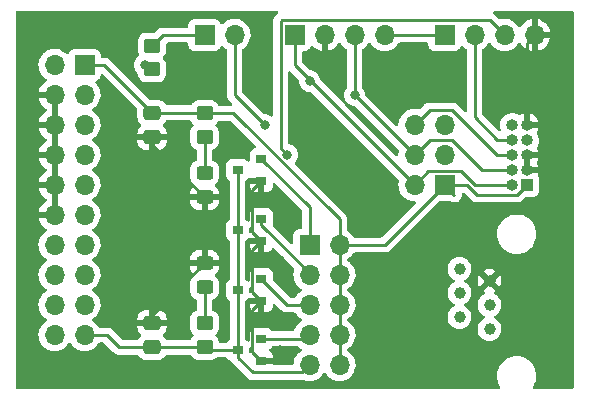
<source format=gbr>
G04 #@! TF.GenerationSoftware,KiCad,Pcbnew,(6.0.1)*
G04 #@! TF.CreationDate,2022-02-11T12:05:14+01:00*
G04 #@! TF.ProjectId,LINK,4c494e4b-2e6b-4696-9361-645f70636258,rev?*
G04 #@! TF.SameCoordinates,Original*
G04 #@! TF.FileFunction,Copper,L1,Top*
G04 #@! TF.FilePolarity,Positive*
%FSLAX46Y46*%
G04 Gerber Fmt 4.6, Leading zero omitted, Abs format (unit mm)*
G04 Created by KiCad (PCBNEW (6.0.1)) date 2022-02-11 12:05:14*
%MOMM*%
%LPD*%
G01*
G04 APERTURE LIST*
G04 Aperture macros list*
%AMRoundRect*
0 Rectangle with rounded corners*
0 $1 Rounding radius*
0 $2 $3 $4 $5 $6 $7 $8 $9 X,Y pos of 4 corners*
0 Add a 4 corners polygon primitive as box body*
4,1,4,$2,$3,$4,$5,$6,$7,$8,$9,$2,$3,0*
0 Add four circle primitives for the rounded corners*
1,1,$1+$1,$2,$3*
1,1,$1+$1,$4,$5*
1,1,$1+$1,$6,$7*
1,1,$1+$1,$8,$9*
0 Add four rect primitives between the rounded corners*
20,1,$1+$1,$2,$3,$4,$5,0*
20,1,$1+$1,$4,$5,$6,$7,0*
20,1,$1+$1,$6,$7,$8,$9,0*
20,1,$1+$1,$8,$9,$2,$3,0*%
G04 Aperture macros list end*
G04 #@! TA.AperFunction,ComponentPad*
%ADD10C,1.000000*%
G04 #@! TD*
G04 #@! TA.AperFunction,SMDPad,CuDef*
%ADD11RoundRect,0.250000X-0.450000X0.350000X-0.450000X-0.350000X0.450000X-0.350000X0.450000X0.350000X0*%
G04 #@! TD*
G04 #@! TA.AperFunction,SMDPad,CuDef*
%ADD12RoundRect,0.250000X-0.450000X0.325000X-0.450000X-0.325000X0.450000X-0.325000X0.450000X0.325000X0*%
G04 #@! TD*
G04 #@! TA.AperFunction,SMDPad,CuDef*
%ADD13RoundRect,0.250000X0.450000X-0.325000X0.450000X0.325000X-0.450000X0.325000X-0.450000X-0.325000X0*%
G04 #@! TD*
G04 #@! TA.AperFunction,ComponentPad*
%ADD14R,1.700000X1.700000*%
G04 #@! TD*
G04 #@! TA.AperFunction,ComponentPad*
%ADD15O,1.700000X1.700000*%
G04 #@! TD*
G04 #@! TA.AperFunction,ComponentPad*
%ADD16R,1.000000X1.000000*%
G04 #@! TD*
G04 #@! TA.AperFunction,ComponentPad*
%ADD17O,1.000000X1.000000*%
G04 #@! TD*
G04 #@! TA.AperFunction,SMDPad,CuDef*
%ADD18RoundRect,0.250000X0.475000X-0.337500X0.475000X0.337500X-0.475000X0.337500X-0.475000X-0.337500X0*%
G04 #@! TD*
G04 #@! TA.AperFunction,SMDPad,CuDef*
%ADD19RoundRect,0.250000X-0.475000X0.337500X-0.475000X-0.337500X0.475000X-0.337500X0.475000X0.337500X0*%
G04 #@! TD*
G04 #@! TA.AperFunction,SMDPad,CuDef*
%ADD20RoundRect,0.250000X0.450000X-0.350000X0.450000X0.350000X-0.450000X0.350000X-0.450000X-0.350000X0*%
G04 #@! TD*
G04 #@! TA.AperFunction,SMDPad,CuDef*
%ADD21R,0.900000X0.800000*%
G04 #@! TD*
G04 #@! TA.AperFunction,ViaPad*
%ADD22C,0.800000*%
G04 #@! TD*
G04 #@! TA.AperFunction,Conductor*
%ADD23C,0.250000*%
G04 #@! TD*
G04 APERTURE END LIST*
D10*
X158750000Y-85840000D03*
X161290000Y-86860000D03*
X158750000Y-87880000D03*
X161290000Y-88900000D03*
X158750000Y-89920000D03*
X161290000Y-90940000D03*
D11*
X137160000Y-72660000D03*
X137160000Y-74660000D03*
D12*
X137160000Y-85335000D03*
X137160000Y-87385000D03*
D13*
X137160000Y-79765000D03*
X137160000Y-77715000D03*
D14*
X127000000Y-68580000D03*
D15*
X124460000Y-68580000D03*
X127000000Y-71120000D03*
X124460000Y-71120000D03*
X127000000Y-73660000D03*
X124460000Y-73660000D03*
X127000000Y-76200000D03*
X124460000Y-76200000D03*
X127000000Y-78740000D03*
X124460000Y-78740000D03*
X127000000Y-81280000D03*
X124460000Y-81280000D03*
X127000000Y-83820000D03*
X124460000Y-83820000D03*
X127000000Y-86360000D03*
X124460000Y-86360000D03*
X127000000Y-88900000D03*
X124460000Y-88900000D03*
X127000000Y-91440000D03*
X124460000Y-91440000D03*
D14*
X144780000Y-66040000D03*
D15*
X147320000Y-66040000D03*
X149860000Y-66040000D03*
X152400000Y-66040000D03*
D16*
X164455000Y-78750000D03*
D17*
X163185000Y-78750000D03*
X164455000Y-77480000D03*
X163185000Y-77480000D03*
X164455000Y-76210000D03*
X163185000Y-76210000D03*
X164455000Y-74940000D03*
X163185000Y-74940000D03*
X164455000Y-73670000D03*
X163185000Y-73670000D03*
D18*
X132715000Y-92477500D03*
X132715000Y-90402500D03*
D19*
X132715000Y-72622500D03*
X132715000Y-74697500D03*
D14*
X157480000Y-66040000D03*
D15*
X160020000Y-66040000D03*
X162560000Y-66040000D03*
X165100000Y-66040000D03*
D20*
X137160000Y-92440000D03*
X137160000Y-90440000D03*
D14*
X157480000Y-78740000D03*
D15*
X154940000Y-78740000D03*
X157480000Y-76200000D03*
X154940000Y-76200000D03*
X157480000Y-73660000D03*
X154940000Y-73660000D03*
D14*
X146050000Y-83820000D03*
D15*
X148590000Y-83820000D03*
X146050000Y-86360000D03*
X148590000Y-86360000D03*
X146050000Y-88900000D03*
X148590000Y-88900000D03*
X146050000Y-91440000D03*
X148590000Y-91440000D03*
X146050000Y-93980000D03*
X148590000Y-93980000D03*
D21*
X141970000Y-93660000D03*
X141970000Y-91760000D03*
X139970000Y-92710000D03*
X141970000Y-88580000D03*
X141970000Y-86680000D03*
X139970000Y-87630000D03*
X141970000Y-83500000D03*
X141970000Y-81600000D03*
X139970000Y-82550000D03*
X141970000Y-78420000D03*
X141970000Y-76520000D03*
X139970000Y-77470000D03*
D14*
X137160000Y-66040000D03*
D15*
X139700000Y-66040000D03*
D20*
X132715000Y-68945000D03*
X132715000Y-66945000D03*
D22*
X158750000Y-82550000D03*
X167640000Y-78740000D03*
X129540000Y-66040000D03*
X138430000Y-93980000D03*
X130810000Y-87630000D03*
X130810000Y-93980000D03*
X138430000Y-88900000D03*
X138430000Y-82550000D03*
X143510000Y-92710000D03*
X143510000Y-90170000D03*
X143510000Y-85090000D03*
X143510000Y-80010000D03*
X154940000Y-71120000D03*
X149860000Y-78740000D03*
X142240000Y-73660000D03*
X144159310Y-76185690D03*
X132080000Y-68580000D03*
X149860000Y-71120000D03*
X146050000Y-69939500D03*
D23*
X157480000Y-78740000D02*
X152400000Y-83820000D01*
X152400000Y-83820000D02*
X148590000Y-83820000D01*
X164455000Y-73670000D02*
X164455000Y-66685000D01*
X164455000Y-66685000D02*
X165100000Y-66040000D01*
X137160000Y-66040000D02*
X133620000Y-66040000D01*
X133620000Y-66040000D02*
X132715000Y-66945000D01*
X139700000Y-71120000D02*
X142240000Y-73660000D01*
X139700000Y-66040000D02*
X139700000Y-71120000D01*
X152400000Y-66040000D02*
X157480000Y-66040000D01*
X144159310Y-76185690D02*
X143605489Y-75631869D01*
X143605489Y-75631869D02*
X143605489Y-64865489D01*
X161290000Y-64770000D02*
X162560000Y-66040000D01*
X143605489Y-64865489D02*
X143700978Y-64770000D01*
X143700978Y-64770000D02*
X161290000Y-64770000D01*
X144780000Y-66040000D02*
X144780000Y-68580000D01*
X144780000Y-68580000D02*
X154940000Y-78740000D01*
X154940000Y-76200000D02*
X149860000Y-71120000D01*
X149860000Y-71120000D02*
X149860000Y-66040000D01*
X160020000Y-66040000D02*
X160020000Y-73025000D01*
X160020000Y-73025000D02*
X161935000Y-74940000D01*
X161935000Y-74940000D02*
X163185000Y-74940000D01*
X154940000Y-73660000D02*
X156210000Y-72390000D01*
X156210000Y-72390000D02*
X158115000Y-72390000D01*
X158115000Y-72390000D02*
X161935000Y-76210000D01*
X161935000Y-76210000D02*
X163185000Y-76210000D01*
X154940000Y-76200000D02*
X156210000Y-74930000D01*
X156210000Y-74930000D02*
X158115000Y-74930000D01*
X158115000Y-74930000D02*
X160665000Y-77480000D01*
X160665000Y-77480000D02*
X163185000Y-77480000D01*
X159384282Y-78740000D02*
X159702141Y-79057859D01*
X157480000Y-78740000D02*
X159384282Y-78740000D01*
X159702141Y-79057859D02*
X160218793Y-79574511D01*
X160218793Y-79574511D02*
X163630489Y-79574511D01*
X163630489Y-79574511D02*
X163830000Y-79375000D01*
X154940000Y-78740000D02*
X156114511Y-77565489D01*
X156114511Y-77565489D02*
X158845489Y-77565489D01*
X158845489Y-77565489D02*
X160030000Y-78750000D01*
X160030000Y-78750000D02*
X163185000Y-78750000D01*
X164455000Y-78750000D02*
X163630489Y-79574511D01*
X158314511Y-79574511D02*
X157480000Y-78740000D01*
X149110000Y-85840000D02*
X148590000Y-86360000D01*
X148590000Y-83820000D02*
X148590000Y-93980000D01*
X137160000Y-72660000D02*
X139609022Y-72660000D01*
X139609022Y-72660000D02*
X148590000Y-81640978D01*
X148590000Y-81640978D02*
X148590000Y-83820000D01*
X132715000Y-72622500D02*
X137122500Y-72622500D01*
X137122500Y-72622500D02*
X137160000Y-72660000D01*
X127000000Y-68580000D02*
X128672500Y-68580000D01*
X128672500Y-68580000D02*
X132715000Y-72622500D01*
X137160000Y-77715000D02*
X137160000Y-74660000D01*
X137160000Y-79765000D02*
X132715000Y-75320000D01*
X132715000Y-75320000D02*
X132715000Y-74697500D01*
X137160000Y-85335000D02*
X137160000Y-79765000D01*
X132715000Y-90402500D02*
X132715000Y-89780000D01*
X132715000Y-89780000D02*
X137160000Y-85335000D01*
X137160000Y-90440000D02*
X137160000Y-87385000D01*
X139970000Y-82550000D02*
X139970000Y-77470000D01*
X139970000Y-87630000D02*
X139970000Y-82550000D01*
X139970000Y-92710000D02*
X139970000Y-87630000D01*
X141970000Y-83500000D02*
X141195489Y-82725489D01*
X141195489Y-82725489D02*
X141195489Y-79194511D01*
X141195489Y-79194511D02*
X141970000Y-78420000D01*
X141970000Y-88580000D02*
X141195489Y-87805489D01*
X141195489Y-87805489D02*
X141195489Y-84274511D01*
X141195489Y-84274511D02*
X141970000Y-83500000D01*
X141970000Y-93660000D02*
X141195489Y-92885489D01*
X141195489Y-92885489D02*
X141195489Y-89354511D01*
X141195489Y-89354511D02*
X141970000Y-88580000D01*
X141970000Y-76520000D02*
X146050000Y-80600000D01*
X146050000Y-80600000D02*
X146050000Y-83820000D01*
X141970000Y-81600000D02*
X141970000Y-82089022D01*
X141970000Y-82089022D02*
X146050000Y-86169022D01*
X146050000Y-86169022D02*
X146050000Y-86360000D01*
X141970000Y-86680000D02*
X141970000Y-86725000D01*
X141970000Y-86725000D02*
X144145000Y-88900000D01*
X144145000Y-88900000D02*
X146050000Y-88900000D01*
X139970000Y-92710000D02*
X139970000Y-93360000D01*
X139970000Y-93360000D02*
X141225000Y-94615000D01*
X141225000Y-94615000D02*
X145415000Y-94615000D01*
X145415000Y-94615000D02*
X146050000Y-93980000D01*
X141970000Y-91760000D02*
X145730000Y-91760000D01*
X145730000Y-91760000D02*
X146050000Y-91440000D01*
X137160000Y-92440000D02*
X137430000Y-92710000D01*
X137430000Y-92710000D02*
X139970000Y-92710000D01*
X132715000Y-92477500D02*
X137122500Y-92477500D01*
X137122500Y-92477500D02*
X137160000Y-92440000D01*
X127000000Y-91440000D02*
X128905000Y-91440000D01*
X128905000Y-91440000D02*
X129942500Y-92477500D01*
X129942500Y-92477500D02*
X132715000Y-92477500D01*
G04 #@! TA.AperFunction,Conductor*
G36*
X143352339Y-64028002D02*
G01*
X143398832Y-64081658D01*
X143408936Y-64151932D01*
X143379442Y-64216512D01*
X143358268Y-64235944D01*
X143357579Y-64236445D01*
X143347671Y-64242952D01*
X143316443Y-64261420D01*
X143316440Y-64261422D01*
X143309616Y-64265458D01*
X143295292Y-64279782D01*
X143280265Y-64292617D01*
X143263871Y-64304528D01*
X143258817Y-64310637D01*
X143258816Y-64310638D01*
X143235687Y-64338596D01*
X143227698Y-64347375D01*
X143213238Y-64361835D01*
X143204950Y-64369377D01*
X143198471Y-64373489D01*
X143193047Y-64379265D01*
X143151844Y-64423142D01*
X143149089Y-64425984D01*
X143129354Y-64445719D01*
X143126874Y-64448916D01*
X143119171Y-64457936D01*
X143088903Y-64490168D01*
X143085084Y-64497114D01*
X143085082Y-64497117D01*
X143079141Y-64507923D01*
X143068290Y-64524442D01*
X143055875Y-64540448D01*
X143052730Y-64547717D01*
X143052727Y-64547721D01*
X143038315Y-64581026D01*
X143033098Y-64591676D01*
X143011794Y-64630429D01*
X143009823Y-64638104D01*
X143009823Y-64638105D01*
X143006756Y-64650051D01*
X143000352Y-64668755D01*
X142992308Y-64687344D01*
X142991069Y-64695167D01*
X142991066Y-64695177D01*
X142985390Y-64731013D01*
X142982984Y-64742633D01*
X142973961Y-64777778D01*
X142971989Y-64785459D01*
X142971989Y-64805713D01*
X142970438Y-64825423D01*
X142967269Y-64845432D01*
X142968015Y-64853324D01*
X142971430Y-64889450D01*
X142971989Y-64901308D01*
X142971989Y-72821565D01*
X142951987Y-72889686D01*
X142898331Y-72936179D01*
X142828057Y-72946283D01*
X142771928Y-72923501D01*
X142702094Y-72872763D01*
X142702093Y-72872762D01*
X142696752Y-72868882D01*
X142690724Y-72866198D01*
X142690722Y-72866197D01*
X142528319Y-72793891D01*
X142528318Y-72793891D01*
X142522288Y-72791206D01*
X142428887Y-72771353D01*
X142341944Y-72752872D01*
X142341939Y-72752872D01*
X142335487Y-72751500D01*
X142279595Y-72751500D01*
X142211474Y-72731498D01*
X142190500Y-72714595D01*
X140370405Y-70894500D01*
X140336379Y-70832188D01*
X140333500Y-70805405D01*
X140333500Y-67320427D01*
X140353502Y-67252306D01*
X140394618Y-67212550D01*
X140397994Y-67210896D01*
X140579860Y-67081173D01*
X140738096Y-66923489D01*
X140868453Y-66742077D01*
X140872145Y-66734608D01*
X140965136Y-66546453D01*
X140965137Y-66546451D01*
X140967430Y-66541811D01*
X141032370Y-66328069D01*
X141061529Y-66106590D01*
X141063156Y-66040000D01*
X141044852Y-65817361D01*
X140990431Y-65600702D01*
X140901354Y-65395840D01*
X140780014Y-65208277D01*
X140629670Y-65043051D01*
X140625619Y-65039852D01*
X140625615Y-65039848D01*
X140458414Y-64907800D01*
X140458410Y-64907798D01*
X140454359Y-64904598D01*
X140426919Y-64889450D01*
X140361476Y-64853324D01*
X140258789Y-64796638D01*
X140253920Y-64794914D01*
X140253916Y-64794912D01*
X140053087Y-64723795D01*
X140053083Y-64723794D01*
X140048212Y-64722069D01*
X140043119Y-64721162D01*
X140043116Y-64721161D01*
X139833373Y-64683800D01*
X139833367Y-64683799D01*
X139828284Y-64682894D01*
X139754452Y-64681992D01*
X139610081Y-64680228D01*
X139610079Y-64680228D01*
X139604911Y-64680165D01*
X139384091Y-64713955D01*
X139171756Y-64783357D01*
X138973607Y-64886507D01*
X138969474Y-64889610D01*
X138969471Y-64889612D01*
X138799100Y-65017530D01*
X138794965Y-65020635D01*
X138738537Y-65079684D01*
X138714283Y-65105064D01*
X138652759Y-65140494D01*
X138581846Y-65137037D01*
X138524060Y-65095791D01*
X138505207Y-65062243D01*
X138463767Y-64951703D01*
X138460615Y-64943295D01*
X138373261Y-64826739D01*
X138256705Y-64739385D01*
X138120316Y-64688255D01*
X138058134Y-64681500D01*
X136261866Y-64681500D01*
X136199684Y-64688255D01*
X136063295Y-64739385D01*
X135946739Y-64826739D01*
X135859385Y-64943295D01*
X135808255Y-65079684D01*
X135801500Y-65141866D01*
X135801500Y-65280500D01*
X135781498Y-65348621D01*
X135727842Y-65395114D01*
X135675500Y-65406500D01*
X133698767Y-65406500D01*
X133687584Y-65405973D01*
X133680091Y-65404298D01*
X133672165Y-65404547D01*
X133672164Y-65404547D01*
X133612014Y-65406438D01*
X133608055Y-65406500D01*
X133580144Y-65406500D01*
X133576210Y-65406997D01*
X133576209Y-65406997D01*
X133576144Y-65407005D01*
X133564307Y-65407938D01*
X133532490Y-65408938D01*
X133528029Y-65409078D01*
X133520110Y-65409327D01*
X133502454Y-65414456D01*
X133500658Y-65414978D01*
X133481306Y-65418986D01*
X133474235Y-65419880D01*
X133461203Y-65421526D01*
X133453834Y-65424443D01*
X133453832Y-65424444D01*
X133420097Y-65437800D01*
X133408869Y-65441645D01*
X133366407Y-65453982D01*
X133359585Y-65458016D01*
X133359579Y-65458019D01*
X133348968Y-65464294D01*
X133331218Y-65472990D01*
X133319756Y-65477528D01*
X133319751Y-65477531D01*
X133312383Y-65480448D01*
X133305968Y-65485109D01*
X133276625Y-65506427D01*
X133266707Y-65512943D01*
X133248019Y-65523995D01*
X133228637Y-65535458D01*
X133214313Y-65549782D01*
X133199281Y-65562621D01*
X133182893Y-65574528D01*
X133154712Y-65608593D01*
X133146722Y-65617373D01*
X132964500Y-65799595D01*
X132902188Y-65833621D01*
X132875405Y-65836500D01*
X132214600Y-65836500D01*
X132211354Y-65836837D01*
X132211350Y-65836837D01*
X132115692Y-65846762D01*
X132115688Y-65846763D01*
X132108834Y-65847474D01*
X132102298Y-65849655D01*
X132102296Y-65849655D01*
X132072314Y-65859658D01*
X131941054Y-65903450D01*
X131790652Y-65996522D01*
X131665695Y-66121697D01*
X131572885Y-66272262D01*
X131517203Y-66440139D01*
X131516503Y-66446975D01*
X131516502Y-66446978D01*
X131512091Y-66490031D01*
X131506500Y-66544600D01*
X131506500Y-67345400D01*
X131506837Y-67348646D01*
X131506837Y-67348650D01*
X131515238Y-67429612D01*
X131517474Y-67451166D01*
X131519655Y-67457702D01*
X131519655Y-67457704D01*
X131528193Y-67483295D01*
X131573450Y-67618946D01*
X131588011Y-67642476D01*
X131599881Y-67661658D01*
X131618718Y-67730110D01*
X131597556Y-67797879D01*
X131566797Y-67829896D01*
X131468747Y-67901134D01*
X131464326Y-67906044D01*
X131464325Y-67906045D01*
X131348920Y-68034216D01*
X131340960Y-68043056D01*
X131245473Y-68208444D01*
X131186458Y-68390072D01*
X131166496Y-68580000D01*
X131186458Y-68769928D01*
X131245473Y-68951556D01*
X131248776Y-68957278D01*
X131248777Y-68957279D01*
X131269069Y-68992425D01*
X131340960Y-69116944D01*
X131345378Y-69121851D01*
X131345379Y-69121852D01*
X131347736Y-69124469D01*
X131465211Y-69254939D01*
X131468747Y-69258866D01*
X131468029Y-69259513D01*
X131502193Y-69314966D01*
X131506475Y-69341649D01*
X131506500Y-69342132D01*
X131506500Y-69345400D01*
X131506837Y-69348648D01*
X131513024Y-69408274D01*
X131517474Y-69451166D01*
X131519655Y-69457702D01*
X131519655Y-69457704D01*
X131554525Y-69562221D01*
X131573450Y-69618946D01*
X131666522Y-69769348D01*
X131791697Y-69894305D01*
X131797927Y-69898145D01*
X131797928Y-69898146D01*
X131935090Y-69982694D01*
X131942262Y-69987115D01*
X132022005Y-70013564D01*
X132103611Y-70040632D01*
X132103613Y-70040632D01*
X132110139Y-70042797D01*
X132116975Y-70043497D01*
X132116978Y-70043498D01*
X132160031Y-70047909D01*
X132214600Y-70053500D01*
X133215400Y-70053500D01*
X133218646Y-70053163D01*
X133218650Y-70053163D01*
X133314308Y-70043238D01*
X133314312Y-70043237D01*
X133321166Y-70042526D01*
X133327702Y-70040345D01*
X133327704Y-70040345D01*
X133472182Y-69992143D01*
X133488946Y-69986550D01*
X133639348Y-69893478D01*
X133764305Y-69768303D01*
X133857115Y-69617738D01*
X133912797Y-69449861D01*
X133923500Y-69345400D01*
X133923500Y-68544600D01*
X133912526Y-68438834D01*
X133856550Y-68271054D01*
X133763478Y-68120652D01*
X133676891Y-68034216D01*
X133642812Y-67971934D01*
X133647815Y-67901114D01*
X133676736Y-67856025D01*
X133759134Y-67773483D01*
X133764305Y-67768303D01*
X133795065Y-67718401D01*
X133853275Y-67623968D01*
X133853276Y-67623966D01*
X133857115Y-67617738D01*
X133883564Y-67537995D01*
X133910632Y-67456389D01*
X133910632Y-67456387D01*
X133912797Y-67449861D01*
X133923500Y-67345400D01*
X133923500Y-66799500D01*
X133943502Y-66731379D01*
X133997158Y-66684886D01*
X134049500Y-66673500D01*
X135675500Y-66673500D01*
X135743621Y-66693502D01*
X135790114Y-66747158D01*
X135801500Y-66799500D01*
X135801500Y-66938134D01*
X135808255Y-67000316D01*
X135859385Y-67136705D01*
X135946739Y-67253261D01*
X136063295Y-67340615D01*
X136199684Y-67391745D01*
X136261866Y-67398500D01*
X138058134Y-67398500D01*
X138120316Y-67391745D01*
X138256705Y-67340615D01*
X138373261Y-67253261D01*
X138460615Y-67136705D01*
X138482799Y-67077529D01*
X138504598Y-67019382D01*
X138547240Y-66962618D01*
X138613802Y-66937918D01*
X138683150Y-66953126D01*
X138717817Y-66981114D01*
X138746250Y-67013938D01*
X138918126Y-67156632D01*
X138922593Y-67159242D01*
X139004070Y-67206853D01*
X139052794Y-67258491D01*
X139066500Y-67315641D01*
X139066500Y-71041233D01*
X139065973Y-71052416D01*
X139064298Y-71059909D01*
X139064547Y-71067835D01*
X139064547Y-71067836D01*
X139066438Y-71127986D01*
X139066500Y-71131945D01*
X139066500Y-71159856D01*
X139066997Y-71163790D01*
X139066997Y-71163791D01*
X139067005Y-71163856D01*
X139067938Y-71175693D01*
X139069327Y-71219889D01*
X139074978Y-71239339D01*
X139078987Y-71258700D01*
X139081526Y-71278797D01*
X139084445Y-71286168D01*
X139084445Y-71286170D01*
X139097804Y-71319912D01*
X139101649Y-71331142D01*
X139113982Y-71373593D01*
X139118015Y-71380412D01*
X139118017Y-71380417D01*
X139124293Y-71391028D01*
X139132988Y-71408776D01*
X139140448Y-71427617D01*
X139145110Y-71434033D01*
X139145110Y-71434034D01*
X139166436Y-71463387D01*
X139172952Y-71473307D01*
X139183745Y-71491556D01*
X139195458Y-71511362D01*
X139209779Y-71525683D01*
X139222619Y-71540716D01*
X139234528Y-71557107D01*
X139240634Y-71562158D01*
X139268605Y-71585298D01*
X139277384Y-71593288D01*
X139495501Y-71811405D01*
X139529527Y-71873717D01*
X139524462Y-71944532D01*
X139481915Y-72001368D01*
X139415395Y-72026179D01*
X139406406Y-72026500D01*
X138396781Y-72026500D01*
X138328660Y-72006498D01*
X138289637Y-71966803D01*
X138284557Y-71958593D01*
X138208478Y-71835652D01*
X138083303Y-71710695D01*
X138042746Y-71685695D01*
X137938968Y-71621725D01*
X137938966Y-71621724D01*
X137932738Y-71617885D01*
X137772254Y-71564655D01*
X137771389Y-71564368D01*
X137771387Y-71564368D01*
X137764861Y-71562203D01*
X137758025Y-71561503D01*
X137758022Y-71561502D01*
X137714969Y-71557091D01*
X137660400Y-71551500D01*
X136659600Y-71551500D01*
X136656354Y-71551837D01*
X136656350Y-71551837D01*
X136560692Y-71561762D01*
X136560688Y-71561763D01*
X136553834Y-71562474D01*
X136547298Y-71564655D01*
X136547296Y-71564655D01*
X136415194Y-71608728D01*
X136386054Y-71618450D01*
X136235652Y-71711522D01*
X136230479Y-71716704D01*
X136172840Y-71774444D01*
X136110695Y-71836697D01*
X136106855Y-71842927D01*
X136106854Y-71842928D01*
X136053727Y-71929116D01*
X136000955Y-71976609D01*
X135946467Y-71989000D01*
X133969046Y-71989000D01*
X133900925Y-71968998D01*
X133861902Y-71929303D01*
X133792332Y-71816880D01*
X133788478Y-71810652D01*
X133663303Y-71685695D01*
X133624623Y-71661852D01*
X133518968Y-71596725D01*
X133518966Y-71596724D01*
X133512738Y-71592885D01*
X133420234Y-71562203D01*
X133351389Y-71539368D01*
X133351387Y-71539368D01*
X133344861Y-71537203D01*
X133338025Y-71536503D01*
X133338022Y-71536502D01*
X133294969Y-71532091D01*
X133240400Y-71526500D01*
X132567095Y-71526500D01*
X132498974Y-71506498D01*
X132478000Y-71489595D01*
X129176152Y-68187747D01*
X129168612Y-68179461D01*
X129164500Y-68172982D01*
X129114848Y-68126356D01*
X129112007Y-68123602D01*
X129092270Y-68103865D01*
X129089073Y-68101385D01*
X129080051Y-68093680D01*
X129053600Y-68068841D01*
X129047821Y-68063414D01*
X129040875Y-68059595D01*
X129040872Y-68059593D01*
X129030066Y-68053652D01*
X129013547Y-68042801D01*
X129007548Y-68038148D01*
X128997541Y-68030386D01*
X128990272Y-68027241D01*
X128990268Y-68027238D01*
X128956963Y-68012826D01*
X128946313Y-68007609D01*
X128907560Y-67986305D01*
X128887937Y-67981267D01*
X128869234Y-67974863D01*
X128857920Y-67969967D01*
X128857919Y-67969967D01*
X128850645Y-67966819D01*
X128842822Y-67965580D01*
X128842812Y-67965577D01*
X128806976Y-67959901D01*
X128795356Y-67957495D01*
X128760211Y-67948472D01*
X128760210Y-67948472D01*
X128752530Y-67946500D01*
X128732276Y-67946500D01*
X128712565Y-67944949D01*
X128700386Y-67943020D01*
X128692557Y-67941780D01*
X128684665Y-67942526D01*
X128648539Y-67945941D01*
X128636681Y-67946500D01*
X128484500Y-67946500D01*
X128416379Y-67926498D01*
X128369886Y-67872842D01*
X128358500Y-67820500D01*
X128358500Y-67681866D01*
X128351745Y-67619684D01*
X128300615Y-67483295D01*
X128213261Y-67366739D01*
X128096705Y-67279385D01*
X127960316Y-67228255D01*
X127898134Y-67221500D01*
X126101866Y-67221500D01*
X126039684Y-67228255D01*
X125903295Y-67279385D01*
X125786739Y-67366739D01*
X125699385Y-67483295D01*
X125696233Y-67491703D01*
X125654919Y-67601907D01*
X125612277Y-67658671D01*
X125545716Y-67683371D01*
X125476367Y-67668163D01*
X125443743Y-67642476D01*
X125393151Y-67586875D01*
X125393142Y-67586866D01*
X125389670Y-67583051D01*
X125385619Y-67579852D01*
X125385615Y-67579848D01*
X125218414Y-67447800D01*
X125218410Y-67447798D01*
X125214359Y-67444598D01*
X125018789Y-67336638D01*
X125013920Y-67334914D01*
X125013916Y-67334912D01*
X124813087Y-67263795D01*
X124813083Y-67263794D01*
X124808212Y-67262069D01*
X124803119Y-67261162D01*
X124803116Y-67261161D01*
X124593373Y-67223800D01*
X124593367Y-67223799D01*
X124588284Y-67222894D01*
X124514452Y-67221992D01*
X124370081Y-67220228D01*
X124370079Y-67220228D01*
X124364911Y-67220165D01*
X124144091Y-67253955D01*
X123931756Y-67323357D01*
X123901443Y-67339137D01*
X123765536Y-67409886D01*
X123733607Y-67426507D01*
X123729474Y-67429610D01*
X123729471Y-67429612D01*
X123603092Y-67524500D01*
X123554965Y-67560635D01*
X123515525Y-67601907D01*
X123461280Y-67658671D01*
X123400629Y-67722138D01*
X123397715Y-67726410D01*
X123397714Y-67726411D01*
X123368298Y-67769533D01*
X123274743Y-67906680D01*
X123236011Y-67990121D01*
X123199471Y-68068841D01*
X123180688Y-68109305D01*
X123120989Y-68324570D01*
X123097251Y-68546695D01*
X123110110Y-68769715D01*
X123111247Y-68774761D01*
X123111248Y-68774767D01*
X123135304Y-68881508D01*
X123159222Y-68987639D01*
X123243266Y-69194616D01*
X123245965Y-69199020D01*
X123337657Y-69348648D01*
X123359987Y-69385088D01*
X123506250Y-69553938D01*
X123678126Y-69696632D01*
X123751955Y-69739774D01*
X123800679Y-69791412D01*
X123813750Y-69861195D01*
X123787019Y-69926967D01*
X123746562Y-69960327D01*
X123738457Y-69964546D01*
X123729738Y-69970036D01*
X123559433Y-70097905D01*
X123551726Y-70104748D01*
X123404590Y-70258717D01*
X123398104Y-70266727D01*
X123278098Y-70442649D01*
X123273000Y-70451623D01*
X123183338Y-70644783D01*
X123179775Y-70654470D01*
X123124389Y-70854183D01*
X123125912Y-70862607D01*
X123138292Y-70866000D01*
X124588000Y-70866000D01*
X124656121Y-70886002D01*
X124702614Y-70939658D01*
X124714000Y-70992000D01*
X124714000Y-81408000D01*
X124693998Y-81476121D01*
X124640342Y-81522614D01*
X124588000Y-81534000D01*
X123143225Y-81534000D01*
X123129694Y-81537973D01*
X123128257Y-81547966D01*
X123158565Y-81682446D01*
X123161645Y-81692275D01*
X123241770Y-81889603D01*
X123246413Y-81898794D01*
X123357694Y-82080388D01*
X123363777Y-82088699D01*
X123503213Y-82249667D01*
X123510580Y-82256883D01*
X123674434Y-82392916D01*
X123682881Y-82398831D01*
X123751969Y-82439203D01*
X123800693Y-82490842D01*
X123813764Y-82560625D01*
X123787033Y-82626396D01*
X123746584Y-82659752D01*
X123733607Y-82666507D01*
X123729474Y-82669610D01*
X123729471Y-82669612D01*
X123579824Y-82781970D01*
X123554965Y-82800635D01*
X123551393Y-82804373D01*
X123443729Y-82917037D01*
X123400629Y-82962138D01*
X123397720Y-82966403D01*
X123397714Y-82966411D01*
X123328609Y-83067715D01*
X123274743Y-83146680D01*
X123259003Y-83180590D01*
X123194450Y-83319658D01*
X123180688Y-83349305D01*
X123120989Y-83564570D01*
X123097251Y-83786695D01*
X123097548Y-83791848D01*
X123097548Y-83791851D01*
X123106753Y-83951490D01*
X123110110Y-84009715D01*
X123111247Y-84014761D01*
X123111248Y-84014767D01*
X123121024Y-84058145D01*
X123159222Y-84227639D01*
X123219014Y-84374890D01*
X123236662Y-84418351D01*
X123243266Y-84434616D01*
X123292285Y-84514608D01*
X123357291Y-84620688D01*
X123359987Y-84625088D01*
X123506250Y-84793938D01*
X123678126Y-84936632D01*
X123723087Y-84962905D01*
X123751445Y-84979476D01*
X123800169Y-85031114D01*
X123813240Y-85100897D01*
X123786509Y-85166669D01*
X123746055Y-85200027D01*
X123733607Y-85206507D01*
X123729474Y-85209610D01*
X123729471Y-85209612D01*
X123559100Y-85337530D01*
X123554965Y-85340635D01*
X123400629Y-85502138D01*
X123397720Y-85506403D01*
X123397714Y-85506411D01*
X123385409Y-85524450D01*
X123274743Y-85686680D01*
X123230948Y-85781029D01*
X123192200Y-85864505D01*
X123180688Y-85889305D01*
X123120989Y-86104570D01*
X123097251Y-86326695D01*
X123097548Y-86331848D01*
X123097548Y-86331851D01*
X123105432Y-86468584D01*
X123110110Y-86549715D01*
X123111247Y-86554761D01*
X123111248Y-86554767D01*
X123131119Y-86642939D01*
X123159222Y-86767639D01*
X123243266Y-86974616D01*
X123283254Y-87039870D01*
X123357291Y-87160688D01*
X123359987Y-87165088D01*
X123506250Y-87333938D01*
X123678126Y-87476632D01*
X123747107Y-87516941D01*
X123751445Y-87519476D01*
X123800169Y-87571114D01*
X123813240Y-87640897D01*
X123786509Y-87706669D01*
X123746055Y-87740027D01*
X123733607Y-87746507D01*
X123729474Y-87749610D01*
X123729471Y-87749612D01*
X123559100Y-87877530D01*
X123554965Y-87880635D01*
X123525184Y-87911799D01*
X123416251Y-88025791D01*
X123400629Y-88042138D01*
X123397720Y-88046403D01*
X123397714Y-88046411D01*
X123328609Y-88147715D01*
X123274743Y-88226680D01*
X123245855Y-88288915D01*
X123185159Y-88419674D01*
X123180688Y-88429305D01*
X123120989Y-88644570D01*
X123097251Y-88866695D01*
X123097548Y-88871848D01*
X123097548Y-88871851D01*
X123106360Y-89024672D01*
X123110110Y-89089715D01*
X123111247Y-89094761D01*
X123111248Y-89094767D01*
X123111888Y-89097606D01*
X123159222Y-89307639D01*
X123218564Y-89453783D01*
X123233889Y-89491522D01*
X123243266Y-89514616D01*
X123286883Y-89585792D01*
X123357291Y-89700688D01*
X123359987Y-89705088D01*
X123506250Y-89873938D01*
X123678126Y-90016632D01*
X123723020Y-90042866D01*
X123751445Y-90059476D01*
X123800169Y-90111114D01*
X123813240Y-90180897D01*
X123786509Y-90246669D01*
X123746055Y-90280027D01*
X123733607Y-90286507D01*
X123729474Y-90289610D01*
X123729471Y-90289612D01*
X123616507Y-90374428D01*
X123554965Y-90420635D01*
X123551393Y-90424373D01*
X123445301Y-90535392D01*
X123400629Y-90582138D01*
X123397720Y-90586403D01*
X123397714Y-90586411D01*
X123354884Y-90649197D01*
X123274743Y-90766680D01*
X123230948Y-90861029D01*
X123191429Y-90946166D01*
X123180688Y-90969305D01*
X123120989Y-91184570D01*
X123097251Y-91406695D01*
X123097548Y-91411848D01*
X123097548Y-91411851D01*
X123105324Y-91546704D01*
X123110110Y-91629715D01*
X123111247Y-91634761D01*
X123111248Y-91634767D01*
X123120059Y-91673861D01*
X123159222Y-91847639D01*
X123243266Y-92054616D01*
X123292285Y-92134608D01*
X123357291Y-92240688D01*
X123359987Y-92245088D01*
X123506250Y-92413938D01*
X123678126Y-92556632D01*
X123871000Y-92669338D01*
X124079692Y-92749030D01*
X124084760Y-92750061D01*
X124084763Y-92750062D01*
X124189466Y-92771364D01*
X124298597Y-92793567D01*
X124303772Y-92793757D01*
X124303774Y-92793757D01*
X124516673Y-92801564D01*
X124516677Y-92801564D01*
X124521837Y-92801753D01*
X124526957Y-92801097D01*
X124526959Y-92801097D01*
X124738288Y-92774025D01*
X124738289Y-92774025D01*
X124743416Y-92773368D01*
X124750096Y-92771364D01*
X124952429Y-92710661D01*
X124952434Y-92710659D01*
X124957384Y-92709174D01*
X125157994Y-92610896D01*
X125339860Y-92481173D01*
X125348842Y-92472223D01*
X125494435Y-92327137D01*
X125498096Y-92323489D01*
X125536305Y-92270316D01*
X125628453Y-92142077D01*
X125629776Y-92143028D01*
X125676645Y-92099857D01*
X125746580Y-92087625D01*
X125812026Y-92115144D01*
X125839875Y-92146994D01*
X125899987Y-92245088D01*
X126046250Y-92413938D01*
X126218126Y-92556632D01*
X126411000Y-92669338D01*
X126619692Y-92749030D01*
X126624760Y-92750061D01*
X126624763Y-92750062D01*
X126729466Y-92771364D01*
X126838597Y-92793567D01*
X126843772Y-92793757D01*
X126843774Y-92793757D01*
X127056673Y-92801564D01*
X127056677Y-92801564D01*
X127061837Y-92801753D01*
X127066957Y-92801097D01*
X127066959Y-92801097D01*
X127278288Y-92774025D01*
X127278289Y-92774025D01*
X127283416Y-92773368D01*
X127290096Y-92771364D01*
X127492429Y-92710661D01*
X127492434Y-92710659D01*
X127497384Y-92709174D01*
X127697994Y-92610896D01*
X127879860Y-92481173D01*
X127888842Y-92472223D01*
X128034435Y-92327137D01*
X128038096Y-92323489D01*
X128076305Y-92270316D01*
X128165435Y-92146277D01*
X128168453Y-92142077D01*
X128170746Y-92137437D01*
X128172446Y-92134608D01*
X128224674Y-92086518D01*
X128280451Y-92073500D01*
X128590406Y-92073500D01*
X128658527Y-92093502D01*
X128679501Y-92110405D01*
X129438843Y-92869747D01*
X129446387Y-92878037D01*
X129450500Y-92884518D01*
X129456277Y-92889943D01*
X129500167Y-92931158D01*
X129503009Y-92933913D01*
X129522731Y-92953635D01*
X129525855Y-92956058D01*
X129525859Y-92956062D01*
X129525924Y-92956112D01*
X129534945Y-92963817D01*
X129567179Y-92994086D01*
X129574127Y-92997905D01*
X129574129Y-92997907D01*
X129584932Y-93003846D01*
X129601459Y-93014702D01*
X129611198Y-93022257D01*
X129611200Y-93022258D01*
X129617460Y-93027114D01*
X129658040Y-93044674D01*
X129668688Y-93049891D01*
X129707440Y-93071195D01*
X129715116Y-93073166D01*
X129715119Y-93073167D01*
X129727062Y-93076233D01*
X129745767Y-93082637D01*
X129764355Y-93090681D01*
X129772178Y-93091920D01*
X129772188Y-93091923D01*
X129808024Y-93097599D01*
X129819644Y-93100005D01*
X129854789Y-93109028D01*
X129862470Y-93111000D01*
X129882724Y-93111000D01*
X129902434Y-93112551D01*
X129922443Y-93115720D01*
X129930335Y-93114974D01*
X129966461Y-93111559D01*
X129978319Y-93111000D01*
X131460954Y-93111000D01*
X131529075Y-93131002D01*
X131568098Y-93170697D01*
X131611913Y-93241500D01*
X131641522Y-93289348D01*
X131766697Y-93414305D01*
X131772927Y-93418145D01*
X131772928Y-93418146D01*
X131910090Y-93502694D01*
X131917262Y-93507115D01*
X131992288Y-93532000D01*
X132078611Y-93560632D01*
X132078613Y-93560632D01*
X132085139Y-93562797D01*
X132091975Y-93563497D01*
X132091978Y-93563498D01*
X132135031Y-93567909D01*
X132189600Y-93573500D01*
X133240400Y-93573500D01*
X133243646Y-93573163D01*
X133243650Y-93573163D01*
X133339308Y-93563238D01*
X133339312Y-93563237D01*
X133346166Y-93562526D01*
X133352702Y-93560345D01*
X133352704Y-93560345D01*
X133490725Y-93514297D01*
X133513946Y-93506550D01*
X133664348Y-93413478D01*
X133789305Y-93288303D01*
X133800883Y-93269521D01*
X133861683Y-93170884D01*
X133914455Y-93123391D01*
X133968943Y-93111000D01*
X135946425Y-93111000D01*
X136014546Y-93131002D01*
X136053568Y-93170696D01*
X136111522Y-93264348D01*
X136236697Y-93389305D01*
X136242927Y-93393145D01*
X136242928Y-93393146D01*
X136380090Y-93477694D01*
X136387262Y-93482115D01*
X136415274Y-93491406D01*
X136548611Y-93535632D01*
X136548613Y-93535632D01*
X136555139Y-93537797D01*
X136561975Y-93538497D01*
X136561978Y-93538498D01*
X136605031Y-93542909D01*
X136659600Y-93548500D01*
X137660400Y-93548500D01*
X137663646Y-93548163D01*
X137663650Y-93548163D01*
X137759308Y-93538238D01*
X137759312Y-93538237D01*
X137766166Y-93537526D01*
X137772702Y-93535345D01*
X137772704Y-93535345D01*
X137904806Y-93491272D01*
X137933946Y-93481550D01*
X138084348Y-93388478D01*
X138089521Y-93383296D01*
X138089526Y-93383292D01*
X138092330Y-93380483D01*
X138094721Y-93379175D01*
X138095258Y-93378749D01*
X138095331Y-93378841D01*
X138154612Y-93346403D01*
X138181503Y-93343500D01*
X138996461Y-93343500D01*
X139064582Y-93363502D01*
X139097287Y-93393935D01*
X139151357Y-93466080D01*
X139156739Y-93473261D01*
X139163919Y-93478642D01*
X139266113Y-93555233D01*
X139266116Y-93555235D01*
X139273295Y-93560615D01*
X139332262Y-93582721D01*
X139389026Y-93625361D01*
X139405182Y-93654315D01*
X139410448Y-93667617D01*
X139415110Y-93674033D01*
X139415110Y-93674034D01*
X139436436Y-93703387D01*
X139442952Y-93713307D01*
X139465458Y-93751362D01*
X139479779Y-93765683D01*
X139492619Y-93780716D01*
X139504528Y-93797107D01*
X139510634Y-93802158D01*
X139538605Y-93825298D01*
X139547384Y-93833288D01*
X140721348Y-95007253D01*
X140728888Y-95015539D01*
X140733000Y-95022018D01*
X140738777Y-95027443D01*
X140782651Y-95068643D01*
X140785493Y-95071398D01*
X140805230Y-95091135D01*
X140808427Y-95093615D01*
X140817447Y-95101318D01*
X140849679Y-95131586D01*
X140856625Y-95135405D01*
X140856628Y-95135407D01*
X140867434Y-95141348D01*
X140883953Y-95152199D01*
X140899959Y-95164614D01*
X140907228Y-95167759D01*
X140907232Y-95167762D01*
X140940537Y-95182174D01*
X140951187Y-95187391D01*
X140989940Y-95208695D01*
X140997615Y-95210666D01*
X140997616Y-95210666D01*
X141009562Y-95213733D01*
X141028267Y-95220137D01*
X141046855Y-95228181D01*
X141054678Y-95229420D01*
X141054688Y-95229423D01*
X141090524Y-95235099D01*
X141102144Y-95237505D01*
X141134929Y-95245922D01*
X141144970Y-95248500D01*
X141165224Y-95248500D01*
X141184934Y-95250051D01*
X141204943Y-95253220D01*
X141212835Y-95252474D01*
X141232014Y-95250661D01*
X141248962Y-95249059D01*
X141260819Y-95248500D01*
X145336233Y-95248500D01*
X145347416Y-95249027D01*
X145354909Y-95250702D01*
X145362835Y-95250453D01*
X145362836Y-95250453D01*
X145422986Y-95248562D01*
X145426945Y-95248500D01*
X145454856Y-95248500D01*
X145458791Y-95248003D01*
X145458856Y-95247995D01*
X145470693Y-95247062D01*
X145497654Y-95246215D01*
X145506972Y-95245922D01*
X145506973Y-95245922D01*
X145510829Y-95245801D01*
X145510833Y-95245801D01*
X145514890Y-95245673D01*
X145514907Y-95246225D01*
X145573623Y-95252345D01*
X145619970Y-95270043D01*
X145669692Y-95289030D01*
X145674760Y-95290061D01*
X145674763Y-95290062D01*
X145782017Y-95311883D01*
X145888597Y-95333567D01*
X145893772Y-95333757D01*
X145893774Y-95333757D01*
X146106673Y-95341564D01*
X146106677Y-95341564D01*
X146111837Y-95341753D01*
X146116957Y-95341097D01*
X146116959Y-95341097D01*
X146328288Y-95314025D01*
X146328289Y-95314025D01*
X146333416Y-95313368D01*
X146338366Y-95311883D01*
X146542429Y-95250661D01*
X146542434Y-95250659D01*
X146547384Y-95249174D01*
X146747994Y-95150896D01*
X146929860Y-95021173D01*
X147088096Y-94863489D01*
X147218453Y-94682077D01*
X147219776Y-94683028D01*
X147266645Y-94639857D01*
X147336580Y-94627625D01*
X147402026Y-94655144D01*
X147429875Y-94686994D01*
X147489987Y-94785088D01*
X147636250Y-94953938D01*
X147808126Y-95096632D01*
X148001000Y-95209338D01*
X148005825Y-95211180D01*
X148005826Y-95211181D01*
X148042101Y-95225033D01*
X148209692Y-95289030D01*
X148214760Y-95290061D01*
X148214763Y-95290062D01*
X148322017Y-95311883D01*
X148428597Y-95333567D01*
X148433772Y-95333757D01*
X148433774Y-95333757D01*
X148646673Y-95341564D01*
X148646677Y-95341564D01*
X148651837Y-95341753D01*
X148656957Y-95341097D01*
X148656959Y-95341097D01*
X148868288Y-95314025D01*
X148868289Y-95314025D01*
X148873416Y-95313368D01*
X148878366Y-95311883D01*
X149082429Y-95250661D01*
X149082434Y-95250659D01*
X149087384Y-95249174D01*
X149287994Y-95150896D01*
X149469860Y-95021173D01*
X149628096Y-94863489D01*
X149758453Y-94682077D01*
X149779320Y-94639857D01*
X149855136Y-94486453D01*
X149855137Y-94486451D01*
X149857430Y-94481811D01*
X149922370Y-94268069D01*
X149951529Y-94046590D01*
X149953156Y-93980000D01*
X149934852Y-93757361D01*
X149880431Y-93540702D01*
X149791354Y-93335840D01*
X149713393Y-93215331D01*
X149672822Y-93152617D01*
X149672820Y-93152614D01*
X149670014Y-93148277D01*
X149519670Y-92983051D01*
X149515619Y-92979852D01*
X149515615Y-92979848D01*
X149348414Y-92847800D01*
X149348410Y-92847798D01*
X149344359Y-92844598D01*
X149303053Y-92821796D01*
X149253084Y-92771364D01*
X149238312Y-92701921D01*
X149263428Y-92635516D01*
X149290780Y-92608909D01*
X149334603Y-92577650D01*
X149469860Y-92481173D01*
X149478842Y-92472223D01*
X149624435Y-92327137D01*
X149628096Y-92323489D01*
X149666305Y-92270316D01*
X149755435Y-92146277D01*
X149758453Y-92142077D01*
X149762145Y-92134608D01*
X149855136Y-91946453D01*
X149855137Y-91946451D01*
X149857430Y-91941811D01*
X149922370Y-91728069D01*
X149951529Y-91506590D01*
X149951897Y-91491522D01*
X149953074Y-91443365D01*
X149953074Y-91443361D01*
X149953156Y-91440000D01*
X149934852Y-91217361D01*
X149880431Y-91000702D01*
X149791354Y-90795840D01*
X149712930Y-90674615D01*
X149672822Y-90612617D01*
X149672820Y-90612614D01*
X149670014Y-90608277D01*
X149519670Y-90443051D01*
X149515619Y-90439852D01*
X149515615Y-90439848D01*
X149348414Y-90307800D01*
X149348410Y-90307798D01*
X149344359Y-90304598D01*
X149303053Y-90281796D01*
X149253084Y-90231364D01*
X149238312Y-90161921D01*
X149263428Y-90095516D01*
X149290780Y-90068909D01*
X149336426Y-90036350D01*
X149469860Y-89941173D01*
X149494625Y-89916495D01*
X149505306Y-89905851D01*
X157736719Y-89905851D01*
X157737235Y-89911995D01*
X157752678Y-90095903D01*
X157753268Y-90102934D01*
X157772262Y-90169174D01*
X157805907Y-90286507D01*
X157807783Y-90293050D01*
X157810602Y-90298535D01*
X157884874Y-90443051D01*
X157898187Y-90468956D01*
X158021035Y-90623953D01*
X158025728Y-90627947D01*
X158025729Y-90627948D01*
X158153929Y-90737054D01*
X158171650Y-90752136D01*
X158344294Y-90848624D01*
X158532392Y-90909740D01*
X158728777Y-90933158D01*
X158734912Y-90932686D01*
X158734914Y-90932686D01*
X158823740Y-90925851D01*
X160276719Y-90925851D01*
X160279911Y-90963865D01*
X160292459Y-91113295D01*
X160293268Y-91122934D01*
X160294967Y-91128858D01*
X160335004Y-91268483D01*
X160347783Y-91313050D01*
X160350602Y-91318535D01*
X160417370Y-91448450D01*
X160438187Y-91488956D01*
X160561035Y-91643953D01*
X160565728Y-91647947D01*
X160565729Y-91647948D01*
X160704504Y-91766054D01*
X160711650Y-91772136D01*
X160884294Y-91868624D01*
X161072392Y-91929740D01*
X161268777Y-91953158D01*
X161274912Y-91952686D01*
X161274914Y-91952686D01*
X161459830Y-91938457D01*
X161459834Y-91938456D01*
X161465972Y-91937984D01*
X161656463Y-91884798D01*
X161661967Y-91882018D01*
X161661969Y-91882017D01*
X161827495Y-91798404D01*
X161827497Y-91798403D01*
X161832996Y-91795625D01*
X161988847Y-91673861D01*
X162098606Y-91546704D01*
X162114049Y-91528813D01*
X162114050Y-91528811D01*
X162118078Y-91524145D01*
X162215769Y-91352179D01*
X162278197Y-91164513D01*
X162302985Y-90968295D01*
X162303380Y-90940000D01*
X162284080Y-90743167D01*
X162282235Y-90737054D01*
X162246629Y-90619123D01*
X162226916Y-90553831D01*
X162134066Y-90379204D01*
X162019025Y-90238150D01*
X162012960Y-90230713D01*
X162012957Y-90230710D01*
X162009065Y-90225938D01*
X162002724Y-90220692D01*
X161861425Y-90103799D01*
X161861421Y-90103797D01*
X161856675Y-90099870D01*
X161728088Y-90030343D01*
X161677681Y-89980349D01*
X161662303Y-89911038D01*
X161686839Y-89844416D01*
X161731207Y-89807042D01*
X161832996Y-89755625D01*
X161988847Y-89633861D01*
X162082489Y-89525376D01*
X162114049Y-89488813D01*
X162114050Y-89488811D01*
X162118078Y-89484145D01*
X162215769Y-89312179D01*
X162278197Y-89124513D01*
X162302985Y-88928295D01*
X162303380Y-88900000D01*
X162284080Y-88703167D01*
X162274774Y-88672342D01*
X162234574Y-88539197D01*
X162226916Y-88513831D01*
X162134066Y-88339204D01*
X162044671Y-88229595D01*
X162012960Y-88190713D01*
X162012957Y-88190710D01*
X162009065Y-88185938D01*
X161998348Y-88177072D01*
X161861425Y-88063799D01*
X161861421Y-88063797D01*
X161856675Y-88059870D01*
X161727552Y-87990053D01*
X161677144Y-87940059D01*
X161661767Y-87870748D01*
X161686303Y-87804126D01*
X161730671Y-87766752D01*
X161785507Y-87739052D01*
X161795791Y-87729407D01*
X161793553Y-87722763D01*
X161302812Y-87232022D01*
X161288868Y-87224408D01*
X161287035Y-87224539D01*
X161280420Y-87228790D01*
X160792458Y-87716752D01*
X160785698Y-87729132D01*
X160790608Y-87735691D01*
X160852829Y-87770465D01*
X160902535Y-87821158D01*
X160916943Y-87890677D01*
X160891480Y-87956950D01*
X160849735Y-87992114D01*
X160740575Y-88049182D01*
X160740568Y-88049187D01*
X160735110Y-88052040D01*
X160580975Y-88175968D01*
X160453846Y-88327474D01*
X160450879Y-88332872D01*
X160450875Y-88332877D01*
X160395120Y-88434297D01*
X160358567Y-88500787D01*
X160356706Y-88506654D01*
X160356705Y-88506656D01*
X160304146Y-88672342D01*
X160298765Y-88689306D01*
X160276719Y-88885851D01*
X160277907Y-88900000D01*
X160292678Y-89075903D01*
X160293268Y-89082934D01*
X160296661Y-89094767D01*
X160327035Y-89200692D01*
X160347783Y-89273050D01*
X160350602Y-89278535D01*
X160411412Y-89396857D01*
X160438187Y-89448956D01*
X160561035Y-89603953D01*
X160565728Y-89607947D01*
X160565729Y-89607948D01*
X160692015Y-89715425D01*
X160711650Y-89732136D01*
X160717027Y-89735141D01*
X160852299Y-89810743D01*
X160902005Y-89861437D01*
X160916412Y-89930956D01*
X160890948Y-89997229D01*
X160849203Y-90032393D01*
X160740572Y-90089184D01*
X160740568Y-90089187D01*
X160735110Y-90092040D01*
X160580975Y-90215968D01*
X160453846Y-90367474D01*
X160450879Y-90372872D01*
X160450875Y-90372877D01*
X160381658Y-90498784D01*
X160358567Y-90540787D01*
X160356706Y-90546654D01*
X160356705Y-90546656D01*
X160321494Y-90657655D01*
X160298765Y-90729306D01*
X160276719Y-90925851D01*
X158823740Y-90925851D01*
X158919830Y-90918457D01*
X158919834Y-90918456D01*
X158925972Y-90917984D01*
X159116463Y-90864798D01*
X159121967Y-90862018D01*
X159121969Y-90862017D01*
X159287495Y-90778404D01*
X159287497Y-90778403D01*
X159292996Y-90775625D01*
X159437962Y-90662365D01*
X159443991Y-90657655D01*
X159448847Y-90653861D01*
X159578078Y-90504145D01*
X159675769Y-90332179D01*
X159738197Y-90144513D01*
X159762985Y-89948295D01*
X159763380Y-89920000D01*
X159744080Y-89723167D01*
X159737294Y-89700689D01*
X159699389Y-89575144D01*
X159686916Y-89533831D01*
X159594066Y-89359204D01*
X159478947Y-89218054D01*
X159472960Y-89210713D01*
X159472957Y-89210710D01*
X159469065Y-89205938D01*
X159462724Y-89200692D01*
X159321425Y-89083799D01*
X159321421Y-89083797D01*
X159316675Y-89079870D01*
X159188088Y-89010343D01*
X159137681Y-88960349D01*
X159122303Y-88891038D01*
X159146839Y-88824416D01*
X159191207Y-88787042D01*
X159227954Y-88768480D01*
X159292996Y-88735625D01*
X159448847Y-88613861D01*
X159568507Y-88475233D01*
X159574049Y-88468813D01*
X159574050Y-88468811D01*
X159578078Y-88464145D01*
X159675769Y-88292179D01*
X159738197Y-88104513D01*
X159762985Y-87908295D01*
X159763380Y-87880000D01*
X159744080Y-87683167D01*
X159736071Y-87656638D01*
X159705540Y-87555516D01*
X159686916Y-87493831D01*
X159594066Y-87319204D01*
X159516752Y-87224408D01*
X159472960Y-87170713D01*
X159472957Y-87170710D01*
X159469065Y-87165938D01*
X159462719Y-87160688D01*
X159321425Y-87043799D01*
X159321421Y-87043797D01*
X159316675Y-87039870D01*
X159188088Y-86970343D01*
X159137681Y-86920349D01*
X159122517Y-86852002D01*
X160277738Y-86852002D01*
X160293248Y-87036705D01*
X160295461Y-87048764D01*
X160346554Y-87226945D01*
X160351066Y-87238342D01*
X160411148Y-87355250D01*
X160420865Y-87365468D01*
X160427666Y-87363124D01*
X160917978Y-86872812D01*
X160924356Y-86861132D01*
X161654408Y-86861132D01*
X161654539Y-86862965D01*
X161658790Y-86869580D01*
X162146661Y-87357451D01*
X162159041Y-87364211D01*
X162165775Y-87359170D01*
X162212262Y-87277337D01*
X162217256Y-87266121D01*
X162275759Y-87090253D01*
X162278479Y-87078281D01*
X162302039Y-86891784D01*
X162302531Y-86884757D01*
X162302828Y-86863523D01*
X162302533Y-86856494D01*
X162284188Y-86669397D01*
X162281805Y-86657362D01*
X162228233Y-86479924D01*
X162223559Y-86468584D01*
X162168562Y-86365148D01*
X162158702Y-86355067D01*
X162151575Y-86357635D01*
X161662022Y-86847188D01*
X161654408Y-86861132D01*
X160924356Y-86861132D01*
X160925592Y-86858868D01*
X160925461Y-86857035D01*
X160921210Y-86850420D01*
X160433121Y-86362331D01*
X160420741Y-86355571D01*
X160414353Y-86360353D01*
X160361997Y-86455586D01*
X160357166Y-86466858D01*
X160301120Y-86643538D01*
X160298570Y-86655532D01*
X160277909Y-86839733D01*
X160277738Y-86852002D01*
X159122517Y-86852002D01*
X159122303Y-86851038D01*
X159146839Y-86784416D01*
X159191207Y-86747042D01*
X159292996Y-86695625D01*
X159448847Y-86573861D01*
X159578078Y-86424145D01*
X159675769Y-86252179D01*
X159738197Y-86064513D01*
X159747471Y-85991101D01*
X160784820Y-85991101D01*
X160787274Y-85998064D01*
X161277188Y-86487978D01*
X161291132Y-86495592D01*
X161292965Y-86495461D01*
X161299580Y-86491210D01*
X161787834Y-86002956D01*
X161794594Y-85990576D01*
X161789935Y-85984353D01*
X161687924Y-85929196D01*
X161676619Y-85924444D01*
X161499554Y-85869633D01*
X161487541Y-85867167D01*
X161303199Y-85847792D01*
X161290931Y-85847707D01*
X161106345Y-85864505D01*
X161094296Y-85866803D01*
X160916483Y-85919137D01*
X160905108Y-85923732D01*
X160794969Y-85981312D01*
X160784820Y-85991101D01*
X159747471Y-85991101D01*
X159762985Y-85868295D01*
X159763271Y-85847792D01*
X159763331Y-85843523D01*
X159763331Y-85843520D01*
X159763380Y-85840000D01*
X159744080Y-85643167D01*
X159728231Y-85590671D01*
X159710703Y-85532617D01*
X159686916Y-85453831D01*
X159594066Y-85279204D01*
X159511016Y-85177375D01*
X159472960Y-85130713D01*
X159472957Y-85130710D01*
X159469065Y-85125938D01*
X159462631Y-85120615D01*
X159321425Y-85003799D01*
X159321421Y-85003797D01*
X159316675Y-84999870D01*
X159142701Y-84905802D01*
X158953768Y-84847318D01*
X158947643Y-84846674D01*
X158947642Y-84846674D01*
X158763204Y-84827289D01*
X158763202Y-84827289D01*
X158757075Y-84826645D01*
X158674576Y-84834153D01*
X158566251Y-84844011D01*
X158566248Y-84844012D01*
X158560112Y-84844570D01*
X158554206Y-84846308D01*
X158554202Y-84846309D01*
X158493512Y-84864171D01*
X158370381Y-84900410D01*
X158364923Y-84903263D01*
X158364919Y-84903265D01*
X158274147Y-84950720D01*
X158195110Y-84992040D01*
X158040975Y-85115968D01*
X157913846Y-85267474D01*
X157910879Y-85272872D01*
X157910875Y-85272877D01*
X157863063Y-85359848D01*
X157818567Y-85440787D01*
X157816706Y-85446654D01*
X157816705Y-85446656D01*
X157770131Y-85593475D01*
X157758765Y-85629306D01*
X157736719Y-85825851D01*
X157737235Y-85831995D01*
X157751180Y-85998064D01*
X157753268Y-86022934D01*
X157754967Y-86028858D01*
X157797601Y-86177540D01*
X157807783Y-86213050D01*
X157810602Y-86218535D01*
X157884504Y-86362331D01*
X157898187Y-86388956D01*
X158021035Y-86543953D01*
X158025728Y-86547947D01*
X158025729Y-86547948D01*
X158154291Y-86657362D01*
X158171650Y-86672136D01*
X158177027Y-86675141D01*
X158312299Y-86750743D01*
X158362005Y-86801437D01*
X158376412Y-86870956D01*
X158350948Y-86937229D01*
X158309203Y-86972393D01*
X158200572Y-87029184D01*
X158200568Y-87029187D01*
X158195110Y-87032040D01*
X158040975Y-87155968D01*
X157913846Y-87307474D01*
X157910879Y-87312872D01*
X157910875Y-87312877D01*
X157851041Y-87421717D01*
X157818567Y-87480787D01*
X157816706Y-87486654D01*
X157816705Y-87486656D01*
X157762616Y-87657165D01*
X157758765Y-87669306D01*
X157736719Y-87865851D01*
X157737613Y-87876495D01*
X157752678Y-88055903D01*
X157753268Y-88062934D01*
X157754967Y-88068858D01*
X157801568Y-88231375D01*
X157807783Y-88253050D01*
X157810602Y-88258535D01*
X157884393Y-88402115D01*
X157898187Y-88428956D01*
X158021035Y-88583953D01*
X158025728Y-88587947D01*
X158025729Y-88587948D01*
X158152015Y-88695425D01*
X158171650Y-88712136D01*
X158177027Y-88715141D01*
X158312299Y-88790743D01*
X158362005Y-88841437D01*
X158376412Y-88910956D01*
X158350948Y-88977229D01*
X158309203Y-89012393D01*
X158200572Y-89069184D01*
X158200568Y-89069187D01*
X158195110Y-89072040D01*
X158040975Y-89195968D01*
X157913846Y-89347474D01*
X157910879Y-89352872D01*
X157910875Y-89352877D01*
X157846551Y-89469884D01*
X157818567Y-89520787D01*
X157816706Y-89526654D01*
X157816705Y-89526656D01*
X157788474Y-89615652D01*
X157758765Y-89709306D01*
X157736719Y-89905851D01*
X149505306Y-89905851D01*
X149582803Y-89828624D01*
X149628096Y-89783489D01*
X149687594Y-89700689D01*
X149755435Y-89606277D01*
X149758453Y-89602077D01*
X149762611Y-89593665D01*
X149855136Y-89406453D01*
X149855137Y-89406451D01*
X149857430Y-89401811D01*
X149896551Y-89273050D01*
X149920865Y-89193023D01*
X149920865Y-89193021D01*
X149922370Y-89188069D01*
X149951529Y-88966590D01*
X149951611Y-88963240D01*
X149953074Y-88903365D01*
X149953074Y-88903361D01*
X149953156Y-88900000D01*
X149934852Y-88677361D01*
X149880431Y-88460702D01*
X149791354Y-88255840D01*
X149740397Y-88177072D01*
X149672822Y-88072617D01*
X149672820Y-88072614D01*
X149670014Y-88068277D01*
X149519670Y-87903051D01*
X149515619Y-87899852D01*
X149515615Y-87899848D01*
X149348414Y-87767800D01*
X149348410Y-87767798D01*
X149344359Y-87764598D01*
X149303053Y-87741796D01*
X149253084Y-87691364D01*
X149238312Y-87621921D01*
X149263428Y-87555516D01*
X149290780Y-87528909D01*
X149334603Y-87497650D01*
X149469860Y-87401173D01*
X149478842Y-87392223D01*
X149568631Y-87302747D01*
X149628096Y-87243489D01*
X149631795Y-87238342D01*
X149755435Y-87066277D01*
X149758453Y-87062077D01*
X149767487Y-87043799D01*
X149855136Y-86866453D01*
X149855137Y-86866451D01*
X149857430Y-86861811D01*
X149922370Y-86648069D01*
X149951529Y-86426590D01*
X149952449Y-86388956D01*
X149953074Y-86363365D01*
X149953074Y-86363361D01*
X149953156Y-86360000D01*
X149934852Y-86137361D01*
X149880431Y-85920702D01*
X149791354Y-85715840D01*
X149713092Y-85594865D01*
X149672827Y-85532625D01*
X149672826Y-85532624D01*
X149670014Y-85528277D01*
X149652653Y-85509197D01*
X149641642Y-85495230D01*
X149593429Y-85424287D01*
X149593428Y-85424286D01*
X149588972Y-85417729D01*
X149468910Y-85311880D01*
X149440467Y-85297388D01*
X149419580Y-85284004D01*
X149348414Y-85227800D01*
X149348410Y-85227798D01*
X149344359Y-85224598D01*
X149303053Y-85201796D01*
X149253084Y-85151364D01*
X149238312Y-85081921D01*
X149263428Y-85015516D01*
X149290780Y-84988909D01*
X149336376Y-84956386D01*
X149469860Y-84861173D01*
X149628096Y-84703489D01*
X149687594Y-84620689D01*
X149755435Y-84526277D01*
X149758453Y-84522077D01*
X149760746Y-84517437D01*
X149762446Y-84514608D01*
X149814674Y-84466518D01*
X149870451Y-84453500D01*
X152321233Y-84453500D01*
X152332416Y-84454027D01*
X152339909Y-84455702D01*
X152347835Y-84455453D01*
X152347836Y-84455453D01*
X152407986Y-84453562D01*
X152411945Y-84453500D01*
X152439856Y-84453500D01*
X152443791Y-84453003D01*
X152443856Y-84452995D01*
X152455693Y-84452062D01*
X152487951Y-84451048D01*
X152491970Y-84450922D01*
X152499889Y-84450673D01*
X152519343Y-84445021D01*
X152538700Y-84441013D01*
X152550930Y-84439468D01*
X152550931Y-84439468D01*
X152558797Y-84438474D01*
X152566168Y-84435555D01*
X152566170Y-84435555D01*
X152599912Y-84422196D01*
X152611142Y-84418351D01*
X152645983Y-84408229D01*
X152645984Y-84408229D01*
X152653593Y-84406018D01*
X152660412Y-84401985D01*
X152660417Y-84401983D01*
X152671028Y-84395707D01*
X152688776Y-84387012D01*
X152707617Y-84379552D01*
X152743387Y-84353564D01*
X152753307Y-84347048D01*
X152784535Y-84328580D01*
X152784538Y-84328578D01*
X152791362Y-84324542D01*
X152805683Y-84310221D01*
X152820717Y-84297380D01*
X152830694Y-84290131D01*
X152837107Y-84285472D01*
X152865298Y-84251395D01*
X152873288Y-84242616D01*
X154215904Y-82900000D01*
X161926372Y-82900000D01*
X161946854Y-83160249D01*
X161948008Y-83165056D01*
X161948009Y-83165062D01*
X161967040Y-83244329D01*
X162007796Y-83414089D01*
X162009689Y-83418660D01*
X162009690Y-83418662D01*
X162085848Y-83602522D01*
X162107697Y-83655271D01*
X162244097Y-83877856D01*
X162413637Y-84076363D01*
X162612144Y-84245903D01*
X162834729Y-84382303D01*
X162839299Y-84384196D01*
X162839303Y-84384198D01*
X163071338Y-84480310D01*
X163075911Y-84482204D01*
X163117185Y-84492113D01*
X163324938Y-84541991D01*
X163324944Y-84541992D01*
X163329751Y-84543146D01*
X163420884Y-84550318D01*
X163522385Y-84558307D01*
X163522394Y-84558307D01*
X163524842Y-84558500D01*
X163655158Y-84558500D01*
X163657606Y-84558307D01*
X163657615Y-84558307D01*
X163759116Y-84550318D01*
X163850249Y-84543146D01*
X163855056Y-84541992D01*
X163855062Y-84541991D01*
X164062815Y-84492113D01*
X164104089Y-84482204D01*
X164108662Y-84480310D01*
X164340697Y-84384198D01*
X164340701Y-84384196D01*
X164345271Y-84382303D01*
X164567856Y-84245903D01*
X164766363Y-84076363D01*
X164935903Y-83877856D01*
X165072303Y-83655271D01*
X165094153Y-83602522D01*
X165170310Y-83418662D01*
X165170311Y-83418660D01*
X165172204Y-83414089D01*
X165212960Y-83244329D01*
X165231991Y-83165062D01*
X165231992Y-83165056D01*
X165233146Y-83160249D01*
X165253628Y-82900000D01*
X165233146Y-82639751D01*
X165231992Y-82634944D01*
X165231991Y-82634938D01*
X165176456Y-82403621D01*
X165172204Y-82385911D01*
X165151323Y-82335500D01*
X165074198Y-82149303D01*
X165074196Y-82149299D01*
X165072303Y-82144729D01*
X164935903Y-81922144D01*
X164766363Y-81723637D01*
X164567856Y-81554097D01*
X164345271Y-81417697D01*
X164340701Y-81415804D01*
X164340697Y-81415802D01*
X164108662Y-81319690D01*
X164108660Y-81319689D01*
X164104089Y-81317796D01*
X163999916Y-81292786D01*
X163855062Y-81258009D01*
X163855056Y-81258008D01*
X163850249Y-81256854D01*
X163758282Y-81249616D01*
X163657615Y-81241693D01*
X163657606Y-81241693D01*
X163655158Y-81241500D01*
X163524842Y-81241500D01*
X163522394Y-81241693D01*
X163522385Y-81241693D01*
X163421718Y-81249616D01*
X163329751Y-81256854D01*
X163324944Y-81258008D01*
X163324938Y-81258009D01*
X163180084Y-81292786D01*
X163075911Y-81317796D01*
X163071340Y-81319689D01*
X163071338Y-81319690D01*
X162839303Y-81415802D01*
X162839299Y-81415804D01*
X162834729Y-81417697D01*
X162612144Y-81554097D01*
X162413637Y-81723637D01*
X162244097Y-81922144D01*
X162107697Y-82144729D01*
X162105804Y-82149299D01*
X162105802Y-82149303D01*
X162028677Y-82335500D01*
X162007796Y-82385911D01*
X162003544Y-82403621D01*
X161948009Y-82634938D01*
X161948008Y-82634944D01*
X161946854Y-82639751D01*
X161926372Y-82900000D01*
X154215904Y-82900000D01*
X156980500Y-80135405D01*
X157042812Y-80101379D01*
X157069595Y-80098500D01*
X157913622Y-80098500D01*
X157977759Y-80116045D01*
X157983203Y-80119264D01*
X157989470Y-80124125D01*
X158136366Y-80187692D01*
X158294454Y-80212731D01*
X158302346Y-80211985D01*
X158445915Y-80198414D01*
X158445918Y-80198413D01*
X158453803Y-80197668D01*
X158461257Y-80194985D01*
X158461259Y-80194984D01*
X158596940Y-80146136D01*
X158596942Y-80146135D01*
X158604400Y-80143450D01*
X158736782Y-80053483D01*
X158742335Y-80047185D01*
X158837394Y-79939362D01*
X158842632Y-79933421D01*
X158915297Y-79790807D01*
X158917451Y-79781173D01*
X158948482Y-79642345D01*
X158950213Y-79634603D01*
X158946167Y-79505874D01*
X158964019Y-79437160D01*
X159016188Y-79389004D01*
X159086110Y-79376698D01*
X159151585Y-79404147D01*
X159161200Y-79412822D01*
X159715136Y-79966758D01*
X159722680Y-79975048D01*
X159726793Y-79981529D01*
X159732570Y-79986954D01*
X159776460Y-80028169D01*
X159779302Y-80030924D01*
X159799023Y-80050645D01*
X159802218Y-80053123D01*
X159811240Y-80060829D01*
X159843472Y-80091097D01*
X159850421Y-80094917D01*
X159861225Y-80100857D01*
X159877749Y-80111710D01*
X159893752Y-80124124D01*
X159934336Y-80141687D01*
X159944966Y-80146894D01*
X159983733Y-80168206D01*
X159991410Y-80170177D01*
X159991415Y-80170179D01*
X160003351Y-80173243D01*
X160022059Y-80179648D01*
X160040648Y-80187692D01*
X160048476Y-80188932D01*
X160048483Y-80188934D01*
X160084317Y-80194610D01*
X160095937Y-80197016D01*
X160127752Y-80205184D01*
X160138763Y-80208011D01*
X160159017Y-80208011D01*
X160178727Y-80209562D01*
X160198736Y-80212731D01*
X160206628Y-80211985D01*
X160225373Y-80210213D01*
X160242755Y-80208570D01*
X160254612Y-80208011D01*
X163551722Y-80208011D01*
X163562905Y-80208538D01*
X163570398Y-80210213D01*
X163578324Y-80209964D01*
X163578325Y-80209964D01*
X163638475Y-80208073D01*
X163642434Y-80208011D01*
X163670345Y-80208011D01*
X163674280Y-80207514D01*
X163674345Y-80207506D01*
X163686182Y-80206573D01*
X163718440Y-80205559D01*
X163722459Y-80205433D01*
X163730378Y-80205184D01*
X163749832Y-80199532D01*
X163769189Y-80195524D01*
X163781419Y-80193979D01*
X163781420Y-80193979D01*
X163789286Y-80192985D01*
X163796657Y-80190066D01*
X163796659Y-80190066D01*
X163830401Y-80176707D01*
X163841631Y-80172862D01*
X163876472Y-80162740D01*
X163876473Y-80162740D01*
X163884082Y-80160529D01*
X163890901Y-80156496D01*
X163890906Y-80156494D01*
X163901517Y-80150218D01*
X163919265Y-80141523D01*
X163938106Y-80134063D01*
X163947451Y-80127274D01*
X163973876Y-80108075D01*
X163983796Y-80101559D01*
X164015024Y-80083091D01*
X164015027Y-80083089D01*
X164021851Y-80079053D01*
X164036172Y-80064732D01*
X164051206Y-80051891D01*
X164052921Y-80050645D01*
X164067596Y-80039983D01*
X164095787Y-80005906D01*
X164103777Y-79997127D01*
X164305499Y-79795405D01*
X164367811Y-79761379D01*
X164394594Y-79758500D01*
X165003134Y-79758500D01*
X165065316Y-79751745D01*
X165201705Y-79700615D01*
X165318261Y-79613261D01*
X165405615Y-79496705D01*
X165456745Y-79360316D01*
X165463500Y-79298134D01*
X165463500Y-78201866D01*
X165456745Y-78139684D01*
X165405615Y-78003295D01*
X165400229Y-77996108D01*
X165395921Y-77988240D01*
X165397789Y-77987217D01*
X165377139Y-77931945D01*
X165383255Y-77883117D01*
X165427142Y-77751189D01*
X165427643Y-77737097D01*
X165421454Y-77734000D01*
X164327000Y-77734000D01*
X164258879Y-77713998D01*
X164212386Y-77660342D01*
X164201000Y-77608000D01*
X164201000Y-77207885D01*
X164709000Y-77207885D01*
X164713475Y-77223124D01*
X164714865Y-77224329D01*
X164722548Y-77226000D01*
X165413183Y-77226000D01*
X165426714Y-77222027D01*
X165427806Y-77214433D01*
X165393231Y-77099919D01*
X165388560Y-77088586D01*
X165301538Y-76924920D01*
X165294124Y-76913760D01*
X165273088Y-76845951D01*
X165289517Y-76781797D01*
X165377262Y-76627337D01*
X165382256Y-76616121D01*
X165427142Y-76481190D01*
X165427643Y-76467097D01*
X165421454Y-76464000D01*
X164727115Y-76464000D01*
X164711876Y-76468475D01*
X164710671Y-76469865D01*
X164709000Y-76477548D01*
X164709000Y-77207885D01*
X164201000Y-77207885D01*
X164201000Y-76082000D01*
X164221002Y-76013879D01*
X164274658Y-75967386D01*
X164327000Y-75956000D01*
X165413183Y-75956000D01*
X165426714Y-75952027D01*
X165427806Y-75944433D01*
X165393231Y-75829919D01*
X165388560Y-75818586D01*
X165301537Y-75654918D01*
X165294435Y-75644228D01*
X165273398Y-75576420D01*
X165289827Y-75512264D01*
X165292918Y-75506824D01*
X165354482Y-75398453D01*
X165377723Y-75357542D01*
X165377725Y-75357537D01*
X165380769Y-75352179D01*
X165443197Y-75164513D01*
X165467985Y-74968295D01*
X165468380Y-74940000D01*
X165449080Y-74743167D01*
X165437307Y-74704171D01*
X165393697Y-74559731D01*
X165391916Y-74553831D01*
X165299066Y-74379204D01*
X165295170Y-74374427D01*
X165294404Y-74373274D01*
X165273366Y-74305466D01*
X165289795Y-74241308D01*
X165377262Y-74087337D01*
X165382256Y-74076121D01*
X165427142Y-73941190D01*
X165427643Y-73927097D01*
X165421454Y-73924000D01*
X164327000Y-73924000D01*
X164258879Y-73903998D01*
X164212386Y-73850342D01*
X164201000Y-73798000D01*
X164201000Y-73397885D01*
X164709000Y-73397885D01*
X164713475Y-73413124D01*
X164714865Y-73414329D01*
X164722548Y-73416000D01*
X165413183Y-73416000D01*
X165426714Y-73412027D01*
X165427806Y-73404433D01*
X165393231Y-73289919D01*
X165388560Y-73278586D01*
X165301540Y-73114923D01*
X165294751Y-73104706D01*
X165177603Y-72961067D01*
X165168959Y-72952363D01*
X165026144Y-72834216D01*
X165015973Y-72827356D01*
X164852924Y-72739196D01*
X164841619Y-72734444D01*
X164726308Y-72698750D01*
X164712205Y-72698544D01*
X164709000Y-72705299D01*
X164709000Y-73397885D01*
X164201000Y-73397885D01*
X164201000Y-72712076D01*
X164197027Y-72698545D01*
X164189232Y-72697425D01*
X164081479Y-72729138D01*
X164070111Y-72733731D01*
X163905846Y-72819607D01*
X163890426Y-72829697D01*
X163889003Y-72827522D01*
X163833864Y-72850314D01*
X163764005Y-72837657D01*
X163754055Y-72831839D01*
X163751675Y-72829870D01*
X163577701Y-72735802D01*
X163388768Y-72677318D01*
X163382643Y-72676674D01*
X163382642Y-72676674D01*
X163198204Y-72657289D01*
X163198202Y-72657289D01*
X163192075Y-72656645D01*
X163121685Y-72663051D01*
X163001251Y-72674011D01*
X163001248Y-72674012D01*
X162995112Y-72674570D01*
X162989206Y-72676308D01*
X162989202Y-72676309D01*
X162912954Y-72698750D01*
X162805381Y-72730410D01*
X162799923Y-72733263D01*
X162799919Y-72733265D01*
X162709147Y-72780720D01*
X162630110Y-72822040D01*
X162475975Y-72945968D01*
X162348846Y-73097474D01*
X162345879Y-73102872D01*
X162345875Y-73102877D01*
X162298362Y-73189305D01*
X162253567Y-73270787D01*
X162251706Y-73276654D01*
X162251705Y-73276656D01*
X162202014Y-73433303D01*
X162193765Y-73459306D01*
X162171719Y-73655851D01*
X162172235Y-73661995D01*
X162187428Y-73842928D01*
X162188268Y-73852934D01*
X162209534Y-73927097D01*
X162232648Y-74007705D01*
X162232197Y-74078700D01*
X162193436Y-74138181D01*
X162128669Y-74167264D01*
X162058460Y-74156714D01*
X162022434Y-74131530D01*
X161380426Y-73489521D01*
X160690405Y-72799500D01*
X160656379Y-72737188D01*
X160653500Y-72710405D01*
X160653500Y-67320427D01*
X160673502Y-67252306D01*
X160714618Y-67212550D01*
X160717994Y-67210896D01*
X160899860Y-67081173D01*
X161058096Y-66923489D01*
X161188453Y-66742077D01*
X161189776Y-66743028D01*
X161236645Y-66699857D01*
X161306580Y-66687625D01*
X161372026Y-66715144D01*
X161399875Y-66746994D01*
X161415852Y-66773066D01*
X161459987Y-66845088D01*
X161606250Y-67013938D01*
X161778126Y-67156632D01*
X161971000Y-67269338D01*
X162179692Y-67349030D01*
X162184760Y-67350061D01*
X162184763Y-67350062D01*
X162266734Y-67366739D01*
X162398597Y-67393567D01*
X162403772Y-67393757D01*
X162403774Y-67393757D01*
X162616673Y-67401564D01*
X162616677Y-67401564D01*
X162621837Y-67401753D01*
X162626957Y-67401097D01*
X162626959Y-67401097D01*
X162838288Y-67374025D01*
X162838289Y-67374025D01*
X162843416Y-67373368D01*
X162848366Y-67371883D01*
X163052429Y-67310661D01*
X163052434Y-67310659D01*
X163057384Y-67309174D01*
X163257994Y-67210896D01*
X163439860Y-67081173D01*
X163598096Y-66923489D01*
X163728453Y-66742077D01*
X163729640Y-66742930D01*
X163776960Y-66699362D01*
X163846897Y-66687145D01*
X163912338Y-66714678D01*
X163940166Y-66746511D01*
X163997694Y-66840388D01*
X164003777Y-66848699D01*
X164143213Y-67009667D01*
X164150580Y-67016883D01*
X164314434Y-67152916D01*
X164322881Y-67158831D01*
X164506756Y-67266279D01*
X164516042Y-67270729D01*
X164715001Y-67346703D01*
X164724899Y-67349579D01*
X164828250Y-67370606D01*
X164842299Y-67369410D01*
X164846000Y-67359065D01*
X164846000Y-67358517D01*
X165354000Y-67358517D01*
X165358064Y-67372359D01*
X165371478Y-67374393D01*
X165378184Y-67373534D01*
X165388262Y-67371392D01*
X165592255Y-67310191D01*
X165601842Y-67306433D01*
X165793095Y-67212739D01*
X165801945Y-67207464D01*
X165975328Y-67083792D01*
X165983200Y-67077139D01*
X166134052Y-66926812D01*
X166140730Y-66918965D01*
X166265003Y-66746020D01*
X166270313Y-66737183D01*
X166364670Y-66546267D01*
X166368469Y-66536672D01*
X166430377Y-66332910D01*
X166432555Y-66322837D01*
X166433986Y-66311962D01*
X166431775Y-66297778D01*
X166418617Y-66294000D01*
X165372115Y-66294000D01*
X165356876Y-66298475D01*
X165355671Y-66299865D01*
X165354000Y-66307548D01*
X165354000Y-67358517D01*
X164846000Y-67358517D01*
X164846000Y-65767885D01*
X165354000Y-65767885D01*
X165358475Y-65783124D01*
X165359865Y-65784329D01*
X165367548Y-65786000D01*
X166418344Y-65786000D01*
X166431875Y-65782027D01*
X166433180Y-65772947D01*
X166391214Y-65605875D01*
X166387894Y-65596124D01*
X166302972Y-65400814D01*
X166298105Y-65391739D01*
X166182426Y-65212926D01*
X166176136Y-65204757D01*
X166032806Y-65047240D01*
X166025273Y-65040215D01*
X165858139Y-64908222D01*
X165849552Y-64902517D01*
X165663117Y-64799599D01*
X165653705Y-64795369D01*
X165452959Y-64724280D01*
X165442988Y-64721646D01*
X165371837Y-64708972D01*
X165358540Y-64710432D01*
X165354000Y-64724989D01*
X165354000Y-65767885D01*
X164846000Y-65767885D01*
X164846000Y-64723102D01*
X164842082Y-64709758D01*
X164827806Y-64707771D01*
X164789324Y-64713660D01*
X164779288Y-64716051D01*
X164576868Y-64782212D01*
X164567359Y-64786209D01*
X164378463Y-64884542D01*
X164369738Y-64890036D01*
X164199433Y-65017905D01*
X164191726Y-65024748D01*
X164044590Y-65178717D01*
X164038109Y-65186722D01*
X163933498Y-65340074D01*
X163878587Y-65385076D01*
X163808062Y-65393247D01*
X163744315Y-65361993D01*
X163723618Y-65337509D01*
X163642822Y-65212617D01*
X163642820Y-65212614D01*
X163640014Y-65208277D01*
X163489670Y-65043051D01*
X163485619Y-65039852D01*
X163485615Y-65039848D01*
X163318414Y-64907800D01*
X163318410Y-64907798D01*
X163314359Y-64904598D01*
X163286919Y-64889450D01*
X163221476Y-64853324D01*
X163118789Y-64796638D01*
X163113920Y-64794914D01*
X163113916Y-64794912D01*
X162913087Y-64723795D01*
X162913083Y-64723794D01*
X162908212Y-64722069D01*
X162903119Y-64721162D01*
X162903116Y-64721161D01*
X162693373Y-64683800D01*
X162693367Y-64683799D01*
X162688284Y-64682894D01*
X162614452Y-64681992D01*
X162470081Y-64680228D01*
X162470079Y-64680228D01*
X162464911Y-64680165D01*
X162244091Y-64713955D01*
X162231532Y-64718060D01*
X162160568Y-64720210D01*
X162103294Y-64687389D01*
X161793652Y-64377747D01*
X161786112Y-64369461D01*
X161782000Y-64362982D01*
X161732348Y-64316356D01*
X161729507Y-64313602D01*
X161709770Y-64293865D01*
X161706573Y-64291385D01*
X161697551Y-64283680D01*
X161684122Y-64271069D01*
X161665321Y-64253414D01*
X161658375Y-64249595D01*
X161658372Y-64249593D01*
X161648950Y-64244413D01*
X161598893Y-64194067D01*
X161584001Y-64124649D01*
X161609004Y-64058201D01*
X161665962Y-64015818D01*
X161709654Y-64008000D01*
X168276000Y-64008000D01*
X168344121Y-64028002D01*
X168390614Y-64081658D01*
X168402000Y-64134000D01*
X168402000Y-95886000D01*
X168381998Y-95954121D01*
X168328342Y-96000614D01*
X168276000Y-96012000D01*
X165078689Y-96012000D01*
X165010568Y-95991998D01*
X164964075Y-95938342D01*
X164953971Y-95868068D01*
X164971256Y-95820165D01*
X165069717Y-95659491D01*
X165072303Y-95655271D01*
X165172204Y-95414089D01*
X165196742Y-95311883D01*
X165231991Y-95165062D01*
X165231992Y-95165056D01*
X165233146Y-95160249D01*
X165253628Y-94900000D01*
X165233146Y-94639751D01*
X165231992Y-94634944D01*
X165231991Y-94634938D01*
X165173359Y-94390723D01*
X165172204Y-94385911D01*
X165123392Y-94268069D01*
X165074198Y-94149303D01*
X165074196Y-94149299D01*
X165072303Y-94144729D01*
X164935903Y-93922144D01*
X164766363Y-93723637D01*
X164567856Y-93554097D01*
X164345271Y-93417697D01*
X164340701Y-93415804D01*
X164340697Y-93415802D01*
X164108662Y-93319690D01*
X164108660Y-93319689D01*
X164104089Y-93317796D01*
X164002819Y-93293483D01*
X163855062Y-93258009D01*
X163855056Y-93258008D01*
X163850249Y-93256854D01*
X163759116Y-93249682D01*
X163657615Y-93241693D01*
X163657606Y-93241693D01*
X163655158Y-93241500D01*
X163524842Y-93241500D01*
X163522394Y-93241693D01*
X163522385Y-93241693D01*
X163420884Y-93249682D01*
X163329751Y-93256854D01*
X163324944Y-93258008D01*
X163324938Y-93258009D01*
X163177181Y-93293483D01*
X163075911Y-93317796D01*
X163071340Y-93319689D01*
X163071338Y-93319690D01*
X162839303Y-93415802D01*
X162839299Y-93415804D01*
X162834729Y-93417697D01*
X162612144Y-93554097D01*
X162413637Y-93723637D01*
X162244097Y-93922144D01*
X162107697Y-94144729D01*
X162105804Y-94149299D01*
X162105802Y-94149303D01*
X162056608Y-94268069D01*
X162007796Y-94385911D01*
X162006641Y-94390723D01*
X161948009Y-94634938D01*
X161948008Y-94634944D01*
X161946854Y-94639751D01*
X161926372Y-94900000D01*
X161946854Y-95160249D01*
X161948008Y-95165056D01*
X161948009Y-95165062D01*
X161983258Y-95311883D01*
X162007796Y-95414089D01*
X162107697Y-95655271D01*
X162110283Y-95659491D01*
X162208744Y-95820165D01*
X162227282Y-95888699D01*
X162205826Y-95956375D01*
X162151186Y-96001708D01*
X162101311Y-96012000D01*
X121284000Y-96012000D01*
X121215879Y-95991998D01*
X121169386Y-95938342D01*
X121158000Y-95886000D01*
X121158000Y-81014183D01*
X123124389Y-81014183D01*
X123125912Y-81022607D01*
X123138292Y-81026000D01*
X124187885Y-81026000D01*
X124203124Y-81021525D01*
X124204329Y-81020135D01*
X124206000Y-81012452D01*
X124206000Y-79012115D01*
X124201525Y-78996876D01*
X124200135Y-78995671D01*
X124192452Y-78994000D01*
X123143225Y-78994000D01*
X123129694Y-78997973D01*
X123128257Y-79007966D01*
X123158565Y-79142446D01*
X123161645Y-79152275D01*
X123241770Y-79349603D01*
X123246413Y-79358794D01*
X123357694Y-79540388D01*
X123363777Y-79548699D01*
X123503213Y-79709667D01*
X123510580Y-79716883D01*
X123674434Y-79852916D01*
X123682881Y-79858831D01*
X123752479Y-79899501D01*
X123801203Y-79951140D01*
X123814274Y-80020923D01*
X123787543Y-80086694D01*
X123747087Y-80120053D01*
X123738462Y-80124542D01*
X123729738Y-80130036D01*
X123559433Y-80257905D01*
X123551726Y-80264748D01*
X123404590Y-80418717D01*
X123398104Y-80426727D01*
X123278098Y-80602649D01*
X123273000Y-80611623D01*
X123183338Y-80804783D01*
X123179775Y-80814470D01*
X123124389Y-81014183D01*
X121158000Y-81014183D01*
X121158000Y-78474183D01*
X123124389Y-78474183D01*
X123125912Y-78482607D01*
X123138292Y-78486000D01*
X124187885Y-78486000D01*
X124203124Y-78481525D01*
X124204329Y-78480135D01*
X124206000Y-78472452D01*
X124206000Y-76472115D01*
X124201525Y-76456876D01*
X124200135Y-76455671D01*
X124192452Y-76454000D01*
X123143225Y-76454000D01*
X123129694Y-76457973D01*
X123128257Y-76467966D01*
X123158565Y-76602446D01*
X123161645Y-76612275D01*
X123241770Y-76809603D01*
X123246413Y-76818794D01*
X123357694Y-77000388D01*
X123363777Y-77008699D01*
X123503213Y-77169667D01*
X123510580Y-77176883D01*
X123674434Y-77312916D01*
X123682881Y-77318831D01*
X123752479Y-77359501D01*
X123801203Y-77411140D01*
X123814274Y-77480923D01*
X123787543Y-77546694D01*
X123747087Y-77580053D01*
X123738462Y-77584542D01*
X123729738Y-77590036D01*
X123559433Y-77717905D01*
X123551726Y-77724748D01*
X123404590Y-77878717D01*
X123398104Y-77886727D01*
X123278098Y-78062649D01*
X123273000Y-78071623D01*
X123183338Y-78264783D01*
X123179775Y-78274470D01*
X123124389Y-78474183D01*
X121158000Y-78474183D01*
X121158000Y-75934183D01*
X123124389Y-75934183D01*
X123125912Y-75942607D01*
X123138292Y-75946000D01*
X124187885Y-75946000D01*
X124203124Y-75941525D01*
X124204329Y-75940135D01*
X124206000Y-75932452D01*
X124206000Y-73932115D01*
X124201525Y-73916876D01*
X124200135Y-73915671D01*
X124192452Y-73914000D01*
X123143225Y-73914000D01*
X123129694Y-73917973D01*
X123128257Y-73927966D01*
X123158565Y-74062446D01*
X123161645Y-74072275D01*
X123241770Y-74269603D01*
X123246413Y-74278794D01*
X123357694Y-74460388D01*
X123363777Y-74468699D01*
X123503213Y-74629667D01*
X123510580Y-74636883D01*
X123674434Y-74772916D01*
X123682881Y-74778831D01*
X123752479Y-74819501D01*
X123801203Y-74871140D01*
X123814274Y-74940923D01*
X123787543Y-75006694D01*
X123747087Y-75040053D01*
X123738462Y-75044542D01*
X123729738Y-75050036D01*
X123559433Y-75177905D01*
X123551726Y-75184748D01*
X123404590Y-75338717D01*
X123398104Y-75346727D01*
X123278098Y-75522649D01*
X123273000Y-75531623D01*
X123183338Y-75724783D01*
X123179775Y-75734470D01*
X123124389Y-75934183D01*
X121158000Y-75934183D01*
X121158000Y-73394183D01*
X123124389Y-73394183D01*
X123125912Y-73402607D01*
X123138292Y-73406000D01*
X124187885Y-73406000D01*
X124203124Y-73401525D01*
X124204329Y-73400135D01*
X124206000Y-73392452D01*
X124206000Y-71392115D01*
X124201525Y-71376876D01*
X124200135Y-71375671D01*
X124192452Y-71374000D01*
X123143225Y-71374000D01*
X123129694Y-71377973D01*
X123128257Y-71387966D01*
X123158565Y-71522446D01*
X123161645Y-71532275D01*
X123241770Y-71729603D01*
X123246413Y-71738794D01*
X123357694Y-71920388D01*
X123363777Y-71928699D01*
X123503213Y-72089667D01*
X123510580Y-72096883D01*
X123674434Y-72232916D01*
X123682881Y-72238831D01*
X123752479Y-72279501D01*
X123801203Y-72331140D01*
X123814274Y-72400923D01*
X123787543Y-72466694D01*
X123747087Y-72500053D01*
X123738462Y-72504542D01*
X123729738Y-72510036D01*
X123559433Y-72637905D01*
X123551726Y-72644748D01*
X123404590Y-72798717D01*
X123398104Y-72806727D01*
X123278098Y-72982649D01*
X123273000Y-72991623D01*
X123183338Y-73184783D01*
X123179775Y-73194470D01*
X123124389Y-73394183D01*
X121158000Y-73394183D01*
X121158000Y-64134000D01*
X121178002Y-64065879D01*
X121231658Y-64019386D01*
X121284000Y-64008000D01*
X143284218Y-64008000D01*
X143352339Y-64028002D01*
G37*
G04 #@! TD.AperFunction*
G04 #@! TA.AperFunction,Conductor*
G36*
X145094266Y-92413502D02*
G01*
X145106624Y-92422550D01*
X145268126Y-92556632D01*
X145337107Y-92596941D01*
X145341445Y-92599476D01*
X145390169Y-92651114D01*
X145403240Y-92720897D01*
X145376509Y-92786669D01*
X145336055Y-92820027D01*
X145323607Y-92826507D01*
X145319474Y-92829610D01*
X145319471Y-92829612D01*
X145150989Y-92956112D01*
X145144965Y-92960635D01*
X145109347Y-92997907D01*
X144999791Y-93112551D01*
X144990629Y-93122138D01*
X144987720Y-93126403D01*
X144987714Y-93126411D01*
X144909206Y-93241500D01*
X144864743Y-93306680D01*
X144849003Y-93340590D01*
X144773757Y-93502694D01*
X144770688Y-93509305D01*
X144710989Y-93724570D01*
X144710440Y-93729707D01*
X144695566Y-93868889D01*
X144668438Y-93934499D01*
X144610146Y-93975027D01*
X144570279Y-93981500D01*
X143036823Y-93981500D01*
X142968702Y-93961498D01*
X142949658Y-93939520D01*
X142922135Y-93915671D01*
X142914452Y-93914000D01*
X141842000Y-93914000D01*
X141773879Y-93893998D01*
X141727386Y-93840342D01*
X141716000Y-93788000D01*
X141716000Y-93532000D01*
X141736002Y-93463879D01*
X141789658Y-93417386D01*
X141842000Y-93406000D01*
X142909884Y-93406000D01*
X142925123Y-93401525D01*
X142926328Y-93400135D01*
X142927999Y-93392452D01*
X142927999Y-93215331D01*
X142927629Y-93208510D01*
X142922105Y-93157648D01*
X142918479Y-93142396D01*
X142873324Y-93021946D01*
X142864786Y-93006351D01*
X142788285Y-92904276D01*
X142775724Y-92891715D01*
X142668211Y-92811139D01*
X142625696Y-92754280D01*
X142620670Y-92683462D01*
X142654730Y-92621168D01*
X142668210Y-92609487D01*
X142684950Y-92596941D01*
X142783261Y-92523261D01*
X142793401Y-92509731D01*
X142842713Y-92443935D01*
X142899573Y-92401420D01*
X142943539Y-92393500D01*
X145026145Y-92393500D01*
X145094266Y-92413502D01*
G37*
G04 #@! TD.AperFunction*
G04 #@! TA.AperFunction,Conductor*
G36*
X141137012Y-92501717D02*
G01*
X141144734Y-92510005D01*
X141145008Y-92509731D01*
X141151357Y-92516080D01*
X141156739Y-92523261D01*
X141255050Y-92596941D01*
X141271790Y-92609487D01*
X141314304Y-92666347D01*
X141319329Y-92737165D01*
X141285270Y-92799458D01*
X141271789Y-92811139D01*
X141164276Y-92891715D01*
X141145365Y-92910626D01*
X141143236Y-92908497D01*
X141098474Y-92941970D01*
X141027656Y-92947000D01*
X140965360Y-92912944D01*
X140931366Y-92850615D01*
X140928500Y-92823893D01*
X140928500Y-92596941D01*
X140948502Y-92528820D01*
X141002158Y-92482327D01*
X141072432Y-92472223D01*
X141137012Y-92501717D01*
G37*
G04 #@! TD.AperFunction*
G04 #@! TA.AperFunction,Conductor*
G36*
X128567012Y-69370870D02*
G01*
X128573595Y-69376999D01*
X131444595Y-72247999D01*
X131478621Y-72310311D01*
X131481500Y-72337094D01*
X131481500Y-73010400D01*
X131481837Y-73013646D01*
X131481837Y-73013650D01*
X131491752Y-73109204D01*
X131492474Y-73116166D01*
X131494655Y-73122702D01*
X131494655Y-73122704D01*
X131516875Y-73189305D01*
X131548450Y-73283946D01*
X131641522Y-73434348D01*
X131766697Y-73559305D01*
X131771235Y-73562102D01*
X131811824Y-73619353D01*
X131815054Y-73690276D01*
X131779428Y-73751687D01*
X131770932Y-73759062D01*
X131760793Y-73767098D01*
X131646261Y-73881829D01*
X131637249Y-73893240D01*
X131552184Y-74031243D01*
X131546037Y-74044424D01*
X131494862Y-74198710D01*
X131491995Y-74212086D01*
X131482328Y-74306438D01*
X131482000Y-74312855D01*
X131482000Y-74425385D01*
X131486475Y-74440624D01*
X131487865Y-74441829D01*
X131495548Y-74443500D01*
X133929884Y-74443500D01*
X133945123Y-74439025D01*
X133946328Y-74437635D01*
X133947999Y-74429952D01*
X133947999Y-74312905D01*
X133947662Y-74306386D01*
X133937743Y-74210794D01*
X133934851Y-74197400D01*
X133883412Y-74043216D01*
X133877239Y-74030038D01*
X133791937Y-73892193D01*
X133782901Y-73880792D01*
X133668172Y-73766262D01*
X133659238Y-73759206D01*
X133618177Y-73701288D01*
X133614947Y-73630365D01*
X133650574Y-73568954D01*
X133658407Y-73562154D01*
X133664348Y-73558478D01*
X133789305Y-73433303D01*
X133861684Y-73315883D01*
X133914455Y-73268391D01*
X133968943Y-73256000D01*
X135902757Y-73256000D01*
X135970878Y-73276002D01*
X136016521Y-73328164D01*
X136018450Y-73333946D01*
X136022299Y-73340166D01*
X136022301Y-73340170D01*
X136079934Y-73433303D01*
X136111522Y-73484348D01*
X136188744Y-73561435D01*
X136198109Y-73570784D01*
X136232188Y-73633066D01*
X136227185Y-73703886D01*
X136198264Y-73748975D01*
X136195557Y-73751687D01*
X136110695Y-73836697D01*
X136106855Y-73842927D01*
X136106854Y-73842928D01*
X136022368Y-73979990D01*
X136017885Y-73987262D01*
X136003697Y-74030038D01*
X135967828Y-74138181D01*
X135962203Y-74155139D01*
X135961503Y-74161975D01*
X135961502Y-74161978D01*
X135957873Y-74197400D01*
X135951500Y-74259600D01*
X135951500Y-75060400D01*
X135951837Y-75063646D01*
X135951837Y-75063650D01*
X135958417Y-75127062D01*
X135962474Y-75166166D01*
X135964655Y-75172702D01*
X135964655Y-75172704D01*
X135974780Y-75203051D01*
X136018450Y-75333946D01*
X136111522Y-75484348D01*
X136236697Y-75609305D01*
X136242927Y-75613145D01*
X136242928Y-75613146D01*
X136341426Y-75673861D01*
X136387262Y-75702115D01*
X136440168Y-75719663D01*
X136498527Y-75760094D01*
X136525764Y-75825658D01*
X136526500Y-75839256D01*
X136526500Y-76560803D01*
X136506498Y-76628924D01*
X136452842Y-76675417D01*
X136440377Y-76680326D01*
X136392998Y-76696133D01*
X136392996Y-76696134D01*
X136386054Y-76698450D01*
X136379830Y-76702301D01*
X136379829Y-76702302D01*
X136285295Y-76760802D01*
X136235652Y-76791522D01*
X136110695Y-76916697D01*
X136106855Y-76922927D01*
X136106854Y-76922928D01*
X136029202Y-77048903D01*
X136017885Y-77067262D01*
X136009073Y-77093831D01*
X135981526Y-77176883D01*
X135962203Y-77235139D01*
X135961503Y-77241975D01*
X135961502Y-77241978D01*
X135959480Y-77261717D01*
X135951500Y-77339600D01*
X135951500Y-78090400D01*
X135951837Y-78093646D01*
X135951837Y-78093650D01*
X135959171Y-78164329D01*
X135962474Y-78196166D01*
X135964655Y-78202702D01*
X135964655Y-78202704D01*
X135986875Y-78269305D01*
X136018450Y-78363946D01*
X136111522Y-78514348D01*
X136236697Y-78639305D01*
X136241235Y-78642102D01*
X136281824Y-78699353D01*
X136285054Y-78770276D01*
X136249428Y-78831687D01*
X136240932Y-78839062D01*
X136230793Y-78847098D01*
X136116261Y-78961829D01*
X136107249Y-78973240D01*
X136022184Y-79111243D01*
X136016037Y-79124424D01*
X135964862Y-79278710D01*
X135961995Y-79292086D01*
X135952328Y-79386438D01*
X135952000Y-79392855D01*
X135952000Y-79492885D01*
X135956475Y-79508124D01*
X135957865Y-79509329D01*
X135965548Y-79511000D01*
X138349884Y-79511000D01*
X138365123Y-79506525D01*
X138366328Y-79505135D01*
X138367999Y-79497452D01*
X138367999Y-79392905D01*
X138367662Y-79386386D01*
X138357743Y-79290794D01*
X138354851Y-79277400D01*
X138303412Y-79123216D01*
X138297239Y-79110038D01*
X138211937Y-78972193D01*
X138202901Y-78960792D01*
X138088172Y-78846262D01*
X138079238Y-78839206D01*
X138038177Y-78781288D01*
X138034947Y-78710365D01*
X138070574Y-78648954D01*
X138078407Y-78642154D01*
X138084348Y-78638478D01*
X138209305Y-78513303D01*
X138226135Y-78486000D01*
X138298275Y-78368968D01*
X138298276Y-78368966D01*
X138302115Y-78362738D01*
X138343276Y-78238642D01*
X138355632Y-78201389D01*
X138355632Y-78201387D01*
X138357797Y-78194861D01*
X138368500Y-78090400D01*
X138368500Y-77339600D01*
X138365774Y-77313327D01*
X138358238Y-77240692D01*
X138358237Y-77240688D01*
X138357526Y-77233834D01*
X138354913Y-77226000D01*
X138303868Y-77073002D01*
X138301550Y-77066054D01*
X138208478Y-76915652D01*
X138083303Y-76790695D01*
X138065195Y-76779533D01*
X137938968Y-76701725D01*
X137938966Y-76701724D01*
X137932738Y-76697885D01*
X137879832Y-76680337D01*
X137821473Y-76639906D01*
X137794236Y-76574342D01*
X137793500Y-76560744D01*
X137793500Y-75839197D01*
X137813502Y-75771076D01*
X137867158Y-75724583D01*
X137879623Y-75719674D01*
X137927002Y-75703867D01*
X137927004Y-75703866D01*
X137933946Y-75701550D01*
X137991018Y-75666233D01*
X138078120Y-75612332D01*
X138084348Y-75608478D01*
X138209305Y-75483303D01*
X138277533Y-75372617D01*
X138298275Y-75338968D01*
X138298276Y-75338966D01*
X138302115Y-75332738D01*
X138346071Y-75200215D01*
X138355632Y-75171389D01*
X138355632Y-75171387D01*
X138357797Y-75164861D01*
X138368500Y-75060400D01*
X138368500Y-74259600D01*
X138366602Y-74241308D01*
X138358238Y-74160692D01*
X138358237Y-74160688D01*
X138357526Y-74153834D01*
X138327037Y-74062446D01*
X138303868Y-73993002D01*
X138301550Y-73986054D01*
X138208478Y-73835652D01*
X138121891Y-73749216D01*
X138087812Y-73686934D01*
X138092815Y-73616114D01*
X138121736Y-73571025D01*
X138204134Y-73488483D01*
X138209305Y-73483303D01*
X138224097Y-73459306D01*
X138289389Y-73353384D01*
X138342162Y-73305890D01*
X138396649Y-73293500D01*
X139294428Y-73293500D01*
X139362549Y-73313502D01*
X139383523Y-73330405D01*
X141462424Y-75409306D01*
X141496450Y-75471618D01*
X141491385Y-75542433D01*
X141448838Y-75599269D01*
X141409477Y-75617703D01*
X141409684Y-75618255D01*
X141273295Y-75669385D01*
X141156739Y-75756739D01*
X141069385Y-75873295D01*
X141018255Y-76009684D01*
X141011500Y-76071866D01*
X141011500Y-76633059D01*
X140991498Y-76701180D01*
X140937842Y-76747673D01*
X140867568Y-76757777D01*
X140802988Y-76728283D01*
X140795266Y-76719995D01*
X140794992Y-76720269D01*
X140788642Y-76713919D01*
X140783261Y-76706739D01*
X140666705Y-76619385D01*
X140530316Y-76568255D01*
X140468134Y-76561500D01*
X139471866Y-76561500D01*
X139409684Y-76568255D01*
X139273295Y-76619385D01*
X139156739Y-76706739D01*
X139069385Y-76823295D01*
X139018255Y-76959684D01*
X139011500Y-77021866D01*
X139011500Y-77918134D01*
X139018255Y-77980316D01*
X139069385Y-78116705D01*
X139156739Y-78233261D01*
X139273295Y-78320615D01*
X139273951Y-78320861D01*
X139321157Y-78368175D01*
X139336500Y-78428433D01*
X139336500Y-81591567D01*
X139316498Y-81659688D01*
X139274322Y-81699000D01*
X139273295Y-81699385D01*
X139156739Y-81786739D01*
X139069385Y-81903295D01*
X139018255Y-82039684D01*
X139011500Y-82101866D01*
X139011500Y-82998134D01*
X139018255Y-83060316D01*
X139069385Y-83196705D01*
X139156739Y-83313261D01*
X139273295Y-83400615D01*
X139273951Y-83400861D01*
X139321157Y-83448175D01*
X139336500Y-83508433D01*
X139336500Y-86671567D01*
X139316498Y-86739688D01*
X139274322Y-86779000D01*
X139273295Y-86779385D01*
X139156739Y-86866739D01*
X139069385Y-86983295D01*
X139018255Y-87119684D01*
X139011500Y-87181866D01*
X139011500Y-88078134D01*
X139018255Y-88140316D01*
X139069385Y-88276705D01*
X139156739Y-88393261D01*
X139273295Y-88480615D01*
X139273951Y-88480861D01*
X139321157Y-88528175D01*
X139336500Y-88588433D01*
X139336500Y-91751567D01*
X139316498Y-91819688D01*
X139274322Y-91859000D01*
X139273295Y-91859385D01*
X139156739Y-91946739D01*
X139151358Y-91953919D01*
X139151357Y-91953920D01*
X139097287Y-92026065D01*
X139040427Y-92068580D01*
X138996461Y-92076500D01*
X138485931Y-92076500D01*
X138417810Y-92056498D01*
X138371317Y-92002842D01*
X138360604Y-91963502D01*
X138358238Y-91940693D01*
X138358237Y-91940690D01*
X138357526Y-91933834D01*
X138340239Y-91882017D01*
X138303868Y-91773002D01*
X138301550Y-91766054D01*
X138208478Y-91615652D01*
X138121891Y-91529216D01*
X138087812Y-91466934D01*
X138092815Y-91396114D01*
X138121736Y-91351025D01*
X138204134Y-91268483D01*
X138209305Y-91263303D01*
X138240718Y-91212342D01*
X138298275Y-91118968D01*
X138298276Y-91118966D01*
X138302115Y-91112738D01*
X138338208Y-91003920D01*
X138355632Y-90951389D01*
X138355632Y-90951387D01*
X138357797Y-90944861D01*
X138359045Y-90932686D01*
X138366386Y-90861029D01*
X138368500Y-90840400D01*
X138368500Y-90039600D01*
X138364104Y-89997229D01*
X138358238Y-89940692D01*
X138358237Y-89940688D01*
X138357526Y-89933834D01*
X138351939Y-89917086D01*
X138303868Y-89773002D01*
X138301550Y-89766054D01*
X138208478Y-89615652D01*
X138083303Y-89490695D01*
X138077072Y-89486854D01*
X137938968Y-89401725D01*
X137938966Y-89401724D01*
X137932738Y-89397885D01*
X137879832Y-89380337D01*
X137821473Y-89339906D01*
X137794236Y-89274342D01*
X137793500Y-89260744D01*
X137793500Y-88539197D01*
X137813502Y-88471076D01*
X137867158Y-88424583D01*
X137879623Y-88419674D01*
X137927002Y-88403867D01*
X137927004Y-88403866D01*
X137933946Y-88401550D01*
X138084348Y-88308478D01*
X138209305Y-88183303D01*
X138213146Y-88177072D01*
X138298275Y-88038968D01*
X138298276Y-88038966D01*
X138302115Y-88032738D01*
X138332855Y-87940059D01*
X138355632Y-87871389D01*
X138355632Y-87871387D01*
X138357797Y-87864861D01*
X138368500Y-87760400D01*
X138368500Y-87009600D01*
X138364427Y-86970344D01*
X138358238Y-86910692D01*
X138358237Y-86910688D01*
X138357526Y-86903834D01*
X138351162Y-86884757D01*
X138303868Y-86743002D01*
X138301550Y-86736054D01*
X138208478Y-86585652D01*
X138083303Y-86460695D01*
X138078765Y-86457898D01*
X138038176Y-86400647D01*
X138034946Y-86329724D01*
X138070572Y-86268313D01*
X138079068Y-86260938D01*
X138089207Y-86252902D01*
X138203739Y-86138171D01*
X138212751Y-86126760D01*
X138297816Y-85988757D01*
X138303963Y-85975576D01*
X138355138Y-85821290D01*
X138358005Y-85807914D01*
X138367672Y-85713562D01*
X138368000Y-85707146D01*
X138368000Y-85607115D01*
X138363525Y-85591876D01*
X138362135Y-85590671D01*
X138354452Y-85589000D01*
X135970116Y-85589000D01*
X135954877Y-85593475D01*
X135953672Y-85594865D01*
X135952001Y-85602548D01*
X135952001Y-85707095D01*
X135952338Y-85713614D01*
X135962257Y-85809206D01*
X135965149Y-85822600D01*
X136016588Y-85976784D01*
X136022761Y-85989962D01*
X136108063Y-86127807D01*
X136117099Y-86139208D01*
X136231828Y-86253738D01*
X136240762Y-86260794D01*
X136281823Y-86318712D01*
X136285053Y-86389635D01*
X136249426Y-86451046D01*
X136241593Y-86457846D01*
X136235652Y-86461522D01*
X136110695Y-86586697D01*
X136106855Y-86592927D01*
X136106854Y-86592928D01*
X136043551Y-86695625D01*
X136017885Y-86737262D01*
X136007483Y-86768624D01*
X135966633Y-86891784D01*
X135962203Y-86905139D01*
X135961503Y-86911975D01*
X135961502Y-86911978D01*
X135958915Y-86937229D01*
X135951500Y-87009600D01*
X135951500Y-87760400D01*
X135951837Y-87763646D01*
X135951837Y-87763650D01*
X135958566Y-87828497D01*
X135962474Y-87866166D01*
X135964655Y-87872702D01*
X135964655Y-87872704D01*
X135976054Y-87906870D01*
X136018450Y-88033946D01*
X136111522Y-88184348D01*
X136236697Y-88309305D01*
X136242927Y-88313145D01*
X136242928Y-88313146D01*
X136274938Y-88332877D01*
X136387262Y-88402115D01*
X136440168Y-88419663D01*
X136498527Y-88460094D01*
X136525764Y-88525658D01*
X136526500Y-88539256D01*
X136526500Y-89260803D01*
X136506498Y-89328924D01*
X136452842Y-89375417D01*
X136440377Y-89380326D01*
X136392998Y-89396133D01*
X136392996Y-89396134D01*
X136386054Y-89398450D01*
X136379830Y-89402301D01*
X136379829Y-89402302D01*
X136270618Y-89469884D01*
X136235652Y-89491522D01*
X136110695Y-89616697D01*
X136106855Y-89622927D01*
X136106854Y-89622928D01*
X136028881Y-89749424D01*
X136017885Y-89767262D01*
X135962203Y-89935139D01*
X135961503Y-89941975D01*
X135961502Y-89941978D01*
X135961216Y-89944771D01*
X135951500Y-90039600D01*
X135951500Y-90840400D01*
X135951837Y-90843646D01*
X135951837Y-90843650D01*
X135961471Y-90936495D01*
X135962474Y-90946166D01*
X135964655Y-90952702D01*
X135964655Y-90952704D01*
X135998976Y-91055576D01*
X136018450Y-91113946D01*
X136111522Y-91264348D01*
X136195634Y-91348313D01*
X136198109Y-91350784D01*
X136232188Y-91413066D01*
X136227185Y-91483886D01*
X136198264Y-91528975D01*
X136180566Y-91546704D01*
X136110695Y-91616697D01*
X136106855Y-91622927D01*
X136106854Y-91622928D01*
X136027560Y-91751567D01*
X136017885Y-91767262D01*
X136016322Y-91771975D01*
X135970044Y-91824535D01*
X135902766Y-91844000D01*
X133969046Y-91844000D01*
X133900925Y-91823998D01*
X133861902Y-91784303D01*
X133792332Y-91671880D01*
X133788478Y-91665652D01*
X133663303Y-91540695D01*
X133658765Y-91537898D01*
X133618176Y-91480647D01*
X133614946Y-91409724D01*
X133650572Y-91348313D01*
X133659068Y-91340938D01*
X133669207Y-91332902D01*
X133783739Y-91218171D01*
X133792751Y-91206760D01*
X133877816Y-91068757D01*
X133883963Y-91055576D01*
X133935138Y-90901290D01*
X133938005Y-90887914D01*
X133947672Y-90793562D01*
X133948000Y-90787146D01*
X133948000Y-90674615D01*
X133943525Y-90659376D01*
X133942135Y-90658171D01*
X133934452Y-90656500D01*
X131500116Y-90656500D01*
X131484877Y-90660975D01*
X131483672Y-90662365D01*
X131482001Y-90670048D01*
X131482001Y-90787095D01*
X131482338Y-90793614D01*
X131492257Y-90889206D01*
X131495149Y-90902600D01*
X131546588Y-91056784D01*
X131552761Y-91069962D01*
X131638063Y-91207807D01*
X131647099Y-91219208D01*
X131761828Y-91333738D01*
X131770762Y-91340794D01*
X131811823Y-91398712D01*
X131815053Y-91469635D01*
X131779426Y-91531046D01*
X131771593Y-91537846D01*
X131765652Y-91541522D01*
X131640695Y-91666697D01*
X131575168Y-91773002D01*
X131568317Y-91784116D01*
X131515545Y-91831609D01*
X131461057Y-91844000D01*
X130257095Y-91844000D01*
X130188974Y-91823998D01*
X130167999Y-91807095D01*
X129800914Y-91440009D01*
X129408647Y-91047742D01*
X129401113Y-91039463D01*
X129397000Y-91032982D01*
X129347348Y-90986356D01*
X129344507Y-90983602D01*
X129324770Y-90963865D01*
X129321573Y-90961385D01*
X129312551Y-90953680D01*
X129311512Y-90952704D01*
X129280321Y-90923414D01*
X129273375Y-90919595D01*
X129273372Y-90919593D01*
X129262566Y-90913652D01*
X129246047Y-90902801D01*
X129244099Y-90901290D01*
X129230041Y-90890386D01*
X129222772Y-90887241D01*
X129222768Y-90887238D01*
X129189463Y-90872826D01*
X129178813Y-90867609D01*
X129140060Y-90846305D01*
X129120437Y-90841267D01*
X129101734Y-90834863D01*
X129090420Y-90829967D01*
X129090419Y-90829967D01*
X129083145Y-90826819D01*
X129075322Y-90825580D01*
X129075312Y-90825577D01*
X129039476Y-90819901D01*
X129027856Y-90817495D01*
X128992711Y-90808472D01*
X128992710Y-90808472D01*
X128985030Y-90806500D01*
X128964776Y-90806500D01*
X128945065Y-90804949D01*
X128932886Y-90803020D01*
X128925057Y-90801780D01*
X128917165Y-90802526D01*
X128881039Y-90805941D01*
X128869181Y-90806500D01*
X128276805Y-90806500D01*
X128208684Y-90786498D01*
X128171013Y-90748940D01*
X128082822Y-90612617D01*
X128082820Y-90612614D01*
X128080014Y-90608277D01*
X127929670Y-90443051D01*
X127925619Y-90439852D01*
X127925615Y-90439848D01*
X127758414Y-90307800D01*
X127758410Y-90307798D01*
X127754359Y-90304598D01*
X127713053Y-90281796D01*
X127663084Y-90231364D01*
X127648312Y-90161921D01*
X127660240Y-90130385D01*
X131482000Y-90130385D01*
X131486475Y-90145624D01*
X131487865Y-90146829D01*
X131495548Y-90148500D01*
X132442885Y-90148500D01*
X132458124Y-90144025D01*
X132459329Y-90142635D01*
X132461000Y-90134952D01*
X132461000Y-90130385D01*
X132969000Y-90130385D01*
X132973475Y-90145624D01*
X132974865Y-90146829D01*
X132982548Y-90148500D01*
X133929884Y-90148500D01*
X133945123Y-90144025D01*
X133946328Y-90142635D01*
X133947999Y-90134952D01*
X133947999Y-90017905D01*
X133947662Y-90011386D01*
X133937743Y-89915794D01*
X133934851Y-89902400D01*
X133883412Y-89748216D01*
X133877239Y-89735038D01*
X133791937Y-89597193D01*
X133782901Y-89585792D01*
X133668171Y-89471261D01*
X133656760Y-89462249D01*
X133518757Y-89377184D01*
X133505576Y-89371037D01*
X133351290Y-89319862D01*
X133337914Y-89316995D01*
X133243562Y-89307328D01*
X133237145Y-89307000D01*
X132987115Y-89307000D01*
X132971876Y-89311475D01*
X132970671Y-89312865D01*
X132969000Y-89320548D01*
X132969000Y-90130385D01*
X132461000Y-90130385D01*
X132461000Y-89325116D01*
X132456525Y-89309877D01*
X132455135Y-89308672D01*
X132447452Y-89307001D01*
X132192905Y-89307001D01*
X132186386Y-89307338D01*
X132090794Y-89317257D01*
X132077400Y-89320149D01*
X131923216Y-89371588D01*
X131910038Y-89377761D01*
X131772193Y-89463063D01*
X131760792Y-89472099D01*
X131646261Y-89586829D01*
X131637249Y-89598240D01*
X131552184Y-89736243D01*
X131546037Y-89749424D01*
X131494862Y-89903710D01*
X131491995Y-89917086D01*
X131482328Y-90011438D01*
X131482000Y-90017855D01*
X131482000Y-90130385D01*
X127660240Y-90130385D01*
X127673428Y-90095516D01*
X127700780Y-90068909D01*
X127746426Y-90036350D01*
X127879860Y-89941173D01*
X127904625Y-89916495D01*
X127992803Y-89828624D01*
X128038096Y-89783489D01*
X128097594Y-89700689D01*
X128165435Y-89606277D01*
X128168453Y-89602077D01*
X128172611Y-89593665D01*
X128265136Y-89406453D01*
X128265137Y-89406451D01*
X128267430Y-89401811D01*
X128306551Y-89273050D01*
X128330865Y-89193023D01*
X128330865Y-89193021D01*
X128332370Y-89188069D01*
X128361529Y-88966590D01*
X128361611Y-88963240D01*
X128363074Y-88903365D01*
X128363074Y-88903361D01*
X128363156Y-88900000D01*
X128344852Y-88677361D01*
X128290431Y-88460702D01*
X128201354Y-88255840D01*
X128150397Y-88177072D01*
X128082822Y-88072617D01*
X128082820Y-88072614D01*
X128080014Y-88068277D01*
X127929670Y-87903051D01*
X127925619Y-87899852D01*
X127925615Y-87899848D01*
X127758414Y-87767800D01*
X127758410Y-87767798D01*
X127754359Y-87764598D01*
X127713053Y-87741796D01*
X127663084Y-87691364D01*
X127648312Y-87621921D01*
X127673428Y-87555516D01*
X127700780Y-87528909D01*
X127744603Y-87497650D01*
X127879860Y-87401173D01*
X127888842Y-87392223D01*
X127978631Y-87302747D01*
X128038096Y-87243489D01*
X128041795Y-87238342D01*
X128165435Y-87066277D01*
X128168453Y-87062077D01*
X128177487Y-87043799D01*
X128265136Y-86866453D01*
X128265137Y-86866451D01*
X128267430Y-86861811D01*
X128332370Y-86648069D01*
X128361529Y-86426590D01*
X128362449Y-86388956D01*
X128363074Y-86363365D01*
X128363074Y-86363361D01*
X128363156Y-86360000D01*
X128344852Y-86137361D01*
X128290431Y-85920702D01*
X128201354Y-85715840D01*
X128123092Y-85594865D01*
X128082822Y-85532617D01*
X128082820Y-85532614D01*
X128080014Y-85528277D01*
X127929670Y-85363051D01*
X127925619Y-85359852D01*
X127925615Y-85359848D01*
X127758414Y-85227800D01*
X127758410Y-85227798D01*
X127754359Y-85224598D01*
X127713053Y-85201796D01*
X127663084Y-85151364D01*
X127648312Y-85081921D01*
X127655512Y-85062885D01*
X135952000Y-85062885D01*
X135956475Y-85078124D01*
X135957865Y-85079329D01*
X135965548Y-85081000D01*
X136887885Y-85081000D01*
X136903124Y-85076525D01*
X136904329Y-85075135D01*
X136906000Y-85067452D01*
X136906000Y-85062885D01*
X137414000Y-85062885D01*
X137418475Y-85078124D01*
X137419865Y-85079329D01*
X137427548Y-85081000D01*
X138349884Y-85081000D01*
X138365123Y-85076525D01*
X138366328Y-85075135D01*
X138367999Y-85067452D01*
X138367999Y-84962905D01*
X138367662Y-84956386D01*
X138357743Y-84860794D01*
X138354851Y-84847400D01*
X138303412Y-84693216D01*
X138297239Y-84680038D01*
X138211937Y-84542193D01*
X138202901Y-84530792D01*
X138088171Y-84416261D01*
X138076760Y-84407249D01*
X137938757Y-84322184D01*
X137925576Y-84316037D01*
X137771290Y-84264862D01*
X137757914Y-84261995D01*
X137663562Y-84252328D01*
X137657145Y-84252000D01*
X137432115Y-84252000D01*
X137416876Y-84256475D01*
X137415671Y-84257865D01*
X137414000Y-84265548D01*
X137414000Y-85062885D01*
X136906000Y-85062885D01*
X136906000Y-84270116D01*
X136901525Y-84254877D01*
X136900135Y-84253672D01*
X136892452Y-84252001D01*
X136662905Y-84252001D01*
X136656386Y-84252338D01*
X136560794Y-84262257D01*
X136547400Y-84265149D01*
X136393216Y-84316588D01*
X136380038Y-84322761D01*
X136242193Y-84408063D01*
X136230792Y-84417099D01*
X136116261Y-84531829D01*
X136107249Y-84543240D01*
X136022184Y-84681243D01*
X136016037Y-84694424D01*
X135964862Y-84848710D01*
X135961995Y-84862086D01*
X135952328Y-84956438D01*
X135952000Y-84962855D01*
X135952000Y-85062885D01*
X127655512Y-85062885D01*
X127673428Y-85015516D01*
X127700780Y-84988909D01*
X127746376Y-84956386D01*
X127879860Y-84861173D01*
X128038096Y-84703489D01*
X128097594Y-84620689D01*
X128165435Y-84526277D01*
X128168453Y-84522077D01*
X128172145Y-84514608D01*
X128265136Y-84326453D01*
X128265137Y-84326451D01*
X128267430Y-84321811D01*
X128332370Y-84108069D01*
X128361529Y-83886590D01*
X128361611Y-83883240D01*
X128363074Y-83823365D01*
X128363074Y-83823361D01*
X128363156Y-83820000D01*
X128344852Y-83597361D01*
X128290431Y-83380702D01*
X128201354Y-83175840D01*
X128121536Y-83052460D01*
X128082822Y-82992617D01*
X128082820Y-82992614D01*
X128080014Y-82988277D01*
X127929670Y-82823051D01*
X127925619Y-82819852D01*
X127925615Y-82819848D01*
X127758414Y-82687800D01*
X127758410Y-82687798D01*
X127754359Y-82684598D01*
X127713053Y-82661796D01*
X127663084Y-82611364D01*
X127648312Y-82541921D01*
X127673428Y-82475516D01*
X127700780Y-82448909D01*
X127764271Y-82403621D01*
X127879860Y-82321173D01*
X127888842Y-82312223D01*
X127961209Y-82240107D01*
X128038096Y-82163489D01*
X128051577Y-82144729D01*
X128165435Y-81986277D01*
X128168453Y-81982077D01*
X128181995Y-81954678D01*
X128265136Y-81786453D01*
X128265137Y-81786451D01*
X128267430Y-81781811D01*
X128332370Y-81568069D01*
X128361529Y-81346590D01*
X128363156Y-81280000D01*
X128344852Y-81057361D01*
X128290431Y-80840702D01*
X128201354Y-80635840D01*
X128080014Y-80448277D01*
X127929670Y-80283051D01*
X127925619Y-80279852D01*
X127925615Y-80279848D01*
X127758414Y-80147800D01*
X127758410Y-80147798D01*
X127754359Y-80144598D01*
X127740767Y-80137095D01*
X135952001Y-80137095D01*
X135952338Y-80143614D01*
X135962257Y-80239206D01*
X135965149Y-80252600D01*
X136016588Y-80406784D01*
X136022761Y-80419962D01*
X136108063Y-80557807D01*
X136117099Y-80569208D01*
X136231829Y-80683739D01*
X136243240Y-80692751D01*
X136381243Y-80777816D01*
X136394424Y-80783963D01*
X136548710Y-80835138D01*
X136562086Y-80838005D01*
X136656438Y-80847672D01*
X136662854Y-80848000D01*
X136887885Y-80848000D01*
X136903124Y-80843525D01*
X136904329Y-80842135D01*
X136906000Y-80834452D01*
X136906000Y-80829884D01*
X137414000Y-80829884D01*
X137418475Y-80845123D01*
X137419865Y-80846328D01*
X137427548Y-80847999D01*
X137657095Y-80847999D01*
X137663614Y-80847662D01*
X137759206Y-80837743D01*
X137772600Y-80834851D01*
X137926784Y-80783412D01*
X137939962Y-80777239D01*
X138077807Y-80691937D01*
X138089208Y-80682901D01*
X138203739Y-80568171D01*
X138212751Y-80556760D01*
X138297816Y-80418757D01*
X138303963Y-80405576D01*
X138355138Y-80251290D01*
X138358005Y-80237914D01*
X138367672Y-80143562D01*
X138368000Y-80137146D01*
X138368000Y-80037115D01*
X138363525Y-80021876D01*
X138362135Y-80020671D01*
X138354452Y-80019000D01*
X137432115Y-80019000D01*
X137416876Y-80023475D01*
X137415671Y-80024865D01*
X137414000Y-80032548D01*
X137414000Y-80829884D01*
X136906000Y-80829884D01*
X136906000Y-80037115D01*
X136901525Y-80021876D01*
X136900135Y-80020671D01*
X136892452Y-80019000D01*
X135970116Y-80019000D01*
X135954877Y-80023475D01*
X135953672Y-80024865D01*
X135952001Y-80032548D01*
X135952001Y-80137095D01*
X127740767Y-80137095D01*
X127713053Y-80121796D01*
X127663084Y-80071364D01*
X127648312Y-80001921D01*
X127673428Y-79935516D01*
X127700780Y-79908909D01*
X127744603Y-79877650D01*
X127879860Y-79781173D01*
X127902613Y-79758500D01*
X128034435Y-79627137D01*
X128038096Y-79623489D01*
X128097594Y-79540689D01*
X128165435Y-79446277D01*
X128168453Y-79442077D01*
X128181995Y-79414678D01*
X128265136Y-79246453D01*
X128265137Y-79246451D01*
X128267430Y-79241811D01*
X128332370Y-79028069D01*
X128361529Y-78806590D01*
X128363156Y-78740000D01*
X128344852Y-78517361D01*
X128290431Y-78300702D01*
X128201354Y-78095840D01*
X128146923Y-78011703D01*
X128082822Y-77912617D01*
X128082820Y-77912614D01*
X128080014Y-77908277D01*
X127929670Y-77743051D01*
X127925619Y-77739852D01*
X127925615Y-77739848D01*
X127758414Y-77607800D01*
X127758410Y-77607798D01*
X127754359Y-77604598D01*
X127713053Y-77581796D01*
X127663084Y-77531364D01*
X127648312Y-77461921D01*
X127673428Y-77395516D01*
X127700780Y-77368909D01*
X127746426Y-77336350D01*
X127879860Y-77241173D01*
X127888842Y-77232223D01*
X128034435Y-77087137D01*
X128038096Y-77083489D01*
X128062949Y-77048903D01*
X128165435Y-76906277D01*
X128168453Y-76902077D01*
X128181995Y-76874678D01*
X128265136Y-76706453D01*
X128265137Y-76706451D01*
X128267430Y-76701811D01*
X128313262Y-76550961D01*
X128330865Y-76493023D01*
X128330865Y-76493021D01*
X128332370Y-76488069D01*
X128361529Y-76266590D01*
X128362191Y-76239485D01*
X128363074Y-76203365D01*
X128363074Y-76203361D01*
X128363156Y-76200000D01*
X128344852Y-75977361D01*
X128290431Y-75760702D01*
X128201354Y-75555840D01*
X128080014Y-75368277D01*
X127929670Y-75203051D01*
X127925619Y-75199852D01*
X127925615Y-75199848D01*
X127776515Y-75082095D01*
X131482001Y-75082095D01*
X131482338Y-75088614D01*
X131492257Y-75184206D01*
X131495149Y-75197600D01*
X131546588Y-75351784D01*
X131552761Y-75364962D01*
X131638063Y-75502807D01*
X131647099Y-75514208D01*
X131761829Y-75628739D01*
X131773240Y-75637751D01*
X131911243Y-75722816D01*
X131924424Y-75728963D01*
X132078710Y-75780138D01*
X132092086Y-75783005D01*
X132186438Y-75792672D01*
X132192854Y-75793000D01*
X132442885Y-75793000D01*
X132458124Y-75788525D01*
X132459329Y-75787135D01*
X132461000Y-75779452D01*
X132461000Y-75774884D01*
X132969000Y-75774884D01*
X132973475Y-75790123D01*
X132974865Y-75791328D01*
X132982548Y-75792999D01*
X133237095Y-75792999D01*
X133243614Y-75792662D01*
X133339206Y-75782743D01*
X133352600Y-75779851D01*
X133506784Y-75728412D01*
X133519962Y-75722239D01*
X133657807Y-75636937D01*
X133669208Y-75627901D01*
X133783739Y-75513171D01*
X133792751Y-75501760D01*
X133877816Y-75363757D01*
X133883963Y-75350576D01*
X133935138Y-75196290D01*
X133938005Y-75182914D01*
X133947672Y-75088562D01*
X133948000Y-75082146D01*
X133948000Y-74969615D01*
X133943525Y-74954376D01*
X133942135Y-74953171D01*
X133934452Y-74951500D01*
X132987115Y-74951500D01*
X132971876Y-74955975D01*
X132970671Y-74957365D01*
X132969000Y-74965048D01*
X132969000Y-75774884D01*
X132461000Y-75774884D01*
X132461000Y-74969615D01*
X132456525Y-74954376D01*
X132455135Y-74953171D01*
X132447452Y-74951500D01*
X131500116Y-74951500D01*
X131484877Y-74955975D01*
X131483672Y-74957365D01*
X131482001Y-74965048D01*
X131482001Y-75082095D01*
X127776515Y-75082095D01*
X127758414Y-75067800D01*
X127758410Y-75067798D01*
X127754359Y-75064598D01*
X127713053Y-75041796D01*
X127663084Y-74991364D01*
X127648312Y-74921921D01*
X127673428Y-74855516D01*
X127700780Y-74828909D01*
X127744603Y-74797650D01*
X127879860Y-74701173D01*
X128038096Y-74543489D01*
X128046710Y-74531502D01*
X128165435Y-74366277D01*
X128168453Y-74362077D01*
X128170874Y-74357180D01*
X128265136Y-74166453D01*
X128265137Y-74166451D01*
X128267430Y-74161811D01*
X128320829Y-73986054D01*
X128330865Y-73953023D01*
X128330865Y-73953021D01*
X128332370Y-73948069D01*
X128361529Y-73726590D01*
X128361897Y-73711522D01*
X128363074Y-73663365D01*
X128363074Y-73663361D01*
X128363156Y-73660000D01*
X128344852Y-73437361D01*
X128290431Y-73220702D01*
X128201354Y-73015840D01*
X128119741Y-72889686D01*
X128082822Y-72832617D01*
X128082820Y-72832614D01*
X128080014Y-72828277D01*
X127929670Y-72663051D01*
X127925619Y-72659852D01*
X127925615Y-72659848D01*
X127758414Y-72527800D01*
X127758410Y-72527798D01*
X127754359Y-72524598D01*
X127713053Y-72501796D01*
X127663084Y-72451364D01*
X127648312Y-72381921D01*
X127673428Y-72315516D01*
X127700780Y-72288909D01*
X127758134Y-72247999D01*
X127879860Y-72161173D01*
X128038096Y-72003489D01*
X128046710Y-71991502D01*
X128165435Y-71826277D01*
X128168453Y-71822077D01*
X128173728Y-71811405D01*
X128265136Y-71626453D01*
X128265137Y-71626451D01*
X128267430Y-71621811D01*
X128332370Y-71408069D01*
X128361529Y-71186590D01*
X128361940Y-71169760D01*
X128363074Y-71123365D01*
X128363074Y-71123361D01*
X128363156Y-71120000D01*
X128344852Y-70897361D01*
X128290431Y-70680702D01*
X128201354Y-70475840D01*
X128098453Y-70316779D01*
X128082822Y-70292617D01*
X128082820Y-70292614D01*
X128080014Y-70288277D01*
X128060405Y-70266727D01*
X127932798Y-70126488D01*
X127901746Y-70062642D01*
X127910141Y-69992143D01*
X127955317Y-69937375D01*
X127981761Y-69923706D01*
X128088297Y-69883767D01*
X128096705Y-69880615D01*
X128213261Y-69793261D01*
X128300615Y-69676705D01*
X128351745Y-69540316D01*
X128358500Y-69478134D01*
X128358500Y-69466094D01*
X128378502Y-69397973D01*
X128432158Y-69351480D01*
X128502432Y-69341376D01*
X128567012Y-69370870D01*
G37*
G04 #@! TD.AperFunction*
G04 #@! TA.AperFunction,Conductor*
G36*
X141009173Y-88316797D02*
G01*
X141017865Y-88324329D01*
X141025548Y-88326000D01*
X142098000Y-88326000D01*
X142166121Y-88346002D01*
X142212614Y-88399658D01*
X142224000Y-88452000D01*
X142224000Y-89469884D01*
X142228475Y-89485123D01*
X142229865Y-89486328D01*
X142237548Y-89487999D01*
X142464669Y-89487999D01*
X142471490Y-89487629D01*
X142522352Y-89482105D01*
X142537604Y-89478479D01*
X142658054Y-89433324D01*
X142673649Y-89424786D01*
X142775724Y-89348285D01*
X142788285Y-89335724D01*
X142864786Y-89233649D01*
X142873324Y-89218054D01*
X142918478Y-89097606D01*
X142922105Y-89082351D01*
X142927631Y-89031486D01*
X142928000Y-89024672D01*
X142928000Y-88883094D01*
X142948002Y-88814973D01*
X143001658Y-88768480D01*
X143071932Y-88758376D01*
X143136512Y-88787870D01*
X143143095Y-88793999D01*
X143641343Y-89292247D01*
X143648887Y-89300537D01*
X143653000Y-89307018D01*
X143658777Y-89312443D01*
X143702667Y-89353658D01*
X143705509Y-89356413D01*
X143725230Y-89376134D01*
X143728425Y-89378612D01*
X143737447Y-89386318D01*
X143769679Y-89416586D01*
X143776628Y-89420406D01*
X143787432Y-89426346D01*
X143803956Y-89437199D01*
X143819959Y-89449613D01*
X143860543Y-89467176D01*
X143871173Y-89472383D01*
X143909940Y-89493695D01*
X143917617Y-89495666D01*
X143917622Y-89495668D01*
X143929558Y-89498732D01*
X143948266Y-89505137D01*
X143966855Y-89513181D01*
X143974680Y-89514420D01*
X143974682Y-89514421D01*
X144010519Y-89520097D01*
X144022140Y-89522504D01*
X144057289Y-89531528D01*
X144064970Y-89533500D01*
X144085231Y-89533500D01*
X144104940Y-89535051D01*
X144124943Y-89538219D01*
X144132835Y-89537473D01*
X144138062Y-89536979D01*
X144168954Y-89534059D01*
X144180811Y-89533500D01*
X144774274Y-89533500D01*
X144842395Y-89553502D01*
X144881707Y-89593665D01*
X144949987Y-89705088D01*
X145096250Y-89873938D01*
X145268126Y-90016632D01*
X145313020Y-90042866D01*
X145341445Y-90059476D01*
X145390169Y-90111114D01*
X145403240Y-90180897D01*
X145376509Y-90246669D01*
X145336055Y-90280027D01*
X145323607Y-90286507D01*
X145319474Y-90289610D01*
X145319471Y-90289612D01*
X145206507Y-90374428D01*
X145144965Y-90420635D01*
X145141393Y-90424373D01*
X145035301Y-90535392D01*
X144990629Y-90582138D01*
X144987720Y-90586403D01*
X144987714Y-90586411D01*
X144944884Y-90649197D01*
X144864743Y-90766680D01*
X144770688Y-90969305D01*
X144769306Y-90974288D01*
X144769305Y-90974291D01*
X144752698Y-91034173D01*
X144715219Y-91094471D01*
X144651090Y-91124933D01*
X144631281Y-91126500D01*
X142943539Y-91126500D01*
X142875418Y-91106498D01*
X142842713Y-91076065D01*
X142788643Y-91003920D01*
X142788642Y-91003919D01*
X142783261Y-90996739D01*
X142666705Y-90909385D01*
X142530316Y-90858255D01*
X142468134Y-90851500D01*
X141471866Y-90851500D01*
X141409684Y-90858255D01*
X141273295Y-90909385D01*
X141156739Y-90996739D01*
X141069385Y-91113295D01*
X141018255Y-91249684D01*
X141011500Y-91311866D01*
X141011500Y-91873059D01*
X140991498Y-91941180D01*
X140937842Y-91987673D01*
X140867568Y-91997777D01*
X140802988Y-91968283D01*
X140795266Y-91959995D01*
X140794992Y-91960269D01*
X140788642Y-91953919D01*
X140783261Y-91946739D01*
X140666705Y-91859385D01*
X140666049Y-91859139D01*
X140618843Y-91811825D01*
X140603500Y-91751567D01*
X140603500Y-89024669D01*
X141012001Y-89024669D01*
X141012371Y-89031490D01*
X141017895Y-89082352D01*
X141021521Y-89097604D01*
X141066676Y-89218054D01*
X141075214Y-89233649D01*
X141151715Y-89335724D01*
X141164276Y-89348285D01*
X141266351Y-89424786D01*
X141281946Y-89433324D01*
X141402394Y-89478478D01*
X141417649Y-89482105D01*
X141468514Y-89487631D01*
X141475328Y-89488000D01*
X141697885Y-89488000D01*
X141713124Y-89483525D01*
X141714329Y-89482135D01*
X141716000Y-89474452D01*
X141716000Y-88852115D01*
X141711525Y-88836876D01*
X141710135Y-88835671D01*
X141702452Y-88834000D01*
X141030116Y-88834000D01*
X141014877Y-88838475D01*
X141013672Y-88839865D01*
X141012001Y-88847548D01*
X141012001Y-89024669D01*
X140603500Y-89024669D01*
X140603500Y-88588433D01*
X140623502Y-88520312D01*
X140665678Y-88481000D01*
X140666705Y-88480615D01*
X140783261Y-88393261D01*
X140825834Y-88336456D01*
X140882693Y-88293941D01*
X140953512Y-88288915D01*
X141009173Y-88316797D01*
G37*
G04 #@! TD.AperFunction*
G04 #@! TA.AperFunction,Conductor*
G36*
X141009173Y-83236797D02*
G01*
X141017865Y-83244329D01*
X141025548Y-83246000D01*
X142098000Y-83246000D01*
X142166121Y-83266002D01*
X142212614Y-83319658D01*
X142224000Y-83372000D01*
X142224000Y-84389884D01*
X142228475Y-84405123D01*
X142229865Y-84406328D01*
X142237548Y-84407999D01*
X142464669Y-84407999D01*
X142471490Y-84407629D01*
X142522352Y-84402105D01*
X142537604Y-84398479D01*
X142658054Y-84353324D01*
X142673649Y-84344786D01*
X142775724Y-84268285D01*
X142788285Y-84255724D01*
X142864786Y-84153649D01*
X142877634Y-84130182D01*
X142879186Y-84131032D01*
X142915382Y-84082846D01*
X142981943Y-84058145D01*
X143051292Y-84073352D01*
X143079818Y-84094744D01*
X144741929Y-85756855D01*
X144775955Y-85819167D01*
X144771165Y-85888277D01*
X144770688Y-85889305D01*
X144710989Y-86104570D01*
X144687251Y-86326695D01*
X144687548Y-86331848D01*
X144687548Y-86331851D01*
X144695432Y-86468584D01*
X144700110Y-86549715D01*
X144701247Y-86554761D01*
X144701248Y-86554767D01*
X144721119Y-86642939D01*
X144749222Y-86767639D01*
X144833266Y-86974616D01*
X144873254Y-87039870D01*
X144947291Y-87160688D01*
X144949987Y-87165088D01*
X145096250Y-87333938D01*
X145268126Y-87476632D01*
X145337107Y-87516941D01*
X145341445Y-87519476D01*
X145390169Y-87571114D01*
X145403240Y-87640897D01*
X145376509Y-87706669D01*
X145336055Y-87740027D01*
X145323607Y-87746507D01*
X145319474Y-87749610D01*
X145319471Y-87749612D01*
X145149100Y-87877530D01*
X145144965Y-87880635D01*
X145115184Y-87911799D01*
X145006251Y-88025791D01*
X144990629Y-88042138D01*
X144987720Y-88046403D01*
X144987714Y-88046411D01*
X144875095Y-88211504D01*
X144820184Y-88256507D01*
X144771007Y-88266500D01*
X144459595Y-88266500D01*
X144391474Y-88246498D01*
X144370500Y-88229595D01*
X142965405Y-86824500D01*
X142931379Y-86762188D01*
X142928500Y-86735405D01*
X142928500Y-86231866D01*
X142921745Y-86169684D01*
X142870615Y-86033295D01*
X142783261Y-85916739D01*
X142666705Y-85829385D01*
X142530316Y-85778255D01*
X142468134Y-85771500D01*
X141471866Y-85771500D01*
X141409684Y-85778255D01*
X141273295Y-85829385D01*
X141156739Y-85916739D01*
X141069385Y-86033295D01*
X141018255Y-86169684D01*
X141011500Y-86231866D01*
X141011500Y-86793059D01*
X140991498Y-86861180D01*
X140937842Y-86907673D01*
X140867568Y-86917777D01*
X140802988Y-86888283D01*
X140795266Y-86879995D01*
X140794992Y-86880269D01*
X140788642Y-86873919D01*
X140783261Y-86866739D01*
X140666705Y-86779385D01*
X140666049Y-86779139D01*
X140618843Y-86731825D01*
X140603500Y-86671567D01*
X140603500Y-83944669D01*
X141012001Y-83944669D01*
X141012371Y-83951490D01*
X141017895Y-84002352D01*
X141021521Y-84017604D01*
X141066676Y-84138054D01*
X141075214Y-84153649D01*
X141151715Y-84255724D01*
X141164276Y-84268285D01*
X141266351Y-84344786D01*
X141281946Y-84353324D01*
X141402394Y-84398478D01*
X141417649Y-84402105D01*
X141468514Y-84407631D01*
X141475328Y-84408000D01*
X141697885Y-84408000D01*
X141713124Y-84403525D01*
X141714329Y-84402135D01*
X141716000Y-84394452D01*
X141716000Y-83772115D01*
X141711525Y-83756876D01*
X141710135Y-83755671D01*
X141702452Y-83754000D01*
X141030116Y-83754000D01*
X141014877Y-83758475D01*
X141013672Y-83759865D01*
X141012001Y-83767548D01*
X141012001Y-83944669D01*
X140603500Y-83944669D01*
X140603500Y-83508433D01*
X140623502Y-83440312D01*
X140665678Y-83401000D01*
X140666705Y-83400615D01*
X140783261Y-83313261D01*
X140825834Y-83256456D01*
X140882693Y-83213941D01*
X140953512Y-83208915D01*
X141009173Y-83236797D01*
G37*
G04 #@! TD.AperFunction*
G04 #@! TA.AperFunction,Conductor*
G36*
X141137012Y-87421717D02*
G01*
X141144734Y-87430005D01*
X141145008Y-87429731D01*
X141151358Y-87436081D01*
X141156739Y-87443261D01*
X141232087Y-87499731D01*
X141271790Y-87529487D01*
X141314304Y-87586347D01*
X141319329Y-87657165D01*
X141285270Y-87719458D01*
X141271789Y-87731139D01*
X141164276Y-87811715D01*
X141145365Y-87830626D01*
X141143236Y-87828497D01*
X141098474Y-87861970D01*
X141027656Y-87867000D01*
X140965360Y-87832944D01*
X140931366Y-87770615D01*
X140928500Y-87743893D01*
X140928500Y-87516941D01*
X140948502Y-87448820D01*
X141002158Y-87402327D01*
X141072432Y-87392223D01*
X141137012Y-87421717D01*
G37*
G04 #@! TD.AperFunction*
G04 #@! TA.AperFunction,Conductor*
G36*
X141009173Y-78156797D02*
G01*
X141017865Y-78164329D01*
X141025548Y-78166000D01*
X142098000Y-78166000D01*
X142166121Y-78186002D01*
X142212614Y-78239658D01*
X142224000Y-78292000D01*
X142224000Y-79309884D01*
X142228475Y-79325123D01*
X142229865Y-79326328D01*
X142237548Y-79327999D01*
X142464669Y-79327999D01*
X142471490Y-79327629D01*
X142522352Y-79322105D01*
X142537604Y-79318479D01*
X142658054Y-79273324D01*
X142673649Y-79264786D01*
X142775724Y-79188285D01*
X142788285Y-79175724D01*
X142864786Y-79073649D01*
X142873324Y-79058054D01*
X142918478Y-78937606D01*
X142922105Y-78922351D01*
X142927631Y-78871486D01*
X142928000Y-78864672D01*
X142928000Y-78678094D01*
X142948002Y-78609973D01*
X143001658Y-78563480D01*
X143071932Y-78553376D01*
X143136512Y-78582870D01*
X143143095Y-78588999D01*
X145379595Y-80825499D01*
X145413621Y-80887811D01*
X145416500Y-80914594D01*
X145416500Y-82335500D01*
X145396498Y-82403621D01*
X145342842Y-82450114D01*
X145290500Y-82461500D01*
X145151866Y-82461500D01*
X145089684Y-82468255D01*
X144953295Y-82519385D01*
X144836739Y-82606739D01*
X144749385Y-82723295D01*
X144698255Y-82859684D01*
X144691500Y-82921866D01*
X144691500Y-83610427D01*
X144671498Y-83678548D01*
X144617842Y-83725041D01*
X144547568Y-83735145D01*
X144482988Y-83705651D01*
X144476405Y-83699522D01*
X142961048Y-82184165D01*
X142927022Y-82121853D01*
X142924880Y-82081464D01*
X142928131Y-82051536D01*
X142928132Y-82051526D01*
X142928500Y-82048134D01*
X142928500Y-81151866D01*
X142921745Y-81089684D01*
X142870615Y-80953295D01*
X142783261Y-80836739D01*
X142666705Y-80749385D01*
X142530316Y-80698255D01*
X142468134Y-80691500D01*
X141471866Y-80691500D01*
X141409684Y-80698255D01*
X141273295Y-80749385D01*
X141156739Y-80836739D01*
X141069385Y-80953295D01*
X141018255Y-81089684D01*
X141011500Y-81151866D01*
X141011500Y-81713059D01*
X140991498Y-81781180D01*
X140937842Y-81827673D01*
X140867568Y-81837777D01*
X140802988Y-81808283D01*
X140795266Y-81799995D01*
X140794992Y-81800269D01*
X140788642Y-81793919D01*
X140783261Y-81786739D01*
X140666705Y-81699385D01*
X140666049Y-81699139D01*
X140618843Y-81651825D01*
X140603500Y-81591567D01*
X140603500Y-78864669D01*
X141012001Y-78864669D01*
X141012371Y-78871490D01*
X141017895Y-78922352D01*
X141021521Y-78937604D01*
X141066676Y-79058054D01*
X141075214Y-79073649D01*
X141151715Y-79175724D01*
X141164276Y-79188285D01*
X141266351Y-79264786D01*
X141281946Y-79273324D01*
X141402394Y-79318478D01*
X141417649Y-79322105D01*
X141468514Y-79327631D01*
X141475328Y-79328000D01*
X141697885Y-79328000D01*
X141713124Y-79323525D01*
X141714329Y-79322135D01*
X141716000Y-79314452D01*
X141716000Y-78692115D01*
X141711525Y-78676876D01*
X141710135Y-78675671D01*
X141702452Y-78674000D01*
X141030116Y-78674000D01*
X141014877Y-78678475D01*
X141013672Y-78679865D01*
X141012001Y-78687548D01*
X141012001Y-78864669D01*
X140603500Y-78864669D01*
X140603500Y-78428433D01*
X140623502Y-78360312D01*
X140665678Y-78321000D01*
X140666705Y-78320615D01*
X140783261Y-78233261D01*
X140825834Y-78176456D01*
X140882693Y-78133941D01*
X140953512Y-78128915D01*
X141009173Y-78156797D01*
G37*
G04 #@! TD.AperFunction*
G04 #@! TA.AperFunction,Conductor*
G36*
X144447501Y-69143859D02*
G01*
X144454084Y-69149988D01*
X145104185Y-69800089D01*
X145138211Y-69862401D01*
X145140400Y-69902354D01*
X145138156Y-69923706D01*
X145136496Y-69939500D01*
X145137186Y-69946065D01*
X145155490Y-70120215D01*
X145156458Y-70129428D01*
X145215473Y-70311056D01*
X145310960Y-70476444D01*
X145438747Y-70618366D01*
X145593248Y-70730618D01*
X145599276Y-70733302D01*
X145599278Y-70733303D01*
X145767712Y-70808294D01*
X145861112Y-70828147D01*
X145948056Y-70846628D01*
X145948061Y-70846628D01*
X145954513Y-70848000D01*
X146099906Y-70848000D01*
X146168027Y-70868002D01*
X146189001Y-70884905D01*
X153589777Y-78285682D01*
X153623803Y-78347994D01*
X153622100Y-78408446D01*
X153600989Y-78484570D01*
X153577251Y-78706695D01*
X153577548Y-78711848D01*
X153577548Y-78711851D01*
X153586360Y-78864672D01*
X153590110Y-78929715D01*
X153591247Y-78934761D01*
X153591248Y-78934767D01*
X153605493Y-78997973D01*
X153639222Y-79147639D01*
X153677461Y-79241811D01*
X153712309Y-79327631D01*
X153723266Y-79354616D01*
X153750686Y-79399362D01*
X153837291Y-79540688D01*
X153839987Y-79545088D01*
X153986250Y-79713938D01*
X154158126Y-79856632D01*
X154351000Y-79969338D01*
X154355825Y-79971180D01*
X154355826Y-79971181D01*
X154423772Y-79997127D01*
X154559692Y-80049030D01*
X154564760Y-80050061D01*
X154564763Y-80050062D01*
X154636869Y-80064732D01*
X154778597Y-80093567D01*
X154783771Y-80093757D01*
X154783773Y-80093757D01*
X154845898Y-80096035D01*
X154925650Y-80098959D01*
X154992991Y-80121443D01*
X155037487Y-80176767D01*
X155045009Y-80247364D01*
X155010127Y-80313969D01*
X153547238Y-81776857D01*
X152174500Y-83149595D01*
X152112188Y-83183621D01*
X152085405Y-83186500D01*
X149866805Y-83186500D01*
X149798684Y-83166498D01*
X149761013Y-83128940D01*
X149672822Y-82992617D01*
X149672820Y-82992614D01*
X149670014Y-82988277D01*
X149519670Y-82823051D01*
X149515619Y-82819852D01*
X149515615Y-82819848D01*
X149348414Y-82687800D01*
X149348410Y-82687798D01*
X149344359Y-82684598D01*
X149339835Y-82682101D01*
X149339831Y-82682098D01*
X149288608Y-82653822D01*
X149238636Y-82603390D01*
X149223500Y-82543513D01*
X149223500Y-81719745D01*
X149224027Y-81708562D01*
X149225702Y-81701069D01*
X149223562Y-81632978D01*
X149223500Y-81629021D01*
X149223500Y-81601122D01*
X149222996Y-81597131D01*
X149222063Y-81585289D01*
X149220923Y-81549014D01*
X149220674Y-81541089D01*
X149218462Y-81533475D01*
X149218461Y-81533470D01*
X149215023Y-81521637D01*
X149211012Y-81502273D01*
X149209467Y-81490042D01*
X149208474Y-81482181D01*
X149205557Y-81474814D01*
X149205556Y-81474809D01*
X149192198Y-81441070D01*
X149188354Y-81429843D01*
X149184274Y-81415802D01*
X149176018Y-81387385D01*
X149165707Y-81369950D01*
X149157012Y-81352202D01*
X149149552Y-81333361D01*
X149137405Y-81316641D01*
X149123564Y-81297591D01*
X149117048Y-81287671D01*
X149098580Y-81256443D01*
X149098578Y-81256440D01*
X149094542Y-81249616D01*
X149080221Y-81235295D01*
X149067380Y-81220261D01*
X149060131Y-81210284D01*
X149055472Y-81203871D01*
X149021395Y-81175680D01*
X149012616Y-81167690D01*
X144826172Y-76981245D01*
X144792146Y-76918933D01*
X144797211Y-76848117D01*
X144821630Y-76807840D01*
X144825362Y-76803695D01*
X144898350Y-76722634D01*
X144983967Y-76574342D01*
X144990533Y-76562969D01*
X144990534Y-76562968D01*
X144993837Y-76557246D01*
X145052852Y-76375618D01*
X145063963Y-76269908D01*
X145072124Y-76192255D01*
X145072814Y-76185690D01*
X145054756Y-76013879D01*
X145053542Y-76002325D01*
X145053542Y-76002323D01*
X145052852Y-75995762D01*
X144993837Y-75814134D01*
X144898350Y-75648746D01*
X144873241Y-75620859D01*
X144774985Y-75511735D01*
X144774984Y-75511734D01*
X144770563Y-75506824D01*
X144616062Y-75394572D01*
X144610034Y-75391888D01*
X144610032Y-75391887D01*
X144447629Y-75319581D01*
X144447628Y-75319581D01*
X144441598Y-75316896D01*
X144338791Y-75295044D01*
X144276319Y-75261316D01*
X144241997Y-75199166D01*
X144238989Y-75171797D01*
X144238989Y-69239083D01*
X144258991Y-69170962D01*
X144312647Y-69124469D01*
X144382921Y-69114365D01*
X144447501Y-69143859D01*
G37*
G04 #@! TD.AperFunction*
G04 #@! TA.AperFunction,Conductor*
G36*
X141137012Y-82341717D02*
G01*
X141144734Y-82350005D01*
X141145008Y-82349731D01*
X141151358Y-82356081D01*
X141156739Y-82363261D01*
X141255050Y-82436941D01*
X141271790Y-82449487D01*
X141314304Y-82506347D01*
X141319329Y-82577165D01*
X141285270Y-82639458D01*
X141271789Y-82651139D01*
X141164276Y-82731715D01*
X141145365Y-82750626D01*
X141143236Y-82748497D01*
X141098474Y-82781970D01*
X141027656Y-82787000D01*
X140965360Y-82752944D01*
X140931366Y-82690615D01*
X140928500Y-82663893D01*
X140928500Y-82436941D01*
X140948502Y-82368820D01*
X141002158Y-82322327D01*
X141072432Y-82312223D01*
X141137012Y-82341717D01*
G37*
G04 #@! TD.AperFunction*
G04 #@! TA.AperFunction,Conductor*
G36*
X147516121Y-65806002D02*
G01*
X147562614Y-65859658D01*
X147574000Y-65912000D01*
X147574000Y-67358517D01*
X147578064Y-67372359D01*
X147591478Y-67374393D01*
X147598184Y-67373534D01*
X147608262Y-67371392D01*
X147812255Y-67310191D01*
X147821842Y-67306433D01*
X148013095Y-67212739D01*
X148021945Y-67207464D01*
X148195328Y-67083792D01*
X148203200Y-67077139D01*
X148354052Y-66926812D01*
X148360730Y-66918965D01*
X148488022Y-66741819D01*
X148489279Y-66742722D01*
X148536373Y-66699362D01*
X148606311Y-66687145D01*
X148671751Y-66714678D01*
X148699579Y-66746511D01*
X148717310Y-66775445D01*
X148759987Y-66845088D01*
X148906250Y-67013938D01*
X149078126Y-67156632D01*
X149082593Y-67159242D01*
X149164070Y-67206853D01*
X149212794Y-67258491D01*
X149226500Y-67315641D01*
X149226500Y-70417476D01*
X149206498Y-70485597D01*
X149194142Y-70501779D01*
X149120960Y-70583056D01*
X149117659Y-70588774D01*
X149038006Y-70726737D01*
X149025473Y-70748444D01*
X148966458Y-70930072D01*
X148946496Y-71120000D01*
X148947186Y-71126565D01*
X148953844Y-71189908D01*
X148966458Y-71309928D01*
X149025473Y-71491556D01*
X149028776Y-71497278D01*
X149028777Y-71497279D01*
X149048982Y-71532275D01*
X149120960Y-71656944D01*
X149125378Y-71661851D01*
X149125379Y-71661852D01*
X149229229Y-71777189D01*
X149235737Y-71790750D01*
X149235839Y-71790772D01*
X149249515Y-71799424D01*
X149393011Y-71903680D01*
X149403248Y-71911118D01*
X149409276Y-71913802D01*
X149409278Y-71913803D01*
X149571681Y-71986109D01*
X149577712Y-71988794D01*
X149662480Y-72006812D01*
X149758056Y-72027128D01*
X149758061Y-72027128D01*
X149764513Y-72028500D01*
X149820406Y-72028500D01*
X149888527Y-72048502D01*
X149909501Y-72065405D01*
X153589777Y-75745682D01*
X153623803Y-75807994D01*
X153622100Y-75868446D01*
X153600989Y-75944570D01*
X153600440Y-75949707D01*
X153599456Y-75958913D01*
X153577251Y-76166695D01*
X153577548Y-76171853D01*
X153577422Y-76177024D01*
X153575914Y-76176987D01*
X153561410Y-76239485D01*
X153510518Y-76288988D01*
X153440942Y-76303118D01*
X153374771Y-76277389D01*
X153362574Y-76266670D01*
X149086359Y-71990455D01*
X149075400Y-71970385D01*
X149069503Y-71968775D01*
X149046498Y-71950594D01*
X146986610Y-69890706D01*
X146952584Y-69828394D01*
X146950395Y-69814780D01*
X146944232Y-69756136D01*
X146944232Y-69756135D01*
X146943542Y-69749572D01*
X146884527Y-69567944D01*
X146789040Y-69402556D01*
X146766029Y-69376999D01*
X146665675Y-69265545D01*
X146665674Y-69265544D01*
X146661253Y-69260634D01*
X146506752Y-69148382D01*
X146500724Y-69145698D01*
X146500722Y-69145697D01*
X146338319Y-69073391D01*
X146338318Y-69073391D01*
X146332288Y-69070706D01*
X146158394Y-69033743D01*
X146095497Y-68999592D01*
X145450405Y-68354500D01*
X145416379Y-68292188D01*
X145413500Y-68265405D01*
X145413500Y-67524500D01*
X145433502Y-67456379D01*
X145487158Y-67409886D01*
X145539500Y-67398500D01*
X145678134Y-67398500D01*
X145740316Y-67391745D01*
X145876705Y-67340615D01*
X145993261Y-67253261D01*
X146080615Y-67136705D01*
X146102945Y-67077139D01*
X146124798Y-67018848D01*
X146167440Y-66962084D01*
X146234001Y-66937384D01*
X146303350Y-66952592D01*
X146338017Y-66980580D01*
X146363218Y-67009673D01*
X146370580Y-67016883D01*
X146534434Y-67152916D01*
X146542881Y-67158831D01*
X146726756Y-67266279D01*
X146736042Y-67270729D01*
X146935001Y-67346703D01*
X146944899Y-67349579D01*
X147048250Y-67370606D01*
X147062299Y-67369410D01*
X147066000Y-67359065D01*
X147066000Y-65912000D01*
X147086002Y-65843879D01*
X147139658Y-65797386D01*
X147192000Y-65786000D01*
X147448000Y-65786000D01*
X147516121Y-65806002D01*
G37*
G04 #@! TD.AperFunction*
G04 #@! TA.AperFunction,Conductor*
G36*
X156063621Y-66693502D02*
G01*
X156110114Y-66747158D01*
X156121500Y-66799500D01*
X156121500Y-66938134D01*
X156128255Y-67000316D01*
X156179385Y-67136705D01*
X156266739Y-67253261D01*
X156383295Y-67340615D01*
X156519684Y-67391745D01*
X156581866Y-67398500D01*
X158378134Y-67398500D01*
X158440316Y-67391745D01*
X158576705Y-67340615D01*
X158693261Y-67253261D01*
X158780615Y-67136705D01*
X158802799Y-67077529D01*
X158824598Y-67019382D01*
X158867240Y-66962618D01*
X158933802Y-66937918D01*
X159003150Y-66953126D01*
X159037817Y-66981114D01*
X159066250Y-67013938D01*
X159238126Y-67156632D01*
X159242593Y-67159242D01*
X159324070Y-67206853D01*
X159372794Y-67258491D01*
X159386500Y-67315641D01*
X159386500Y-72461405D01*
X159366498Y-72529526D01*
X159312842Y-72576019D01*
X159242568Y-72586123D01*
X159177988Y-72556629D01*
X159171405Y-72550500D01*
X158618652Y-71997747D01*
X158611112Y-71989461D01*
X158607000Y-71982982D01*
X158593586Y-71970385D01*
X158557349Y-71936357D01*
X158554507Y-71933602D01*
X158534770Y-71913865D01*
X158531573Y-71911385D01*
X158522551Y-71903680D01*
X158509116Y-71891064D01*
X158490321Y-71873414D01*
X158483375Y-71869595D01*
X158483372Y-71869593D01*
X158472566Y-71863652D01*
X158456047Y-71852801D01*
X158455583Y-71852441D01*
X158440041Y-71840386D01*
X158432772Y-71837241D01*
X158432768Y-71837238D01*
X158399463Y-71822826D01*
X158388813Y-71817609D01*
X158350060Y-71796305D01*
X158330437Y-71791267D01*
X158311734Y-71784863D01*
X158300420Y-71779967D01*
X158300419Y-71779967D01*
X158293145Y-71776819D01*
X158285322Y-71775580D01*
X158285312Y-71775577D01*
X158249476Y-71769901D01*
X158237856Y-71767495D01*
X158202711Y-71758472D01*
X158202710Y-71758472D01*
X158195030Y-71756500D01*
X158174776Y-71756500D01*
X158155065Y-71754949D01*
X158142886Y-71753020D01*
X158135057Y-71751780D01*
X158105786Y-71754547D01*
X158091039Y-71755941D01*
X158079181Y-71756500D01*
X156288767Y-71756500D01*
X156277584Y-71755973D01*
X156270091Y-71754298D01*
X156262165Y-71754547D01*
X156262164Y-71754547D01*
X156202014Y-71756438D01*
X156198055Y-71756500D01*
X156170144Y-71756500D01*
X156166210Y-71756997D01*
X156166209Y-71756997D01*
X156166144Y-71757005D01*
X156154307Y-71757938D01*
X156122490Y-71758938D01*
X156118029Y-71759078D01*
X156110110Y-71759327D01*
X156092454Y-71764456D01*
X156090658Y-71764978D01*
X156071306Y-71768986D01*
X156064235Y-71769880D01*
X156051203Y-71771526D01*
X156043834Y-71774443D01*
X156043832Y-71774444D01*
X156010097Y-71787800D01*
X155998869Y-71791645D01*
X155956407Y-71803982D01*
X155949585Y-71808016D01*
X155949579Y-71808019D01*
X155938968Y-71814294D01*
X155921218Y-71822990D01*
X155909756Y-71827528D01*
X155909751Y-71827531D01*
X155902383Y-71830448D01*
X155886648Y-71841880D01*
X155866625Y-71856427D01*
X155856707Y-71862943D01*
X155845463Y-71869593D01*
X155818637Y-71885458D01*
X155804313Y-71899782D01*
X155789281Y-71912621D01*
X155772893Y-71924528D01*
X155744712Y-71958593D01*
X155736722Y-71967373D01*
X155397345Y-72306750D01*
X155335033Y-72340776D01*
X155286154Y-72341702D01*
X155073373Y-72303800D01*
X155073367Y-72303799D01*
X155068284Y-72302894D01*
X154994452Y-72301992D01*
X154850081Y-72300228D01*
X154850079Y-72300228D01*
X154844911Y-72300165D01*
X154624091Y-72333955D01*
X154411756Y-72403357D01*
X154213607Y-72506507D01*
X154209474Y-72509610D01*
X154209471Y-72509612D01*
X154107568Y-72586123D01*
X154034965Y-72640635D01*
X153880629Y-72802138D01*
X153877715Y-72806410D01*
X153877714Y-72806411D01*
X153836931Y-72866197D01*
X153754743Y-72986680D01*
X153660688Y-73189305D01*
X153600989Y-73404570D01*
X153600440Y-73409707D01*
X153599456Y-73418913D01*
X153577251Y-73626695D01*
X153577548Y-73631853D01*
X153577422Y-73637024D01*
X153575914Y-73636987D01*
X153561410Y-73699485D01*
X153510518Y-73748988D01*
X153440942Y-73763118D01*
X153374771Y-73737389D01*
X153362574Y-73726670D01*
X152192534Y-72556629D01*
X150807122Y-71171217D01*
X150773096Y-71108905D01*
X150770907Y-71095292D01*
X150770004Y-71086695D01*
X150753542Y-70930072D01*
X150694527Y-70748444D01*
X150681995Y-70726737D01*
X150602341Y-70588774D01*
X150599040Y-70583056D01*
X150525863Y-70501785D01*
X150495147Y-70437779D01*
X150493500Y-70417476D01*
X150493500Y-67320427D01*
X150513502Y-67252306D01*
X150554618Y-67212550D01*
X150557994Y-67210896D01*
X150739860Y-67081173D01*
X150898096Y-66923489D01*
X151028453Y-66742077D01*
X151029776Y-66743028D01*
X151076645Y-66699857D01*
X151146580Y-66687625D01*
X151212026Y-66715144D01*
X151239875Y-66746994D01*
X151255852Y-66773066D01*
X151299987Y-66845088D01*
X151446250Y-67013938D01*
X151618126Y-67156632D01*
X151811000Y-67269338D01*
X152019692Y-67349030D01*
X152024760Y-67350061D01*
X152024763Y-67350062D01*
X152106734Y-67366739D01*
X152238597Y-67393567D01*
X152243772Y-67393757D01*
X152243774Y-67393757D01*
X152456673Y-67401564D01*
X152456677Y-67401564D01*
X152461837Y-67401753D01*
X152466957Y-67401097D01*
X152466959Y-67401097D01*
X152678288Y-67374025D01*
X152678289Y-67374025D01*
X152683416Y-67373368D01*
X152688366Y-67371883D01*
X152892429Y-67310661D01*
X152892434Y-67310659D01*
X152897384Y-67309174D01*
X153097994Y-67210896D01*
X153279860Y-67081173D01*
X153438096Y-66923489D01*
X153568453Y-66742077D01*
X153570746Y-66737437D01*
X153572446Y-66734608D01*
X153624674Y-66686518D01*
X153680451Y-66673500D01*
X155995500Y-66673500D01*
X156063621Y-66693502D01*
G37*
G04 #@! TD.AperFunction*
G04 #@! TA.AperFunction,Conductor*
G36*
X143352339Y-64028002D02*
G01*
X143398832Y-64081658D01*
X143408936Y-64151932D01*
X143379442Y-64216512D01*
X143358268Y-64235944D01*
X143357579Y-64236445D01*
X143347671Y-64242952D01*
X143316443Y-64261420D01*
X143316440Y-64261422D01*
X143309616Y-64265458D01*
X143295292Y-64279782D01*
X143280265Y-64292617D01*
X143263871Y-64304528D01*
X143258817Y-64310637D01*
X143258816Y-64310638D01*
X143235687Y-64338596D01*
X143227698Y-64347375D01*
X143213238Y-64361835D01*
X143204950Y-64369377D01*
X143198471Y-64373489D01*
X143193047Y-64379265D01*
X143151844Y-64423142D01*
X143149089Y-64425984D01*
X143129354Y-64445719D01*
X143126874Y-64448916D01*
X143119171Y-64457936D01*
X143088903Y-64490168D01*
X143085084Y-64497114D01*
X143085082Y-64497117D01*
X143079141Y-64507923D01*
X143068290Y-64524442D01*
X143055875Y-64540448D01*
X143052730Y-64547717D01*
X143052727Y-64547721D01*
X143038315Y-64581026D01*
X143033098Y-64591676D01*
X143011794Y-64630429D01*
X143009823Y-64638104D01*
X143009823Y-64638105D01*
X143006756Y-64650051D01*
X143000352Y-64668755D01*
X142992308Y-64687344D01*
X142991069Y-64695167D01*
X142991066Y-64695177D01*
X142985390Y-64731013D01*
X142982984Y-64742633D01*
X142973961Y-64777778D01*
X142971989Y-64785459D01*
X142971989Y-64805713D01*
X142970438Y-64825423D01*
X142967269Y-64845432D01*
X142968015Y-64853324D01*
X142971430Y-64889450D01*
X142971989Y-64901308D01*
X142971989Y-72821565D01*
X142951987Y-72889686D01*
X142898331Y-72936179D01*
X142828057Y-72946283D01*
X142771928Y-72923501D01*
X142702094Y-72872763D01*
X142702093Y-72872762D01*
X142696752Y-72868882D01*
X142690724Y-72866198D01*
X142690722Y-72866197D01*
X142528319Y-72793891D01*
X142528318Y-72793891D01*
X142522288Y-72791206D01*
X142428887Y-72771353D01*
X142341944Y-72752872D01*
X142341939Y-72752872D01*
X142335487Y-72751500D01*
X142279595Y-72751500D01*
X142211474Y-72731498D01*
X142190500Y-72714595D01*
X140370405Y-70894500D01*
X140336379Y-70832188D01*
X140333500Y-70805405D01*
X140333500Y-67320427D01*
X140353502Y-67252306D01*
X140394618Y-67212550D01*
X140397994Y-67210896D01*
X140579860Y-67081173D01*
X140738096Y-66923489D01*
X140868453Y-66742077D01*
X140872145Y-66734608D01*
X140965136Y-66546453D01*
X140965137Y-66546451D01*
X140967430Y-66541811D01*
X141032370Y-66328069D01*
X141061529Y-66106590D01*
X141063156Y-66040000D01*
X141044852Y-65817361D01*
X140990431Y-65600702D01*
X140901354Y-65395840D01*
X140780014Y-65208277D01*
X140629670Y-65043051D01*
X140625619Y-65039852D01*
X140625615Y-65039848D01*
X140458414Y-64907800D01*
X140458410Y-64907798D01*
X140454359Y-64904598D01*
X140426919Y-64889450D01*
X140361476Y-64853324D01*
X140258789Y-64796638D01*
X140253920Y-64794914D01*
X140253916Y-64794912D01*
X140053087Y-64723795D01*
X140053083Y-64723794D01*
X140048212Y-64722069D01*
X140043119Y-64721162D01*
X140043116Y-64721161D01*
X139833373Y-64683800D01*
X139833367Y-64683799D01*
X139828284Y-64682894D01*
X139754452Y-64681992D01*
X139610081Y-64680228D01*
X139610079Y-64680228D01*
X139604911Y-64680165D01*
X139384091Y-64713955D01*
X139171756Y-64783357D01*
X138973607Y-64886507D01*
X138969474Y-64889610D01*
X138969471Y-64889612D01*
X138799100Y-65017530D01*
X138794965Y-65020635D01*
X138738537Y-65079684D01*
X138714283Y-65105064D01*
X138652759Y-65140494D01*
X138581846Y-65137037D01*
X138524060Y-65095791D01*
X138505207Y-65062243D01*
X138463767Y-64951703D01*
X138460615Y-64943295D01*
X138373261Y-64826739D01*
X138256705Y-64739385D01*
X138120316Y-64688255D01*
X138058134Y-64681500D01*
X136261866Y-64681500D01*
X136199684Y-64688255D01*
X136063295Y-64739385D01*
X135946739Y-64826739D01*
X135859385Y-64943295D01*
X135808255Y-65079684D01*
X135801500Y-65141866D01*
X135801500Y-65280500D01*
X135781498Y-65348621D01*
X135727842Y-65395114D01*
X135675500Y-65406500D01*
X133698767Y-65406500D01*
X133687584Y-65405973D01*
X133680091Y-65404298D01*
X133672165Y-65404547D01*
X133672164Y-65404547D01*
X133612014Y-65406438D01*
X133608055Y-65406500D01*
X133580144Y-65406500D01*
X133576210Y-65406997D01*
X133576209Y-65406997D01*
X133576144Y-65407005D01*
X133564307Y-65407938D01*
X133532490Y-65408938D01*
X133528029Y-65409078D01*
X133520110Y-65409327D01*
X133502454Y-65414456D01*
X133500658Y-65414978D01*
X133481306Y-65418986D01*
X133474235Y-65419880D01*
X133461203Y-65421526D01*
X133453834Y-65424443D01*
X133453832Y-65424444D01*
X133420097Y-65437800D01*
X133408869Y-65441645D01*
X133366407Y-65453982D01*
X133359585Y-65458016D01*
X133359579Y-65458019D01*
X133348968Y-65464294D01*
X133331218Y-65472990D01*
X133319756Y-65477528D01*
X133319751Y-65477531D01*
X133312383Y-65480448D01*
X133305968Y-65485109D01*
X133276625Y-65506427D01*
X133266707Y-65512943D01*
X133248019Y-65523995D01*
X133228637Y-65535458D01*
X133214313Y-65549782D01*
X133199281Y-65562621D01*
X133182893Y-65574528D01*
X133154712Y-65608593D01*
X133146722Y-65617373D01*
X132964500Y-65799595D01*
X132902188Y-65833621D01*
X132875405Y-65836500D01*
X132214600Y-65836500D01*
X132211354Y-65836837D01*
X132211350Y-65836837D01*
X132115692Y-65846762D01*
X132115688Y-65846763D01*
X132108834Y-65847474D01*
X132102298Y-65849655D01*
X132102296Y-65849655D01*
X132072314Y-65859658D01*
X131941054Y-65903450D01*
X131790652Y-65996522D01*
X131665695Y-66121697D01*
X131572885Y-66272262D01*
X131517203Y-66440139D01*
X131516503Y-66446975D01*
X131516502Y-66446978D01*
X131512091Y-66490031D01*
X131506500Y-66544600D01*
X131506500Y-67345400D01*
X131506837Y-67348646D01*
X131506837Y-67348650D01*
X131515238Y-67429612D01*
X131517474Y-67451166D01*
X131519655Y-67457702D01*
X131519655Y-67457704D01*
X131528193Y-67483295D01*
X131573450Y-67618946D01*
X131588011Y-67642476D01*
X131599881Y-67661658D01*
X131618718Y-67730110D01*
X131597556Y-67797879D01*
X131566797Y-67829896D01*
X131468747Y-67901134D01*
X131464326Y-67906044D01*
X131464325Y-67906045D01*
X131348920Y-68034216D01*
X131340960Y-68043056D01*
X131245473Y-68208444D01*
X131186458Y-68390072D01*
X131166496Y-68580000D01*
X131186458Y-68769928D01*
X131245473Y-68951556D01*
X131248776Y-68957278D01*
X131248777Y-68957279D01*
X131269069Y-68992425D01*
X131340960Y-69116944D01*
X131345378Y-69121851D01*
X131345379Y-69121852D01*
X131347736Y-69124469D01*
X131465211Y-69254939D01*
X131468747Y-69258866D01*
X131468029Y-69259513D01*
X131502193Y-69314966D01*
X131506475Y-69341649D01*
X131506500Y-69342132D01*
X131506500Y-69345400D01*
X131506837Y-69348648D01*
X131513024Y-69408274D01*
X131517474Y-69451166D01*
X131519655Y-69457702D01*
X131519655Y-69457704D01*
X131554525Y-69562221D01*
X131573450Y-69618946D01*
X131666522Y-69769348D01*
X131791697Y-69894305D01*
X131797927Y-69898145D01*
X131797928Y-69898146D01*
X131935090Y-69982694D01*
X131942262Y-69987115D01*
X132022005Y-70013564D01*
X132103611Y-70040632D01*
X132103613Y-70040632D01*
X132110139Y-70042797D01*
X132116975Y-70043497D01*
X132116978Y-70043498D01*
X132160031Y-70047909D01*
X132214600Y-70053500D01*
X133215400Y-70053500D01*
X133218646Y-70053163D01*
X133218650Y-70053163D01*
X133314308Y-70043238D01*
X133314312Y-70043237D01*
X133321166Y-70042526D01*
X133327702Y-70040345D01*
X133327704Y-70040345D01*
X133472182Y-69992143D01*
X133488946Y-69986550D01*
X133639348Y-69893478D01*
X133764305Y-69768303D01*
X133857115Y-69617738D01*
X133912797Y-69449861D01*
X133923500Y-69345400D01*
X133923500Y-68544600D01*
X133912526Y-68438834D01*
X133856550Y-68271054D01*
X133763478Y-68120652D01*
X133676891Y-68034216D01*
X133642812Y-67971934D01*
X133647815Y-67901114D01*
X133676736Y-67856025D01*
X133759134Y-67773483D01*
X133764305Y-67768303D01*
X133795065Y-67718401D01*
X133853275Y-67623968D01*
X133853276Y-67623966D01*
X133857115Y-67617738D01*
X133883564Y-67537995D01*
X133910632Y-67456389D01*
X133910632Y-67456387D01*
X133912797Y-67449861D01*
X133923500Y-67345400D01*
X133923500Y-66799500D01*
X133943502Y-66731379D01*
X133997158Y-66684886D01*
X134049500Y-66673500D01*
X135675500Y-66673500D01*
X135743621Y-66693502D01*
X135790114Y-66747158D01*
X135801500Y-66799500D01*
X135801500Y-66938134D01*
X135808255Y-67000316D01*
X135859385Y-67136705D01*
X135946739Y-67253261D01*
X136063295Y-67340615D01*
X136199684Y-67391745D01*
X136261866Y-67398500D01*
X138058134Y-67398500D01*
X138120316Y-67391745D01*
X138256705Y-67340615D01*
X138373261Y-67253261D01*
X138460615Y-67136705D01*
X138482799Y-67077529D01*
X138504598Y-67019382D01*
X138547240Y-66962618D01*
X138613802Y-66937918D01*
X138683150Y-66953126D01*
X138717817Y-66981114D01*
X138746250Y-67013938D01*
X138918126Y-67156632D01*
X138922593Y-67159242D01*
X139004070Y-67206853D01*
X139052794Y-67258491D01*
X139066500Y-67315641D01*
X139066500Y-71041233D01*
X139065973Y-71052416D01*
X139064298Y-71059909D01*
X139064547Y-71067835D01*
X139064547Y-71067836D01*
X139066438Y-71127986D01*
X139066500Y-71131945D01*
X139066500Y-71159856D01*
X139066997Y-71163790D01*
X139066997Y-71163791D01*
X139067005Y-71163856D01*
X139067938Y-71175693D01*
X139069327Y-71219889D01*
X139074978Y-71239339D01*
X139078987Y-71258700D01*
X139081526Y-71278797D01*
X139084445Y-71286168D01*
X139084445Y-71286170D01*
X139097804Y-71319912D01*
X139101649Y-71331142D01*
X139113982Y-71373593D01*
X139118015Y-71380412D01*
X139118017Y-71380417D01*
X139124293Y-71391028D01*
X139132988Y-71408776D01*
X139140448Y-71427617D01*
X139145110Y-71434033D01*
X139145110Y-71434034D01*
X139166436Y-71463387D01*
X139172952Y-71473307D01*
X139183745Y-71491556D01*
X139195458Y-71511362D01*
X139209779Y-71525683D01*
X139222619Y-71540716D01*
X139234528Y-71557107D01*
X139240634Y-71562158D01*
X139268605Y-71585298D01*
X139277384Y-71593288D01*
X139495501Y-71811405D01*
X139529527Y-71873717D01*
X139524462Y-71944532D01*
X139481915Y-72001368D01*
X139415395Y-72026179D01*
X139406406Y-72026500D01*
X138396781Y-72026500D01*
X138328660Y-72006498D01*
X138289637Y-71966803D01*
X138284557Y-71958593D01*
X138208478Y-71835652D01*
X138083303Y-71710695D01*
X138042746Y-71685695D01*
X137938968Y-71621725D01*
X137938966Y-71621724D01*
X137932738Y-71617885D01*
X137772254Y-71564655D01*
X137771389Y-71564368D01*
X137771387Y-71564368D01*
X137764861Y-71562203D01*
X137758025Y-71561503D01*
X137758022Y-71561502D01*
X137714969Y-71557091D01*
X137660400Y-71551500D01*
X136659600Y-71551500D01*
X136656354Y-71551837D01*
X136656350Y-71551837D01*
X136560692Y-71561762D01*
X136560688Y-71561763D01*
X136553834Y-71562474D01*
X136547298Y-71564655D01*
X136547296Y-71564655D01*
X136415194Y-71608728D01*
X136386054Y-71618450D01*
X136235652Y-71711522D01*
X136230479Y-71716704D01*
X136172840Y-71774444D01*
X136110695Y-71836697D01*
X136106855Y-71842927D01*
X136106854Y-71842928D01*
X136053727Y-71929116D01*
X136000955Y-71976609D01*
X135946467Y-71989000D01*
X133969046Y-71989000D01*
X133900925Y-71968998D01*
X133861902Y-71929303D01*
X133792332Y-71816880D01*
X133788478Y-71810652D01*
X133663303Y-71685695D01*
X133624623Y-71661852D01*
X133518968Y-71596725D01*
X133518966Y-71596724D01*
X133512738Y-71592885D01*
X133420234Y-71562203D01*
X133351389Y-71539368D01*
X133351387Y-71539368D01*
X133344861Y-71537203D01*
X133338025Y-71536503D01*
X133338022Y-71536502D01*
X133294969Y-71532091D01*
X133240400Y-71526500D01*
X132567095Y-71526500D01*
X132498974Y-71506498D01*
X132478000Y-71489595D01*
X129176152Y-68187747D01*
X129168612Y-68179461D01*
X129164500Y-68172982D01*
X129114848Y-68126356D01*
X129112007Y-68123602D01*
X129092270Y-68103865D01*
X129089073Y-68101385D01*
X129080051Y-68093680D01*
X129053600Y-68068841D01*
X129047821Y-68063414D01*
X129040875Y-68059595D01*
X129040872Y-68059593D01*
X129030066Y-68053652D01*
X129013547Y-68042801D01*
X129007548Y-68038148D01*
X128997541Y-68030386D01*
X128990272Y-68027241D01*
X128990268Y-68027238D01*
X128956963Y-68012826D01*
X128946313Y-68007609D01*
X128907560Y-67986305D01*
X128887937Y-67981267D01*
X128869234Y-67974863D01*
X128857920Y-67969967D01*
X128857919Y-67969967D01*
X128850645Y-67966819D01*
X128842822Y-67965580D01*
X128842812Y-67965577D01*
X128806976Y-67959901D01*
X128795356Y-67957495D01*
X128760211Y-67948472D01*
X128760210Y-67948472D01*
X128752530Y-67946500D01*
X128732276Y-67946500D01*
X128712565Y-67944949D01*
X128700386Y-67943020D01*
X128692557Y-67941780D01*
X128684665Y-67942526D01*
X128648539Y-67945941D01*
X128636681Y-67946500D01*
X128484500Y-67946500D01*
X128416379Y-67926498D01*
X128369886Y-67872842D01*
X128358500Y-67820500D01*
X128358500Y-67681866D01*
X128351745Y-67619684D01*
X128300615Y-67483295D01*
X128213261Y-67366739D01*
X128096705Y-67279385D01*
X127960316Y-67228255D01*
X127898134Y-67221500D01*
X126101866Y-67221500D01*
X126039684Y-67228255D01*
X125903295Y-67279385D01*
X125786739Y-67366739D01*
X125699385Y-67483295D01*
X125696233Y-67491703D01*
X125654919Y-67601907D01*
X125612277Y-67658671D01*
X125545716Y-67683371D01*
X125476367Y-67668163D01*
X125443743Y-67642476D01*
X125393151Y-67586875D01*
X125393142Y-67586866D01*
X125389670Y-67583051D01*
X125385619Y-67579852D01*
X125385615Y-67579848D01*
X125218414Y-67447800D01*
X125218410Y-67447798D01*
X125214359Y-67444598D01*
X125018789Y-67336638D01*
X125013920Y-67334914D01*
X125013916Y-67334912D01*
X124813087Y-67263795D01*
X124813083Y-67263794D01*
X124808212Y-67262069D01*
X124803119Y-67261162D01*
X124803116Y-67261161D01*
X124593373Y-67223800D01*
X124593367Y-67223799D01*
X124588284Y-67222894D01*
X124514452Y-67221992D01*
X124370081Y-67220228D01*
X124370079Y-67220228D01*
X124364911Y-67220165D01*
X124144091Y-67253955D01*
X123931756Y-67323357D01*
X123901443Y-67339137D01*
X123765536Y-67409886D01*
X123733607Y-67426507D01*
X123729474Y-67429610D01*
X123729471Y-67429612D01*
X123603092Y-67524500D01*
X123554965Y-67560635D01*
X123515525Y-67601907D01*
X123461280Y-67658671D01*
X123400629Y-67722138D01*
X123397715Y-67726410D01*
X123397714Y-67726411D01*
X123368298Y-67769533D01*
X123274743Y-67906680D01*
X123236011Y-67990121D01*
X123199471Y-68068841D01*
X123180688Y-68109305D01*
X123120989Y-68324570D01*
X123097251Y-68546695D01*
X123110110Y-68769715D01*
X123111247Y-68774761D01*
X123111248Y-68774767D01*
X123135304Y-68881508D01*
X123159222Y-68987639D01*
X123243266Y-69194616D01*
X123245965Y-69199020D01*
X123337657Y-69348648D01*
X123359987Y-69385088D01*
X123506250Y-69553938D01*
X123678126Y-69696632D01*
X123751955Y-69739774D01*
X123800679Y-69791412D01*
X123813750Y-69861195D01*
X123787019Y-69926967D01*
X123746562Y-69960327D01*
X123738457Y-69964546D01*
X123729738Y-69970036D01*
X123559433Y-70097905D01*
X123551726Y-70104748D01*
X123404590Y-70258717D01*
X123398104Y-70266727D01*
X123278098Y-70442649D01*
X123273000Y-70451623D01*
X123183338Y-70644783D01*
X123179775Y-70654470D01*
X123124389Y-70854183D01*
X123125912Y-70862607D01*
X123138292Y-70866000D01*
X124588000Y-70866000D01*
X124656121Y-70886002D01*
X124702614Y-70939658D01*
X124714000Y-70992000D01*
X124714000Y-81408000D01*
X124693998Y-81476121D01*
X124640342Y-81522614D01*
X124588000Y-81534000D01*
X123143225Y-81534000D01*
X123129694Y-81537973D01*
X123128257Y-81547966D01*
X123158565Y-81682446D01*
X123161645Y-81692275D01*
X123241770Y-81889603D01*
X123246413Y-81898794D01*
X123357694Y-82080388D01*
X123363777Y-82088699D01*
X123503213Y-82249667D01*
X123510580Y-82256883D01*
X123674434Y-82392916D01*
X123682881Y-82398831D01*
X123751969Y-82439203D01*
X123800693Y-82490842D01*
X123813764Y-82560625D01*
X123787033Y-82626396D01*
X123746584Y-82659752D01*
X123733607Y-82666507D01*
X123729474Y-82669610D01*
X123729471Y-82669612D01*
X123579824Y-82781970D01*
X123554965Y-82800635D01*
X123551393Y-82804373D01*
X123443729Y-82917037D01*
X123400629Y-82962138D01*
X123397720Y-82966403D01*
X123397714Y-82966411D01*
X123328609Y-83067715D01*
X123274743Y-83146680D01*
X123259003Y-83180590D01*
X123194450Y-83319658D01*
X123180688Y-83349305D01*
X123120989Y-83564570D01*
X123097251Y-83786695D01*
X123097548Y-83791848D01*
X123097548Y-83791851D01*
X123106753Y-83951490D01*
X123110110Y-84009715D01*
X123111247Y-84014761D01*
X123111248Y-84014767D01*
X123121024Y-84058145D01*
X123159222Y-84227639D01*
X123219014Y-84374890D01*
X123236662Y-84418351D01*
X123243266Y-84434616D01*
X123292285Y-84514608D01*
X123357291Y-84620688D01*
X123359987Y-84625088D01*
X123506250Y-84793938D01*
X123678126Y-84936632D01*
X123723087Y-84962905D01*
X123751445Y-84979476D01*
X123800169Y-85031114D01*
X123813240Y-85100897D01*
X123786509Y-85166669D01*
X123746055Y-85200027D01*
X123733607Y-85206507D01*
X123729474Y-85209610D01*
X123729471Y-85209612D01*
X123559100Y-85337530D01*
X123554965Y-85340635D01*
X123400629Y-85502138D01*
X123397720Y-85506403D01*
X123397714Y-85506411D01*
X123385409Y-85524450D01*
X123274743Y-85686680D01*
X123230948Y-85781029D01*
X123192200Y-85864505D01*
X123180688Y-85889305D01*
X123120989Y-86104570D01*
X123097251Y-86326695D01*
X123097548Y-86331848D01*
X123097548Y-86331851D01*
X123105432Y-86468584D01*
X123110110Y-86549715D01*
X123111247Y-86554761D01*
X123111248Y-86554767D01*
X123131119Y-86642939D01*
X123159222Y-86767639D01*
X123243266Y-86974616D01*
X123283254Y-87039870D01*
X123357291Y-87160688D01*
X123359987Y-87165088D01*
X123506250Y-87333938D01*
X123678126Y-87476632D01*
X123747107Y-87516941D01*
X123751445Y-87519476D01*
X123800169Y-87571114D01*
X123813240Y-87640897D01*
X123786509Y-87706669D01*
X123746055Y-87740027D01*
X123733607Y-87746507D01*
X123729474Y-87749610D01*
X123729471Y-87749612D01*
X123559100Y-87877530D01*
X123554965Y-87880635D01*
X123525184Y-87911799D01*
X123416251Y-88025791D01*
X123400629Y-88042138D01*
X123397720Y-88046403D01*
X123397714Y-88046411D01*
X123328609Y-88147715D01*
X123274743Y-88226680D01*
X123245855Y-88288915D01*
X123185159Y-88419674D01*
X123180688Y-88429305D01*
X123120989Y-88644570D01*
X123097251Y-88866695D01*
X123097548Y-88871848D01*
X123097548Y-88871851D01*
X123106360Y-89024672D01*
X123110110Y-89089715D01*
X123111247Y-89094761D01*
X123111248Y-89094767D01*
X123111888Y-89097606D01*
X123159222Y-89307639D01*
X123218564Y-89453783D01*
X123233889Y-89491522D01*
X123243266Y-89514616D01*
X123286883Y-89585792D01*
X123357291Y-89700688D01*
X123359987Y-89705088D01*
X123506250Y-89873938D01*
X123678126Y-90016632D01*
X123723020Y-90042866D01*
X123751445Y-90059476D01*
X123800169Y-90111114D01*
X123813240Y-90180897D01*
X123786509Y-90246669D01*
X123746055Y-90280027D01*
X123733607Y-90286507D01*
X123729474Y-90289610D01*
X123729471Y-90289612D01*
X123616507Y-90374428D01*
X123554965Y-90420635D01*
X123551393Y-90424373D01*
X123445301Y-90535392D01*
X123400629Y-90582138D01*
X123397720Y-90586403D01*
X123397714Y-90586411D01*
X123354884Y-90649197D01*
X123274743Y-90766680D01*
X123230948Y-90861029D01*
X123191429Y-90946166D01*
X123180688Y-90969305D01*
X123120989Y-91184570D01*
X123097251Y-91406695D01*
X123097548Y-91411848D01*
X123097548Y-91411851D01*
X123105324Y-91546704D01*
X123110110Y-91629715D01*
X123111247Y-91634761D01*
X123111248Y-91634767D01*
X123120059Y-91673861D01*
X123159222Y-91847639D01*
X123243266Y-92054616D01*
X123292285Y-92134608D01*
X123357291Y-92240688D01*
X123359987Y-92245088D01*
X123506250Y-92413938D01*
X123678126Y-92556632D01*
X123871000Y-92669338D01*
X124079692Y-92749030D01*
X124084760Y-92750061D01*
X124084763Y-92750062D01*
X124189466Y-92771364D01*
X124298597Y-92793567D01*
X124303772Y-92793757D01*
X124303774Y-92793757D01*
X124516673Y-92801564D01*
X124516677Y-92801564D01*
X124521837Y-92801753D01*
X124526957Y-92801097D01*
X124526959Y-92801097D01*
X124738288Y-92774025D01*
X124738289Y-92774025D01*
X124743416Y-92773368D01*
X124750096Y-92771364D01*
X124952429Y-92710661D01*
X124952434Y-92710659D01*
X124957384Y-92709174D01*
X125157994Y-92610896D01*
X125339860Y-92481173D01*
X125348842Y-92472223D01*
X125494435Y-92327137D01*
X125498096Y-92323489D01*
X125536305Y-92270316D01*
X125628453Y-92142077D01*
X125629776Y-92143028D01*
X125676645Y-92099857D01*
X125746580Y-92087625D01*
X125812026Y-92115144D01*
X125839875Y-92146994D01*
X125899987Y-92245088D01*
X126046250Y-92413938D01*
X126218126Y-92556632D01*
X126411000Y-92669338D01*
X126619692Y-92749030D01*
X126624760Y-92750061D01*
X126624763Y-92750062D01*
X126729466Y-92771364D01*
X126838597Y-92793567D01*
X126843772Y-92793757D01*
X126843774Y-92793757D01*
X127056673Y-92801564D01*
X127056677Y-92801564D01*
X127061837Y-92801753D01*
X127066957Y-92801097D01*
X127066959Y-92801097D01*
X127278288Y-92774025D01*
X127278289Y-92774025D01*
X127283416Y-92773368D01*
X127290096Y-92771364D01*
X127492429Y-92710661D01*
X127492434Y-92710659D01*
X127497384Y-92709174D01*
X127697994Y-92610896D01*
X127879860Y-92481173D01*
X127888842Y-92472223D01*
X128034435Y-92327137D01*
X128038096Y-92323489D01*
X128076305Y-92270316D01*
X128165435Y-92146277D01*
X128168453Y-92142077D01*
X128170746Y-92137437D01*
X128172446Y-92134608D01*
X128224674Y-92086518D01*
X128280451Y-92073500D01*
X128590406Y-92073500D01*
X128658527Y-92093502D01*
X128679501Y-92110405D01*
X129438843Y-92869747D01*
X129446387Y-92878037D01*
X129450500Y-92884518D01*
X129456277Y-92889943D01*
X129500167Y-92931158D01*
X129503009Y-92933913D01*
X129522731Y-92953635D01*
X129525855Y-92956058D01*
X129525859Y-92956062D01*
X129525924Y-92956112D01*
X129534945Y-92963817D01*
X129567179Y-92994086D01*
X129574127Y-92997905D01*
X129574129Y-92997907D01*
X129584932Y-93003846D01*
X129601459Y-93014702D01*
X129611198Y-93022257D01*
X129611200Y-93022258D01*
X129617460Y-93027114D01*
X129658040Y-93044674D01*
X129668688Y-93049891D01*
X129707440Y-93071195D01*
X129715116Y-93073166D01*
X129715119Y-93073167D01*
X129727062Y-93076233D01*
X129745767Y-93082637D01*
X129764355Y-93090681D01*
X129772178Y-93091920D01*
X129772188Y-93091923D01*
X129808024Y-93097599D01*
X129819644Y-93100005D01*
X129854789Y-93109028D01*
X129862470Y-93111000D01*
X129882724Y-93111000D01*
X129902434Y-93112551D01*
X129922443Y-93115720D01*
X129930335Y-93114974D01*
X129966461Y-93111559D01*
X129978319Y-93111000D01*
X131460954Y-93111000D01*
X131529075Y-93131002D01*
X131568098Y-93170697D01*
X131611913Y-93241500D01*
X131641522Y-93289348D01*
X131766697Y-93414305D01*
X131772927Y-93418145D01*
X131772928Y-93418146D01*
X131910090Y-93502694D01*
X131917262Y-93507115D01*
X131992288Y-93532000D01*
X132078611Y-93560632D01*
X132078613Y-93560632D01*
X132085139Y-93562797D01*
X132091975Y-93563497D01*
X132091978Y-93563498D01*
X132135031Y-93567909D01*
X132189600Y-93573500D01*
X133240400Y-93573500D01*
X133243646Y-93573163D01*
X133243650Y-93573163D01*
X133339308Y-93563238D01*
X133339312Y-93563237D01*
X133346166Y-93562526D01*
X133352702Y-93560345D01*
X133352704Y-93560345D01*
X133490725Y-93514297D01*
X133513946Y-93506550D01*
X133664348Y-93413478D01*
X133789305Y-93288303D01*
X133800883Y-93269521D01*
X133861683Y-93170884D01*
X133914455Y-93123391D01*
X133968943Y-93111000D01*
X135946425Y-93111000D01*
X136014546Y-93131002D01*
X136053568Y-93170696D01*
X136111522Y-93264348D01*
X136236697Y-93389305D01*
X136242927Y-93393145D01*
X136242928Y-93393146D01*
X136380090Y-93477694D01*
X136387262Y-93482115D01*
X136415274Y-93491406D01*
X136548611Y-93535632D01*
X136548613Y-93535632D01*
X136555139Y-93537797D01*
X136561975Y-93538497D01*
X136561978Y-93538498D01*
X136605031Y-93542909D01*
X136659600Y-93548500D01*
X137660400Y-93548500D01*
X137663646Y-93548163D01*
X137663650Y-93548163D01*
X137759308Y-93538238D01*
X137759312Y-93538237D01*
X137766166Y-93537526D01*
X137772702Y-93535345D01*
X137772704Y-93535345D01*
X137904806Y-93491272D01*
X137933946Y-93481550D01*
X138084348Y-93388478D01*
X138089521Y-93383296D01*
X138089526Y-93383292D01*
X138092330Y-93380483D01*
X138094721Y-93379175D01*
X138095258Y-93378749D01*
X138095331Y-93378841D01*
X138154612Y-93346403D01*
X138181503Y-93343500D01*
X138996461Y-93343500D01*
X139064582Y-93363502D01*
X139097287Y-93393935D01*
X139151357Y-93466080D01*
X139156739Y-93473261D01*
X139163919Y-93478642D01*
X139266113Y-93555233D01*
X139266116Y-93555235D01*
X139273295Y-93560615D01*
X139332262Y-93582721D01*
X139389026Y-93625361D01*
X139405182Y-93654315D01*
X139410448Y-93667617D01*
X139415110Y-93674033D01*
X139415110Y-93674034D01*
X139436436Y-93703387D01*
X139442952Y-93713307D01*
X139465458Y-93751362D01*
X139479779Y-93765683D01*
X139492619Y-93780716D01*
X139504528Y-93797107D01*
X139510634Y-93802158D01*
X139538605Y-93825298D01*
X139547384Y-93833288D01*
X140721348Y-95007253D01*
X140728888Y-95015539D01*
X140733000Y-95022018D01*
X140738777Y-95027443D01*
X140782651Y-95068643D01*
X140785493Y-95071398D01*
X140805230Y-95091135D01*
X140808427Y-95093615D01*
X140817447Y-95101318D01*
X140849679Y-95131586D01*
X140856625Y-95135405D01*
X140856628Y-95135407D01*
X140867434Y-95141348D01*
X140883953Y-95152199D01*
X140899959Y-95164614D01*
X140907228Y-95167759D01*
X140907232Y-95167762D01*
X140940537Y-95182174D01*
X140951187Y-95187391D01*
X140989940Y-95208695D01*
X140997615Y-95210666D01*
X140997616Y-95210666D01*
X141009562Y-95213733D01*
X141028267Y-95220137D01*
X141046855Y-95228181D01*
X141054678Y-95229420D01*
X141054688Y-95229423D01*
X141090524Y-95235099D01*
X141102144Y-95237505D01*
X141134929Y-95245922D01*
X141144970Y-95248500D01*
X141165224Y-95248500D01*
X141184934Y-95250051D01*
X141204943Y-95253220D01*
X141212835Y-95252474D01*
X141232014Y-95250661D01*
X141248962Y-95249059D01*
X141260819Y-95248500D01*
X145336233Y-95248500D01*
X145347416Y-95249027D01*
X145354909Y-95250702D01*
X145362835Y-95250453D01*
X145362836Y-95250453D01*
X145422986Y-95248562D01*
X145426945Y-95248500D01*
X145454856Y-95248500D01*
X145458791Y-95248003D01*
X145458856Y-95247995D01*
X145470693Y-95247062D01*
X145497654Y-95246215D01*
X145506972Y-95245922D01*
X145506973Y-95245922D01*
X145510829Y-95245801D01*
X145510833Y-95245801D01*
X145514890Y-95245673D01*
X145514907Y-95246225D01*
X145573623Y-95252345D01*
X145619970Y-95270043D01*
X145669692Y-95289030D01*
X145674760Y-95290061D01*
X145674763Y-95290062D01*
X145782017Y-95311883D01*
X145888597Y-95333567D01*
X145893772Y-95333757D01*
X145893774Y-95333757D01*
X146106673Y-95341564D01*
X146106677Y-95341564D01*
X146111837Y-95341753D01*
X146116957Y-95341097D01*
X146116959Y-95341097D01*
X146328288Y-95314025D01*
X146328289Y-95314025D01*
X146333416Y-95313368D01*
X146338366Y-95311883D01*
X146542429Y-95250661D01*
X146542434Y-95250659D01*
X146547384Y-95249174D01*
X146747994Y-95150896D01*
X146929860Y-95021173D01*
X147088096Y-94863489D01*
X147218453Y-94682077D01*
X147219776Y-94683028D01*
X147266645Y-94639857D01*
X147336580Y-94627625D01*
X147402026Y-94655144D01*
X147429875Y-94686994D01*
X147489987Y-94785088D01*
X147636250Y-94953938D01*
X147808126Y-95096632D01*
X148001000Y-95209338D01*
X148005825Y-95211180D01*
X148005826Y-95211181D01*
X148042101Y-95225033D01*
X148209692Y-95289030D01*
X148214760Y-95290061D01*
X148214763Y-95290062D01*
X148322017Y-95311883D01*
X148428597Y-95333567D01*
X148433772Y-95333757D01*
X148433774Y-95333757D01*
X148646673Y-95341564D01*
X148646677Y-95341564D01*
X148651837Y-95341753D01*
X148656957Y-95341097D01*
X148656959Y-95341097D01*
X148868288Y-95314025D01*
X148868289Y-95314025D01*
X148873416Y-95313368D01*
X148878366Y-95311883D01*
X149082429Y-95250661D01*
X149082434Y-95250659D01*
X149087384Y-95249174D01*
X149287994Y-95150896D01*
X149469860Y-95021173D01*
X149628096Y-94863489D01*
X149758453Y-94682077D01*
X149779320Y-94639857D01*
X149855136Y-94486453D01*
X149855137Y-94486451D01*
X149857430Y-94481811D01*
X149922370Y-94268069D01*
X149951529Y-94046590D01*
X149953156Y-93980000D01*
X149934852Y-93757361D01*
X149880431Y-93540702D01*
X149791354Y-93335840D01*
X149713393Y-93215331D01*
X149672822Y-93152617D01*
X149672820Y-93152614D01*
X149670014Y-93148277D01*
X149519670Y-92983051D01*
X149515619Y-92979852D01*
X149515615Y-92979848D01*
X149348414Y-92847800D01*
X149348410Y-92847798D01*
X149344359Y-92844598D01*
X149303053Y-92821796D01*
X149253084Y-92771364D01*
X149238312Y-92701921D01*
X149263428Y-92635516D01*
X149290780Y-92608909D01*
X149334603Y-92577650D01*
X149469860Y-92481173D01*
X149478842Y-92472223D01*
X149624435Y-92327137D01*
X149628096Y-92323489D01*
X149666305Y-92270316D01*
X149755435Y-92146277D01*
X149758453Y-92142077D01*
X149762145Y-92134608D01*
X149855136Y-91946453D01*
X149855137Y-91946451D01*
X149857430Y-91941811D01*
X149922370Y-91728069D01*
X149951529Y-91506590D01*
X149951897Y-91491522D01*
X149953074Y-91443365D01*
X149953074Y-91443361D01*
X149953156Y-91440000D01*
X149934852Y-91217361D01*
X149880431Y-91000702D01*
X149791354Y-90795840D01*
X149712930Y-90674615D01*
X149672822Y-90612617D01*
X149672820Y-90612614D01*
X149670014Y-90608277D01*
X149519670Y-90443051D01*
X149515619Y-90439852D01*
X149515615Y-90439848D01*
X149348414Y-90307800D01*
X149348410Y-90307798D01*
X149344359Y-90304598D01*
X149303053Y-90281796D01*
X149253084Y-90231364D01*
X149238312Y-90161921D01*
X149263428Y-90095516D01*
X149290780Y-90068909D01*
X149336426Y-90036350D01*
X149469860Y-89941173D01*
X149494625Y-89916495D01*
X149505306Y-89905851D01*
X157736719Y-89905851D01*
X157737235Y-89911995D01*
X157752678Y-90095903D01*
X157753268Y-90102934D01*
X157772262Y-90169174D01*
X157805907Y-90286507D01*
X157807783Y-90293050D01*
X157810602Y-90298535D01*
X157884874Y-90443051D01*
X157898187Y-90468956D01*
X158021035Y-90623953D01*
X158025728Y-90627947D01*
X158025729Y-90627948D01*
X158153929Y-90737054D01*
X158171650Y-90752136D01*
X158344294Y-90848624D01*
X158532392Y-90909740D01*
X158728777Y-90933158D01*
X158734912Y-90932686D01*
X158734914Y-90932686D01*
X158823740Y-90925851D01*
X160276719Y-90925851D01*
X160279911Y-90963865D01*
X160292459Y-91113295D01*
X160293268Y-91122934D01*
X160294967Y-91128858D01*
X160335004Y-91268483D01*
X160347783Y-91313050D01*
X160350602Y-91318535D01*
X160417370Y-91448450D01*
X160438187Y-91488956D01*
X160561035Y-91643953D01*
X160565728Y-91647947D01*
X160565729Y-91647948D01*
X160704504Y-91766054D01*
X160711650Y-91772136D01*
X160884294Y-91868624D01*
X161072392Y-91929740D01*
X161268777Y-91953158D01*
X161274912Y-91952686D01*
X161274914Y-91952686D01*
X161459830Y-91938457D01*
X161459834Y-91938456D01*
X161465972Y-91937984D01*
X161656463Y-91884798D01*
X161661967Y-91882018D01*
X161661969Y-91882017D01*
X161827495Y-91798404D01*
X161827497Y-91798403D01*
X161832996Y-91795625D01*
X161988847Y-91673861D01*
X162098606Y-91546704D01*
X162114049Y-91528813D01*
X162114050Y-91528811D01*
X162118078Y-91524145D01*
X162215769Y-91352179D01*
X162278197Y-91164513D01*
X162302985Y-90968295D01*
X162303380Y-90940000D01*
X162284080Y-90743167D01*
X162282235Y-90737054D01*
X162246629Y-90619123D01*
X162226916Y-90553831D01*
X162134066Y-90379204D01*
X162019025Y-90238150D01*
X162012960Y-90230713D01*
X162012957Y-90230710D01*
X162009065Y-90225938D01*
X162002724Y-90220692D01*
X161861425Y-90103799D01*
X161861421Y-90103797D01*
X161856675Y-90099870D01*
X161728088Y-90030343D01*
X161677681Y-89980349D01*
X161662303Y-89911038D01*
X161686839Y-89844416D01*
X161731207Y-89807042D01*
X161832996Y-89755625D01*
X161988847Y-89633861D01*
X162082489Y-89525376D01*
X162114049Y-89488813D01*
X162114050Y-89488811D01*
X162118078Y-89484145D01*
X162215769Y-89312179D01*
X162278197Y-89124513D01*
X162302985Y-88928295D01*
X162303380Y-88900000D01*
X162284080Y-88703167D01*
X162274774Y-88672342D01*
X162234574Y-88539197D01*
X162226916Y-88513831D01*
X162134066Y-88339204D01*
X162044671Y-88229595D01*
X162012960Y-88190713D01*
X162012957Y-88190710D01*
X162009065Y-88185938D01*
X161998348Y-88177072D01*
X161861425Y-88063799D01*
X161861421Y-88063797D01*
X161856675Y-88059870D01*
X161727552Y-87990053D01*
X161677144Y-87940059D01*
X161661767Y-87870748D01*
X161686303Y-87804126D01*
X161730671Y-87766752D01*
X161785507Y-87739052D01*
X161795791Y-87729407D01*
X161793553Y-87722763D01*
X161302812Y-87232022D01*
X161288868Y-87224408D01*
X161287035Y-87224539D01*
X161280420Y-87228790D01*
X160792458Y-87716752D01*
X160785698Y-87729132D01*
X160790608Y-87735691D01*
X160852829Y-87770465D01*
X160902535Y-87821158D01*
X160916943Y-87890677D01*
X160891480Y-87956950D01*
X160849735Y-87992114D01*
X160740575Y-88049182D01*
X160740568Y-88049187D01*
X160735110Y-88052040D01*
X160580975Y-88175968D01*
X160453846Y-88327474D01*
X160450879Y-88332872D01*
X160450875Y-88332877D01*
X160395120Y-88434297D01*
X160358567Y-88500787D01*
X160356706Y-88506654D01*
X160356705Y-88506656D01*
X160304146Y-88672342D01*
X160298765Y-88689306D01*
X160276719Y-88885851D01*
X160277907Y-88900000D01*
X160292678Y-89075903D01*
X160293268Y-89082934D01*
X160296661Y-89094767D01*
X160327035Y-89200692D01*
X160347783Y-89273050D01*
X160350602Y-89278535D01*
X160411412Y-89396857D01*
X160438187Y-89448956D01*
X160561035Y-89603953D01*
X160565728Y-89607947D01*
X160565729Y-89607948D01*
X160692015Y-89715425D01*
X160711650Y-89732136D01*
X160717027Y-89735141D01*
X160852299Y-89810743D01*
X160902005Y-89861437D01*
X160916412Y-89930956D01*
X160890948Y-89997229D01*
X160849203Y-90032393D01*
X160740572Y-90089184D01*
X160740568Y-90089187D01*
X160735110Y-90092040D01*
X160580975Y-90215968D01*
X160453846Y-90367474D01*
X160450879Y-90372872D01*
X160450875Y-90372877D01*
X160381658Y-90498784D01*
X160358567Y-90540787D01*
X160356706Y-90546654D01*
X160356705Y-90546656D01*
X160321494Y-90657655D01*
X160298765Y-90729306D01*
X160276719Y-90925851D01*
X158823740Y-90925851D01*
X158919830Y-90918457D01*
X158919834Y-90918456D01*
X158925972Y-90917984D01*
X159116463Y-90864798D01*
X159121967Y-90862018D01*
X159121969Y-90862017D01*
X159287495Y-90778404D01*
X159287497Y-90778403D01*
X159292996Y-90775625D01*
X159437962Y-90662365D01*
X159443991Y-90657655D01*
X159448847Y-90653861D01*
X159578078Y-90504145D01*
X159675769Y-90332179D01*
X159738197Y-90144513D01*
X159762985Y-89948295D01*
X159763380Y-89920000D01*
X159744080Y-89723167D01*
X159737294Y-89700689D01*
X159699389Y-89575144D01*
X159686916Y-89533831D01*
X159594066Y-89359204D01*
X159478947Y-89218054D01*
X159472960Y-89210713D01*
X159472957Y-89210710D01*
X159469065Y-89205938D01*
X159462724Y-89200692D01*
X159321425Y-89083799D01*
X159321421Y-89083797D01*
X159316675Y-89079870D01*
X159188088Y-89010343D01*
X159137681Y-88960349D01*
X159122303Y-88891038D01*
X159146839Y-88824416D01*
X159191207Y-88787042D01*
X159227954Y-88768480D01*
X159292996Y-88735625D01*
X159448847Y-88613861D01*
X159568507Y-88475233D01*
X159574049Y-88468813D01*
X159574050Y-88468811D01*
X159578078Y-88464145D01*
X159675769Y-88292179D01*
X159738197Y-88104513D01*
X159762985Y-87908295D01*
X159763380Y-87880000D01*
X159744080Y-87683167D01*
X159736071Y-87656638D01*
X159705540Y-87555516D01*
X159686916Y-87493831D01*
X159594066Y-87319204D01*
X159516752Y-87224408D01*
X159472960Y-87170713D01*
X159472957Y-87170710D01*
X159469065Y-87165938D01*
X159462719Y-87160688D01*
X159321425Y-87043799D01*
X159321421Y-87043797D01*
X159316675Y-87039870D01*
X159188088Y-86970343D01*
X159137681Y-86920349D01*
X159122517Y-86852002D01*
X160277738Y-86852002D01*
X160293248Y-87036705D01*
X160295461Y-87048764D01*
X160346554Y-87226945D01*
X160351066Y-87238342D01*
X160411148Y-87355250D01*
X160420865Y-87365468D01*
X160427666Y-87363124D01*
X160917978Y-86872812D01*
X160924356Y-86861132D01*
X161654408Y-86861132D01*
X161654539Y-86862965D01*
X161658790Y-86869580D01*
X162146661Y-87357451D01*
X162159041Y-87364211D01*
X162165775Y-87359170D01*
X162212262Y-87277337D01*
X162217256Y-87266121D01*
X162275759Y-87090253D01*
X162278479Y-87078281D01*
X162302039Y-86891784D01*
X162302531Y-86884757D01*
X162302828Y-86863523D01*
X162302533Y-86856494D01*
X162284188Y-86669397D01*
X162281805Y-86657362D01*
X162228233Y-86479924D01*
X162223559Y-86468584D01*
X162168562Y-86365148D01*
X162158702Y-86355067D01*
X162151575Y-86357635D01*
X161662022Y-86847188D01*
X161654408Y-86861132D01*
X160924356Y-86861132D01*
X160925592Y-86858868D01*
X160925461Y-86857035D01*
X160921210Y-86850420D01*
X160433121Y-86362331D01*
X160420741Y-86355571D01*
X160414353Y-86360353D01*
X160361997Y-86455586D01*
X160357166Y-86466858D01*
X160301120Y-86643538D01*
X160298570Y-86655532D01*
X160277909Y-86839733D01*
X160277738Y-86852002D01*
X159122517Y-86852002D01*
X159122303Y-86851038D01*
X159146839Y-86784416D01*
X159191207Y-86747042D01*
X159292996Y-86695625D01*
X159448847Y-86573861D01*
X159578078Y-86424145D01*
X159675769Y-86252179D01*
X159738197Y-86064513D01*
X159747471Y-85991101D01*
X160784820Y-85991101D01*
X160787274Y-85998064D01*
X161277188Y-86487978D01*
X161291132Y-86495592D01*
X161292965Y-86495461D01*
X161299580Y-86491210D01*
X161787834Y-86002956D01*
X161794594Y-85990576D01*
X161789935Y-85984353D01*
X161687924Y-85929196D01*
X161676619Y-85924444D01*
X161499554Y-85869633D01*
X161487541Y-85867167D01*
X161303199Y-85847792D01*
X161290931Y-85847707D01*
X161106345Y-85864505D01*
X161094296Y-85866803D01*
X160916483Y-85919137D01*
X160905108Y-85923732D01*
X160794969Y-85981312D01*
X160784820Y-85991101D01*
X159747471Y-85991101D01*
X159762985Y-85868295D01*
X159763271Y-85847792D01*
X159763331Y-85843523D01*
X159763331Y-85843520D01*
X159763380Y-85840000D01*
X159744080Y-85643167D01*
X159728231Y-85590671D01*
X159710703Y-85532617D01*
X159686916Y-85453831D01*
X159594066Y-85279204D01*
X159511016Y-85177375D01*
X159472960Y-85130713D01*
X159472957Y-85130710D01*
X159469065Y-85125938D01*
X159462631Y-85120615D01*
X159321425Y-85003799D01*
X159321421Y-85003797D01*
X159316675Y-84999870D01*
X159142701Y-84905802D01*
X158953768Y-84847318D01*
X158947643Y-84846674D01*
X158947642Y-84846674D01*
X158763204Y-84827289D01*
X158763202Y-84827289D01*
X158757075Y-84826645D01*
X158674576Y-84834153D01*
X158566251Y-84844011D01*
X158566248Y-84844012D01*
X158560112Y-84844570D01*
X158554206Y-84846308D01*
X158554202Y-84846309D01*
X158493512Y-84864171D01*
X158370381Y-84900410D01*
X158364923Y-84903263D01*
X158364919Y-84903265D01*
X158274147Y-84950720D01*
X158195110Y-84992040D01*
X158040975Y-85115968D01*
X157913846Y-85267474D01*
X157910879Y-85272872D01*
X157910875Y-85272877D01*
X157863063Y-85359848D01*
X157818567Y-85440787D01*
X157816706Y-85446654D01*
X157816705Y-85446656D01*
X157770131Y-85593475D01*
X157758765Y-85629306D01*
X157736719Y-85825851D01*
X157737235Y-85831995D01*
X157751180Y-85998064D01*
X157753268Y-86022934D01*
X157754967Y-86028858D01*
X157797601Y-86177540D01*
X157807783Y-86213050D01*
X157810602Y-86218535D01*
X157884504Y-86362331D01*
X157898187Y-86388956D01*
X158021035Y-86543953D01*
X158025728Y-86547947D01*
X158025729Y-86547948D01*
X158154291Y-86657362D01*
X158171650Y-86672136D01*
X158177027Y-86675141D01*
X158312299Y-86750743D01*
X158362005Y-86801437D01*
X158376412Y-86870956D01*
X158350948Y-86937229D01*
X158309203Y-86972393D01*
X158200572Y-87029184D01*
X158200568Y-87029187D01*
X158195110Y-87032040D01*
X158040975Y-87155968D01*
X157913846Y-87307474D01*
X157910879Y-87312872D01*
X157910875Y-87312877D01*
X157851041Y-87421717D01*
X157818567Y-87480787D01*
X157816706Y-87486654D01*
X157816705Y-87486656D01*
X157762616Y-87657165D01*
X157758765Y-87669306D01*
X157736719Y-87865851D01*
X157737613Y-87876495D01*
X157752678Y-88055903D01*
X157753268Y-88062934D01*
X157754967Y-88068858D01*
X157801568Y-88231375D01*
X157807783Y-88253050D01*
X157810602Y-88258535D01*
X157884393Y-88402115D01*
X157898187Y-88428956D01*
X158021035Y-88583953D01*
X158025728Y-88587947D01*
X158025729Y-88587948D01*
X158152015Y-88695425D01*
X158171650Y-88712136D01*
X158177027Y-88715141D01*
X158312299Y-88790743D01*
X158362005Y-88841437D01*
X158376412Y-88910956D01*
X158350948Y-88977229D01*
X158309203Y-89012393D01*
X158200572Y-89069184D01*
X158200568Y-89069187D01*
X158195110Y-89072040D01*
X158040975Y-89195968D01*
X157913846Y-89347474D01*
X157910879Y-89352872D01*
X157910875Y-89352877D01*
X157846551Y-89469884D01*
X157818567Y-89520787D01*
X157816706Y-89526654D01*
X157816705Y-89526656D01*
X157788474Y-89615652D01*
X157758765Y-89709306D01*
X157736719Y-89905851D01*
X149505306Y-89905851D01*
X149582803Y-89828624D01*
X149628096Y-89783489D01*
X149687594Y-89700689D01*
X149755435Y-89606277D01*
X149758453Y-89602077D01*
X149762611Y-89593665D01*
X149855136Y-89406453D01*
X149855137Y-89406451D01*
X149857430Y-89401811D01*
X149896551Y-89273050D01*
X149920865Y-89193023D01*
X149920865Y-89193021D01*
X149922370Y-89188069D01*
X149951529Y-88966590D01*
X149951611Y-88963240D01*
X149953074Y-88903365D01*
X149953074Y-88903361D01*
X149953156Y-88900000D01*
X149934852Y-88677361D01*
X149880431Y-88460702D01*
X149791354Y-88255840D01*
X149740397Y-88177072D01*
X149672822Y-88072617D01*
X149672820Y-88072614D01*
X149670014Y-88068277D01*
X149519670Y-87903051D01*
X149515619Y-87899852D01*
X149515615Y-87899848D01*
X149348414Y-87767800D01*
X149348410Y-87767798D01*
X149344359Y-87764598D01*
X149303053Y-87741796D01*
X149253084Y-87691364D01*
X149238312Y-87621921D01*
X149263428Y-87555516D01*
X149290780Y-87528909D01*
X149334603Y-87497650D01*
X149469860Y-87401173D01*
X149478842Y-87392223D01*
X149568631Y-87302747D01*
X149628096Y-87243489D01*
X149631795Y-87238342D01*
X149755435Y-87066277D01*
X149758453Y-87062077D01*
X149767487Y-87043799D01*
X149855136Y-86866453D01*
X149855137Y-86866451D01*
X149857430Y-86861811D01*
X149922370Y-86648069D01*
X149951529Y-86426590D01*
X149952449Y-86388956D01*
X149953074Y-86363365D01*
X149953074Y-86363361D01*
X149953156Y-86360000D01*
X149934852Y-86137361D01*
X149880431Y-85920702D01*
X149791354Y-85715840D01*
X149713092Y-85594865D01*
X149672827Y-85532625D01*
X149672826Y-85532624D01*
X149670014Y-85528277D01*
X149652653Y-85509197D01*
X149641642Y-85495230D01*
X149593429Y-85424287D01*
X149593428Y-85424286D01*
X149588972Y-85417729D01*
X149468910Y-85311880D01*
X149440467Y-85297388D01*
X149419580Y-85284004D01*
X149348414Y-85227800D01*
X149348410Y-85227798D01*
X149344359Y-85224598D01*
X149303053Y-85201796D01*
X149253084Y-85151364D01*
X149238312Y-85081921D01*
X149263428Y-85015516D01*
X149290780Y-84988909D01*
X149336376Y-84956386D01*
X149469860Y-84861173D01*
X149628096Y-84703489D01*
X149687594Y-84620689D01*
X149755435Y-84526277D01*
X149758453Y-84522077D01*
X149760746Y-84517437D01*
X149762446Y-84514608D01*
X149814674Y-84466518D01*
X149870451Y-84453500D01*
X152321233Y-84453500D01*
X152332416Y-84454027D01*
X152339909Y-84455702D01*
X152347835Y-84455453D01*
X152347836Y-84455453D01*
X152407986Y-84453562D01*
X152411945Y-84453500D01*
X152439856Y-84453500D01*
X152443791Y-84453003D01*
X152443856Y-84452995D01*
X152455693Y-84452062D01*
X152487951Y-84451048D01*
X152491970Y-84450922D01*
X152499889Y-84450673D01*
X152519343Y-84445021D01*
X152538700Y-84441013D01*
X152550930Y-84439468D01*
X152550931Y-84439468D01*
X152558797Y-84438474D01*
X152566168Y-84435555D01*
X152566170Y-84435555D01*
X152599912Y-84422196D01*
X152611142Y-84418351D01*
X152645983Y-84408229D01*
X152645984Y-84408229D01*
X152653593Y-84406018D01*
X152660412Y-84401985D01*
X152660417Y-84401983D01*
X152671028Y-84395707D01*
X152688776Y-84387012D01*
X152707617Y-84379552D01*
X152743387Y-84353564D01*
X152753307Y-84347048D01*
X152784535Y-84328580D01*
X152784538Y-84328578D01*
X152791362Y-84324542D01*
X152805683Y-84310221D01*
X152820717Y-84297380D01*
X152830694Y-84290131D01*
X152837107Y-84285472D01*
X152865298Y-84251395D01*
X152873288Y-84242616D01*
X154215904Y-82900000D01*
X161926372Y-82900000D01*
X161946854Y-83160249D01*
X161948008Y-83165056D01*
X161948009Y-83165062D01*
X161967040Y-83244329D01*
X162007796Y-83414089D01*
X162009689Y-83418660D01*
X162009690Y-83418662D01*
X162085848Y-83602522D01*
X162107697Y-83655271D01*
X162244097Y-83877856D01*
X162413637Y-84076363D01*
X162612144Y-84245903D01*
X162834729Y-84382303D01*
X162839299Y-84384196D01*
X162839303Y-84384198D01*
X163071338Y-84480310D01*
X163075911Y-84482204D01*
X163117185Y-84492113D01*
X163324938Y-84541991D01*
X163324944Y-84541992D01*
X163329751Y-84543146D01*
X163420884Y-84550318D01*
X163522385Y-84558307D01*
X163522394Y-84558307D01*
X163524842Y-84558500D01*
X163655158Y-84558500D01*
X163657606Y-84558307D01*
X163657615Y-84558307D01*
X163759116Y-84550318D01*
X163850249Y-84543146D01*
X163855056Y-84541992D01*
X163855062Y-84541991D01*
X164062815Y-84492113D01*
X164104089Y-84482204D01*
X164108662Y-84480310D01*
X164340697Y-84384198D01*
X164340701Y-84384196D01*
X164345271Y-84382303D01*
X164567856Y-84245903D01*
X164766363Y-84076363D01*
X164935903Y-83877856D01*
X165072303Y-83655271D01*
X165094153Y-83602522D01*
X165170310Y-83418662D01*
X165170311Y-83418660D01*
X165172204Y-83414089D01*
X165212960Y-83244329D01*
X165231991Y-83165062D01*
X165231992Y-83165056D01*
X165233146Y-83160249D01*
X165253628Y-82900000D01*
X165233146Y-82639751D01*
X165231992Y-82634944D01*
X165231991Y-82634938D01*
X165176456Y-82403621D01*
X165172204Y-82385911D01*
X165151323Y-82335500D01*
X165074198Y-82149303D01*
X165074196Y-82149299D01*
X165072303Y-82144729D01*
X164935903Y-81922144D01*
X164766363Y-81723637D01*
X164567856Y-81554097D01*
X164345271Y-81417697D01*
X164340701Y-81415804D01*
X164340697Y-81415802D01*
X164108662Y-81319690D01*
X164108660Y-81319689D01*
X164104089Y-81317796D01*
X163999916Y-81292786D01*
X163855062Y-81258009D01*
X163855056Y-81258008D01*
X163850249Y-81256854D01*
X163758282Y-81249616D01*
X163657615Y-81241693D01*
X163657606Y-81241693D01*
X163655158Y-81241500D01*
X163524842Y-81241500D01*
X163522394Y-81241693D01*
X163522385Y-81241693D01*
X163421718Y-81249616D01*
X163329751Y-81256854D01*
X163324944Y-81258008D01*
X163324938Y-81258009D01*
X163180084Y-81292786D01*
X163075911Y-81317796D01*
X163071340Y-81319689D01*
X163071338Y-81319690D01*
X162839303Y-81415802D01*
X162839299Y-81415804D01*
X162834729Y-81417697D01*
X162612144Y-81554097D01*
X162413637Y-81723637D01*
X162244097Y-81922144D01*
X162107697Y-82144729D01*
X162105804Y-82149299D01*
X162105802Y-82149303D01*
X162028677Y-82335500D01*
X162007796Y-82385911D01*
X162003544Y-82403621D01*
X161948009Y-82634938D01*
X161948008Y-82634944D01*
X161946854Y-82639751D01*
X161926372Y-82900000D01*
X154215904Y-82900000D01*
X156980500Y-80135405D01*
X157042812Y-80101379D01*
X157069595Y-80098500D01*
X157913622Y-80098500D01*
X157977759Y-80116045D01*
X157983203Y-80119264D01*
X157989470Y-80124125D01*
X158136366Y-80187692D01*
X158294454Y-80212731D01*
X158302346Y-80211985D01*
X158445915Y-80198414D01*
X158445918Y-80198413D01*
X158453803Y-80197668D01*
X158461257Y-80194985D01*
X158461259Y-80194984D01*
X158596940Y-80146136D01*
X158596942Y-80146135D01*
X158604400Y-80143450D01*
X158736782Y-80053483D01*
X158742335Y-80047185D01*
X158837394Y-79939362D01*
X158842632Y-79933421D01*
X158915297Y-79790807D01*
X158917451Y-79781173D01*
X158948482Y-79642345D01*
X158950213Y-79634603D01*
X158946167Y-79505874D01*
X158964019Y-79437160D01*
X159016188Y-79389004D01*
X159086110Y-79376698D01*
X159151585Y-79404147D01*
X159161200Y-79412822D01*
X159715136Y-79966758D01*
X159722680Y-79975048D01*
X159726793Y-79981529D01*
X159732570Y-79986954D01*
X159776460Y-80028169D01*
X159779302Y-80030924D01*
X159799023Y-80050645D01*
X159802218Y-80053123D01*
X159811240Y-80060829D01*
X159843472Y-80091097D01*
X159850421Y-80094917D01*
X159861225Y-80100857D01*
X159877749Y-80111710D01*
X159893752Y-80124124D01*
X159934336Y-80141687D01*
X159944966Y-80146894D01*
X159983733Y-80168206D01*
X159991410Y-80170177D01*
X159991415Y-80170179D01*
X160003351Y-80173243D01*
X160022059Y-80179648D01*
X160040648Y-80187692D01*
X160048476Y-80188932D01*
X160048483Y-80188934D01*
X160084317Y-80194610D01*
X160095937Y-80197016D01*
X160127752Y-80205184D01*
X160138763Y-80208011D01*
X160159017Y-80208011D01*
X160178727Y-80209562D01*
X160198736Y-80212731D01*
X160206628Y-80211985D01*
X160225373Y-80210213D01*
X160242755Y-80208570D01*
X160254612Y-80208011D01*
X163551722Y-80208011D01*
X163562905Y-80208538D01*
X163570398Y-80210213D01*
X163578324Y-80209964D01*
X163578325Y-80209964D01*
X163638475Y-80208073D01*
X163642434Y-80208011D01*
X163670345Y-80208011D01*
X163674280Y-80207514D01*
X163674345Y-80207506D01*
X163686182Y-80206573D01*
X163718440Y-80205559D01*
X163722459Y-80205433D01*
X163730378Y-80205184D01*
X163749832Y-80199532D01*
X163769189Y-80195524D01*
X163781419Y-80193979D01*
X163781420Y-80193979D01*
X163789286Y-80192985D01*
X163796657Y-80190066D01*
X163796659Y-80190066D01*
X163830401Y-80176707D01*
X163841631Y-80172862D01*
X163876472Y-80162740D01*
X163876473Y-80162740D01*
X163884082Y-80160529D01*
X163890901Y-80156496D01*
X163890906Y-80156494D01*
X163901517Y-80150218D01*
X163919265Y-80141523D01*
X163938106Y-80134063D01*
X163947451Y-80127274D01*
X163973876Y-80108075D01*
X163983796Y-80101559D01*
X164015024Y-80083091D01*
X164015027Y-80083089D01*
X164021851Y-80079053D01*
X164036172Y-80064732D01*
X164051206Y-80051891D01*
X164052921Y-80050645D01*
X164067596Y-80039983D01*
X164095787Y-80005906D01*
X164103777Y-79997127D01*
X164305499Y-79795405D01*
X164367811Y-79761379D01*
X164394594Y-79758500D01*
X165003134Y-79758500D01*
X165065316Y-79751745D01*
X165201705Y-79700615D01*
X165318261Y-79613261D01*
X165405615Y-79496705D01*
X165456745Y-79360316D01*
X165463500Y-79298134D01*
X165463500Y-78201866D01*
X165456745Y-78139684D01*
X165405615Y-78003295D01*
X165400229Y-77996108D01*
X165395921Y-77988240D01*
X165397789Y-77987217D01*
X165377139Y-77931945D01*
X165383255Y-77883117D01*
X165427142Y-77751189D01*
X165427643Y-77737097D01*
X165421454Y-77734000D01*
X164327000Y-77734000D01*
X164258879Y-77713998D01*
X164212386Y-77660342D01*
X164201000Y-77608000D01*
X164201000Y-77207885D01*
X164709000Y-77207885D01*
X164713475Y-77223124D01*
X164714865Y-77224329D01*
X164722548Y-77226000D01*
X165413183Y-77226000D01*
X165426714Y-77222027D01*
X165427806Y-77214433D01*
X165393231Y-77099919D01*
X165388560Y-77088586D01*
X165301538Y-76924920D01*
X165294124Y-76913760D01*
X165273088Y-76845951D01*
X165289517Y-76781797D01*
X165377262Y-76627337D01*
X165382256Y-76616121D01*
X165427142Y-76481190D01*
X165427643Y-76467097D01*
X165421454Y-76464000D01*
X164727115Y-76464000D01*
X164711876Y-76468475D01*
X164710671Y-76469865D01*
X164709000Y-76477548D01*
X164709000Y-77207885D01*
X164201000Y-77207885D01*
X164201000Y-76082000D01*
X164221002Y-76013879D01*
X164274658Y-75967386D01*
X164327000Y-75956000D01*
X165413183Y-75956000D01*
X165426714Y-75952027D01*
X165427806Y-75944433D01*
X165393231Y-75829919D01*
X165388560Y-75818586D01*
X165301537Y-75654918D01*
X165294435Y-75644228D01*
X165273398Y-75576420D01*
X165289827Y-75512264D01*
X165292918Y-75506824D01*
X165354482Y-75398453D01*
X165377723Y-75357542D01*
X165377725Y-75357537D01*
X165380769Y-75352179D01*
X165443197Y-75164513D01*
X165467985Y-74968295D01*
X165468380Y-74940000D01*
X165449080Y-74743167D01*
X165437307Y-74704171D01*
X165393697Y-74559731D01*
X165391916Y-74553831D01*
X165299066Y-74379204D01*
X165295170Y-74374427D01*
X165294404Y-74373274D01*
X165273366Y-74305466D01*
X165289795Y-74241308D01*
X165377262Y-74087337D01*
X165382256Y-74076121D01*
X165427142Y-73941190D01*
X165427643Y-73927097D01*
X165421454Y-73924000D01*
X164327000Y-73924000D01*
X164258879Y-73903998D01*
X164212386Y-73850342D01*
X164201000Y-73798000D01*
X164201000Y-73397885D01*
X164709000Y-73397885D01*
X164713475Y-73413124D01*
X164714865Y-73414329D01*
X164722548Y-73416000D01*
X165413183Y-73416000D01*
X165426714Y-73412027D01*
X165427806Y-73404433D01*
X165393231Y-73289919D01*
X165388560Y-73278586D01*
X165301540Y-73114923D01*
X165294751Y-73104706D01*
X165177603Y-72961067D01*
X165168959Y-72952363D01*
X165026144Y-72834216D01*
X165015973Y-72827356D01*
X164852924Y-72739196D01*
X164841619Y-72734444D01*
X164726308Y-72698750D01*
X164712205Y-72698544D01*
X164709000Y-72705299D01*
X164709000Y-73397885D01*
X164201000Y-73397885D01*
X164201000Y-72712076D01*
X164197027Y-72698545D01*
X164189232Y-72697425D01*
X164081479Y-72729138D01*
X164070111Y-72733731D01*
X163905846Y-72819607D01*
X163890426Y-72829697D01*
X163889003Y-72827522D01*
X163833864Y-72850314D01*
X163764005Y-72837657D01*
X163754055Y-72831839D01*
X163751675Y-72829870D01*
X163577701Y-72735802D01*
X163388768Y-72677318D01*
X163382643Y-72676674D01*
X163382642Y-72676674D01*
X163198204Y-72657289D01*
X163198202Y-72657289D01*
X163192075Y-72656645D01*
X163121685Y-72663051D01*
X163001251Y-72674011D01*
X163001248Y-72674012D01*
X162995112Y-72674570D01*
X162989206Y-72676308D01*
X162989202Y-72676309D01*
X162912954Y-72698750D01*
X162805381Y-72730410D01*
X162799923Y-72733263D01*
X162799919Y-72733265D01*
X162709147Y-72780720D01*
X162630110Y-72822040D01*
X162475975Y-72945968D01*
X162348846Y-73097474D01*
X162345879Y-73102872D01*
X162345875Y-73102877D01*
X162298362Y-73189305D01*
X162253567Y-73270787D01*
X162251706Y-73276654D01*
X162251705Y-73276656D01*
X162202014Y-73433303D01*
X162193765Y-73459306D01*
X162171719Y-73655851D01*
X162172235Y-73661995D01*
X162187428Y-73842928D01*
X162188268Y-73852934D01*
X162209534Y-73927097D01*
X162232648Y-74007705D01*
X162232197Y-74078700D01*
X162193436Y-74138181D01*
X162128669Y-74167264D01*
X162058460Y-74156714D01*
X162022434Y-74131530D01*
X161380426Y-73489521D01*
X160690405Y-72799500D01*
X160656379Y-72737188D01*
X160653500Y-72710405D01*
X160653500Y-67320427D01*
X160673502Y-67252306D01*
X160714618Y-67212550D01*
X160717994Y-67210896D01*
X160899860Y-67081173D01*
X161058096Y-66923489D01*
X161188453Y-66742077D01*
X161189776Y-66743028D01*
X161236645Y-66699857D01*
X161306580Y-66687625D01*
X161372026Y-66715144D01*
X161399875Y-66746994D01*
X161415852Y-66773066D01*
X161459987Y-66845088D01*
X161606250Y-67013938D01*
X161778126Y-67156632D01*
X161971000Y-67269338D01*
X162179692Y-67349030D01*
X162184760Y-67350061D01*
X162184763Y-67350062D01*
X162266734Y-67366739D01*
X162398597Y-67393567D01*
X162403772Y-67393757D01*
X162403774Y-67393757D01*
X162616673Y-67401564D01*
X162616677Y-67401564D01*
X162621837Y-67401753D01*
X162626957Y-67401097D01*
X162626959Y-67401097D01*
X162838288Y-67374025D01*
X162838289Y-67374025D01*
X162843416Y-67373368D01*
X162848366Y-67371883D01*
X163052429Y-67310661D01*
X163052434Y-67310659D01*
X163057384Y-67309174D01*
X163257994Y-67210896D01*
X163439860Y-67081173D01*
X163598096Y-66923489D01*
X163728453Y-66742077D01*
X163729640Y-66742930D01*
X163776960Y-66699362D01*
X163846897Y-66687145D01*
X163912338Y-66714678D01*
X163940166Y-66746511D01*
X163997694Y-66840388D01*
X164003777Y-66848699D01*
X164143213Y-67009667D01*
X164150580Y-67016883D01*
X164314434Y-67152916D01*
X164322881Y-67158831D01*
X164506756Y-67266279D01*
X164516042Y-67270729D01*
X164715001Y-67346703D01*
X164724899Y-67349579D01*
X164828250Y-67370606D01*
X164842299Y-67369410D01*
X164846000Y-67359065D01*
X164846000Y-67358517D01*
X165354000Y-67358517D01*
X165358064Y-67372359D01*
X165371478Y-67374393D01*
X165378184Y-67373534D01*
X165388262Y-67371392D01*
X165592255Y-67310191D01*
X165601842Y-67306433D01*
X165793095Y-67212739D01*
X165801945Y-67207464D01*
X165975328Y-67083792D01*
X165983200Y-67077139D01*
X166134052Y-66926812D01*
X166140730Y-66918965D01*
X166265003Y-66746020D01*
X166270313Y-66737183D01*
X166364670Y-66546267D01*
X166368469Y-66536672D01*
X166430377Y-66332910D01*
X166432555Y-66322837D01*
X166433986Y-66311962D01*
X166431775Y-66297778D01*
X166418617Y-66294000D01*
X165372115Y-66294000D01*
X165356876Y-66298475D01*
X165355671Y-66299865D01*
X165354000Y-66307548D01*
X165354000Y-67358517D01*
X164846000Y-67358517D01*
X164846000Y-65767885D01*
X165354000Y-65767885D01*
X165358475Y-65783124D01*
X165359865Y-65784329D01*
X165367548Y-65786000D01*
X166418344Y-65786000D01*
X166431875Y-65782027D01*
X166433180Y-65772947D01*
X166391214Y-65605875D01*
X166387894Y-65596124D01*
X166302972Y-65400814D01*
X166298105Y-65391739D01*
X166182426Y-65212926D01*
X166176136Y-65204757D01*
X166032806Y-65047240D01*
X166025273Y-65040215D01*
X165858139Y-64908222D01*
X165849552Y-64902517D01*
X165663117Y-64799599D01*
X165653705Y-64795369D01*
X165452959Y-64724280D01*
X165442988Y-64721646D01*
X165371837Y-64708972D01*
X165358540Y-64710432D01*
X165354000Y-64724989D01*
X165354000Y-65767885D01*
X164846000Y-65767885D01*
X164846000Y-64723102D01*
X164842082Y-64709758D01*
X164827806Y-64707771D01*
X164789324Y-64713660D01*
X164779288Y-64716051D01*
X164576868Y-64782212D01*
X164567359Y-64786209D01*
X164378463Y-64884542D01*
X164369738Y-64890036D01*
X164199433Y-65017905D01*
X164191726Y-65024748D01*
X164044590Y-65178717D01*
X164038109Y-65186722D01*
X163933498Y-65340074D01*
X163878587Y-65385076D01*
X163808062Y-65393247D01*
X163744315Y-65361993D01*
X163723618Y-65337509D01*
X163642822Y-65212617D01*
X163642820Y-65212614D01*
X163640014Y-65208277D01*
X163489670Y-65043051D01*
X163485619Y-65039852D01*
X163485615Y-65039848D01*
X163318414Y-64907800D01*
X163318410Y-64907798D01*
X163314359Y-64904598D01*
X163286919Y-64889450D01*
X163221476Y-64853324D01*
X163118789Y-64796638D01*
X163113920Y-64794914D01*
X163113916Y-64794912D01*
X162913087Y-64723795D01*
X162913083Y-64723794D01*
X162908212Y-64722069D01*
X162903119Y-64721162D01*
X162903116Y-64721161D01*
X162693373Y-64683800D01*
X162693367Y-64683799D01*
X162688284Y-64682894D01*
X162614452Y-64681992D01*
X162470081Y-64680228D01*
X162470079Y-64680228D01*
X162464911Y-64680165D01*
X162244091Y-64713955D01*
X162231532Y-64718060D01*
X162160568Y-64720210D01*
X162103294Y-64687389D01*
X161793652Y-64377747D01*
X161786112Y-64369461D01*
X161782000Y-64362982D01*
X161732348Y-64316356D01*
X161729507Y-64313602D01*
X161709770Y-64293865D01*
X161706573Y-64291385D01*
X161697551Y-64283680D01*
X161684122Y-64271069D01*
X161665321Y-64253414D01*
X161658375Y-64249595D01*
X161658372Y-64249593D01*
X161648950Y-64244413D01*
X161598893Y-64194067D01*
X161584001Y-64124649D01*
X161609004Y-64058201D01*
X161665962Y-64015818D01*
X161709654Y-64008000D01*
X168276000Y-64008000D01*
X168344121Y-64028002D01*
X168390614Y-64081658D01*
X168402000Y-64134000D01*
X168402000Y-95886000D01*
X168381998Y-95954121D01*
X168328342Y-96000614D01*
X168276000Y-96012000D01*
X165078689Y-96012000D01*
X165010568Y-95991998D01*
X164964075Y-95938342D01*
X164953971Y-95868068D01*
X164971256Y-95820165D01*
X165069717Y-95659491D01*
X165072303Y-95655271D01*
X165172204Y-95414089D01*
X165196742Y-95311883D01*
X165231991Y-95165062D01*
X165231992Y-95165056D01*
X165233146Y-95160249D01*
X165253628Y-94900000D01*
X165233146Y-94639751D01*
X165231992Y-94634944D01*
X165231991Y-94634938D01*
X165173359Y-94390723D01*
X165172204Y-94385911D01*
X165123392Y-94268069D01*
X165074198Y-94149303D01*
X165074196Y-94149299D01*
X165072303Y-94144729D01*
X164935903Y-93922144D01*
X164766363Y-93723637D01*
X164567856Y-93554097D01*
X164345271Y-93417697D01*
X164340701Y-93415804D01*
X164340697Y-93415802D01*
X164108662Y-93319690D01*
X164108660Y-93319689D01*
X164104089Y-93317796D01*
X164002819Y-93293483D01*
X163855062Y-93258009D01*
X163855056Y-93258008D01*
X163850249Y-93256854D01*
X163759116Y-93249682D01*
X163657615Y-93241693D01*
X163657606Y-93241693D01*
X163655158Y-93241500D01*
X163524842Y-93241500D01*
X163522394Y-93241693D01*
X163522385Y-93241693D01*
X163420884Y-93249682D01*
X163329751Y-93256854D01*
X163324944Y-93258008D01*
X163324938Y-93258009D01*
X163177181Y-93293483D01*
X163075911Y-93317796D01*
X163071340Y-93319689D01*
X163071338Y-93319690D01*
X162839303Y-93415802D01*
X162839299Y-93415804D01*
X162834729Y-93417697D01*
X162612144Y-93554097D01*
X162413637Y-93723637D01*
X162244097Y-93922144D01*
X162107697Y-94144729D01*
X162105804Y-94149299D01*
X162105802Y-94149303D01*
X162056608Y-94268069D01*
X162007796Y-94385911D01*
X162006641Y-94390723D01*
X161948009Y-94634938D01*
X161948008Y-94634944D01*
X161946854Y-94639751D01*
X161926372Y-94900000D01*
X161946854Y-95160249D01*
X161948008Y-95165056D01*
X161948009Y-95165062D01*
X161983258Y-95311883D01*
X162007796Y-95414089D01*
X162107697Y-95655271D01*
X162110283Y-95659491D01*
X162208744Y-95820165D01*
X162227282Y-95888699D01*
X162205826Y-95956375D01*
X162151186Y-96001708D01*
X162101311Y-96012000D01*
X121284000Y-96012000D01*
X121215879Y-95991998D01*
X121169386Y-95938342D01*
X121158000Y-95886000D01*
X121158000Y-81014183D01*
X123124389Y-81014183D01*
X123125912Y-81022607D01*
X123138292Y-81026000D01*
X124187885Y-81026000D01*
X124203124Y-81021525D01*
X124204329Y-81020135D01*
X124206000Y-81012452D01*
X124206000Y-79012115D01*
X124201525Y-78996876D01*
X124200135Y-78995671D01*
X124192452Y-78994000D01*
X123143225Y-78994000D01*
X123129694Y-78997973D01*
X123128257Y-79007966D01*
X123158565Y-79142446D01*
X123161645Y-79152275D01*
X123241770Y-79349603D01*
X123246413Y-79358794D01*
X123357694Y-79540388D01*
X123363777Y-79548699D01*
X123503213Y-79709667D01*
X123510580Y-79716883D01*
X123674434Y-79852916D01*
X123682881Y-79858831D01*
X123752479Y-79899501D01*
X123801203Y-79951140D01*
X123814274Y-80020923D01*
X123787543Y-80086694D01*
X123747087Y-80120053D01*
X123738462Y-80124542D01*
X123729738Y-80130036D01*
X123559433Y-80257905D01*
X123551726Y-80264748D01*
X123404590Y-80418717D01*
X123398104Y-80426727D01*
X123278098Y-80602649D01*
X123273000Y-80611623D01*
X123183338Y-80804783D01*
X123179775Y-80814470D01*
X123124389Y-81014183D01*
X121158000Y-81014183D01*
X121158000Y-78474183D01*
X123124389Y-78474183D01*
X123125912Y-78482607D01*
X123138292Y-78486000D01*
X124187885Y-78486000D01*
X124203124Y-78481525D01*
X124204329Y-78480135D01*
X124206000Y-78472452D01*
X124206000Y-76472115D01*
X124201525Y-76456876D01*
X124200135Y-76455671D01*
X124192452Y-76454000D01*
X123143225Y-76454000D01*
X123129694Y-76457973D01*
X123128257Y-76467966D01*
X123158565Y-76602446D01*
X123161645Y-76612275D01*
X123241770Y-76809603D01*
X123246413Y-76818794D01*
X123357694Y-77000388D01*
X123363777Y-77008699D01*
X123503213Y-77169667D01*
X123510580Y-77176883D01*
X123674434Y-77312916D01*
X123682881Y-77318831D01*
X123752479Y-77359501D01*
X123801203Y-77411140D01*
X123814274Y-77480923D01*
X123787543Y-77546694D01*
X123747087Y-77580053D01*
X123738462Y-77584542D01*
X123729738Y-77590036D01*
X123559433Y-77717905D01*
X123551726Y-77724748D01*
X123404590Y-77878717D01*
X123398104Y-77886727D01*
X123278098Y-78062649D01*
X123273000Y-78071623D01*
X123183338Y-78264783D01*
X123179775Y-78274470D01*
X123124389Y-78474183D01*
X121158000Y-78474183D01*
X121158000Y-75934183D01*
X123124389Y-75934183D01*
X123125912Y-75942607D01*
X123138292Y-75946000D01*
X124187885Y-75946000D01*
X124203124Y-75941525D01*
X124204329Y-75940135D01*
X124206000Y-75932452D01*
X124206000Y-73932115D01*
X124201525Y-73916876D01*
X124200135Y-73915671D01*
X124192452Y-73914000D01*
X123143225Y-73914000D01*
X123129694Y-73917973D01*
X123128257Y-73927966D01*
X123158565Y-74062446D01*
X123161645Y-74072275D01*
X123241770Y-74269603D01*
X123246413Y-74278794D01*
X123357694Y-74460388D01*
X123363777Y-74468699D01*
X123503213Y-74629667D01*
X123510580Y-74636883D01*
X123674434Y-74772916D01*
X123682881Y-74778831D01*
X123752479Y-74819501D01*
X123801203Y-74871140D01*
X123814274Y-74940923D01*
X123787543Y-75006694D01*
X123747087Y-75040053D01*
X123738462Y-75044542D01*
X123729738Y-75050036D01*
X123559433Y-75177905D01*
X123551726Y-75184748D01*
X123404590Y-75338717D01*
X123398104Y-75346727D01*
X123278098Y-75522649D01*
X123273000Y-75531623D01*
X123183338Y-75724783D01*
X123179775Y-75734470D01*
X123124389Y-75934183D01*
X121158000Y-75934183D01*
X121158000Y-73394183D01*
X123124389Y-73394183D01*
X123125912Y-73402607D01*
X123138292Y-73406000D01*
X124187885Y-73406000D01*
X124203124Y-73401525D01*
X124204329Y-73400135D01*
X124206000Y-73392452D01*
X124206000Y-71392115D01*
X124201525Y-71376876D01*
X124200135Y-71375671D01*
X124192452Y-71374000D01*
X123143225Y-71374000D01*
X123129694Y-71377973D01*
X123128257Y-71387966D01*
X123158565Y-71522446D01*
X123161645Y-71532275D01*
X123241770Y-71729603D01*
X123246413Y-71738794D01*
X123357694Y-71920388D01*
X123363777Y-71928699D01*
X123503213Y-72089667D01*
X123510580Y-72096883D01*
X123674434Y-72232916D01*
X123682881Y-72238831D01*
X123752479Y-72279501D01*
X123801203Y-72331140D01*
X123814274Y-72400923D01*
X123787543Y-72466694D01*
X123747087Y-72500053D01*
X123738462Y-72504542D01*
X123729738Y-72510036D01*
X123559433Y-72637905D01*
X123551726Y-72644748D01*
X123404590Y-72798717D01*
X123398104Y-72806727D01*
X123278098Y-72982649D01*
X123273000Y-72991623D01*
X123183338Y-73184783D01*
X123179775Y-73194470D01*
X123124389Y-73394183D01*
X121158000Y-73394183D01*
X121158000Y-64134000D01*
X121178002Y-64065879D01*
X121231658Y-64019386D01*
X121284000Y-64008000D01*
X143284218Y-64008000D01*
X143352339Y-64028002D01*
G37*
G04 #@! TD.AperFunction*
G04 #@! TA.AperFunction,Conductor*
G36*
X145094266Y-92413502D02*
G01*
X145106624Y-92422550D01*
X145268126Y-92556632D01*
X145337107Y-92596941D01*
X145341445Y-92599476D01*
X145390169Y-92651114D01*
X145403240Y-92720897D01*
X145376509Y-92786669D01*
X145336055Y-92820027D01*
X145323607Y-92826507D01*
X145319474Y-92829610D01*
X145319471Y-92829612D01*
X145150989Y-92956112D01*
X145144965Y-92960635D01*
X145109347Y-92997907D01*
X144999791Y-93112551D01*
X144990629Y-93122138D01*
X144987720Y-93126403D01*
X144987714Y-93126411D01*
X144909206Y-93241500D01*
X144864743Y-93306680D01*
X144849003Y-93340590D01*
X144773757Y-93502694D01*
X144770688Y-93509305D01*
X144710989Y-93724570D01*
X144710440Y-93729707D01*
X144695566Y-93868889D01*
X144668438Y-93934499D01*
X144610146Y-93975027D01*
X144570279Y-93981500D01*
X143036823Y-93981500D01*
X142968702Y-93961498D01*
X142949658Y-93939520D01*
X142922135Y-93915671D01*
X142914452Y-93914000D01*
X141842000Y-93914000D01*
X141773879Y-93893998D01*
X141727386Y-93840342D01*
X141716000Y-93788000D01*
X141716000Y-93532000D01*
X141736002Y-93463879D01*
X141789658Y-93417386D01*
X141842000Y-93406000D01*
X142909884Y-93406000D01*
X142925123Y-93401525D01*
X142926328Y-93400135D01*
X142927999Y-93392452D01*
X142927999Y-93215331D01*
X142927629Y-93208510D01*
X142922105Y-93157648D01*
X142918479Y-93142396D01*
X142873324Y-93021946D01*
X142864786Y-93006351D01*
X142788285Y-92904276D01*
X142775724Y-92891715D01*
X142668211Y-92811139D01*
X142625696Y-92754280D01*
X142620670Y-92683462D01*
X142654730Y-92621168D01*
X142668210Y-92609487D01*
X142684950Y-92596941D01*
X142783261Y-92523261D01*
X142793401Y-92509731D01*
X142842713Y-92443935D01*
X142899573Y-92401420D01*
X142943539Y-92393500D01*
X145026145Y-92393500D01*
X145094266Y-92413502D01*
G37*
G04 #@! TD.AperFunction*
G04 #@! TA.AperFunction,Conductor*
G36*
X141137012Y-92501717D02*
G01*
X141144734Y-92510005D01*
X141145008Y-92509731D01*
X141151357Y-92516080D01*
X141156739Y-92523261D01*
X141255050Y-92596941D01*
X141271790Y-92609487D01*
X141314304Y-92666347D01*
X141319329Y-92737165D01*
X141285270Y-92799458D01*
X141271789Y-92811139D01*
X141164276Y-92891715D01*
X141145365Y-92910626D01*
X141143236Y-92908497D01*
X141098474Y-92941970D01*
X141027656Y-92947000D01*
X140965360Y-92912944D01*
X140931366Y-92850615D01*
X140928500Y-92823893D01*
X140928500Y-92596941D01*
X140948502Y-92528820D01*
X141002158Y-92482327D01*
X141072432Y-92472223D01*
X141137012Y-92501717D01*
G37*
G04 #@! TD.AperFunction*
G04 #@! TA.AperFunction,Conductor*
G36*
X128567012Y-69370870D02*
G01*
X128573595Y-69376999D01*
X131444595Y-72247999D01*
X131478621Y-72310311D01*
X131481500Y-72337094D01*
X131481500Y-73010400D01*
X131481837Y-73013646D01*
X131481837Y-73013650D01*
X131491752Y-73109204D01*
X131492474Y-73116166D01*
X131494655Y-73122702D01*
X131494655Y-73122704D01*
X131516875Y-73189305D01*
X131548450Y-73283946D01*
X131641522Y-73434348D01*
X131766697Y-73559305D01*
X131771235Y-73562102D01*
X131811824Y-73619353D01*
X131815054Y-73690276D01*
X131779428Y-73751687D01*
X131770932Y-73759062D01*
X131760793Y-73767098D01*
X131646261Y-73881829D01*
X131637249Y-73893240D01*
X131552184Y-74031243D01*
X131546037Y-74044424D01*
X131494862Y-74198710D01*
X131491995Y-74212086D01*
X131482328Y-74306438D01*
X131482000Y-74312855D01*
X131482000Y-74425385D01*
X131486475Y-74440624D01*
X131487865Y-74441829D01*
X131495548Y-74443500D01*
X133929884Y-74443500D01*
X133945123Y-74439025D01*
X133946328Y-74437635D01*
X133947999Y-74429952D01*
X133947999Y-74312905D01*
X133947662Y-74306386D01*
X133937743Y-74210794D01*
X133934851Y-74197400D01*
X133883412Y-74043216D01*
X133877239Y-74030038D01*
X133791937Y-73892193D01*
X133782901Y-73880792D01*
X133668172Y-73766262D01*
X133659238Y-73759206D01*
X133618177Y-73701288D01*
X133614947Y-73630365D01*
X133650574Y-73568954D01*
X133658407Y-73562154D01*
X133664348Y-73558478D01*
X133789305Y-73433303D01*
X133861684Y-73315883D01*
X133914455Y-73268391D01*
X133968943Y-73256000D01*
X135902757Y-73256000D01*
X135970878Y-73276002D01*
X136016521Y-73328164D01*
X136018450Y-73333946D01*
X136022299Y-73340166D01*
X136022301Y-73340170D01*
X136079934Y-73433303D01*
X136111522Y-73484348D01*
X136188744Y-73561435D01*
X136198109Y-73570784D01*
X136232188Y-73633066D01*
X136227185Y-73703886D01*
X136198264Y-73748975D01*
X136195557Y-73751687D01*
X136110695Y-73836697D01*
X136106855Y-73842927D01*
X136106854Y-73842928D01*
X136022368Y-73979990D01*
X136017885Y-73987262D01*
X136003697Y-74030038D01*
X135967828Y-74138181D01*
X135962203Y-74155139D01*
X135961503Y-74161975D01*
X135961502Y-74161978D01*
X135957873Y-74197400D01*
X135951500Y-74259600D01*
X135951500Y-75060400D01*
X135951837Y-75063646D01*
X135951837Y-75063650D01*
X135958417Y-75127062D01*
X135962474Y-75166166D01*
X135964655Y-75172702D01*
X135964655Y-75172704D01*
X135974780Y-75203051D01*
X136018450Y-75333946D01*
X136111522Y-75484348D01*
X136236697Y-75609305D01*
X136242927Y-75613145D01*
X136242928Y-75613146D01*
X136341426Y-75673861D01*
X136387262Y-75702115D01*
X136440168Y-75719663D01*
X136498527Y-75760094D01*
X136525764Y-75825658D01*
X136526500Y-75839256D01*
X136526500Y-76560803D01*
X136506498Y-76628924D01*
X136452842Y-76675417D01*
X136440377Y-76680326D01*
X136392998Y-76696133D01*
X136392996Y-76696134D01*
X136386054Y-76698450D01*
X136379830Y-76702301D01*
X136379829Y-76702302D01*
X136285295Y-76760802D01*
X136235652Y-76791522D01*
X136110695Y-76916697D01*
X136106855Y-76922927D01*
X136106854Y-76922928D01*
X136029202Y-77048903D01*
X136017885Y-77067262D01*
X136009073Y-77093831D01*
X135981526Y-77176883D01*
X135962203Y-77235139D01*
X135961503Y-77241975D01*
X135961502Y-77241978D01*
X135959480Y-77261717D01*
X135951500Y-77339600D01*
X135951500Y-78090400D01*
X135951837Y-78093646D01*
X135951837Y-78093650D01*
X135959171Y-78164329D01*
X135962474Y-78196166D01*
X135964655Y-78202702D01*
X135964655Y-78202704D01*
X135986875Y-78269305D01*
X136018450Y-78363946D01*
X136111522Y-78514348D01*
X136236697Y-78639305D01*
X136241235Y-78642102D01*
X136281824Y-78699353D01*
X136285054Y-78770276D01*
X136249428Y-78831687D01*
X136240932Y-78839062D01*
X136230793Y-78847098D01*
X136116261Y-78961829D01*
X136107249Y-78973240D01*
X136022184Y-79111243D01*
X136016037Y-79124424D01*
X135964862Y-79278710D01*
X135961995Y-79292086D01*
X135952328Y-79386438D01*
X135952000Y-79392855D01*
X135952000Y-79492885D01*
X135956475Y-79508124D01*
X135957865Y-79509329D01*
X135965548Y-79511000D01*
X138349884Y-79511000D01*
X138365123Y-79506525D01*
X138366328Y-79505135D01*
X138367999Y-79497452D01*
X138367999Y-79392905D01*
X138367662Y-79386386D01*
X138357743Y-79290794D01*
X138354851Y-79277400D01*
X138303412Y-79123216D01*
X138297239Y-79110038D01*
X138211937Y-78972193D01*
X138202901Y-78960792D01*
X138088172Y-78846262D01*
X138079238Y-78839206D01*
X138038177Y-78781288D01*
X138034947Y-78710365D01*
X138070574Y-78648954D01*
X138078407Y-78642154D01*
X138084348Y-78638478D01*
X138209305Y-78513303D01*
X138226135Y-78486000D01*
X138298275Y-78368968D01*
X138298276Y-78368966D01*
X138302115Y-78362738D01*
X138343276Y-78238642D01*
X138355632Y-78201389D01*
X138355632Y-78201387D01*
X138357797Y-78194861D01*
X138368500Y-78090400D01*
X138368500Y-77339600D01*
X138365774Y-77313327D01*
X138358238Y-77240692D01*
X138358237Y-77240688D01*
X138357526Y-77233834D01*
X138354913Y-77226000D01*
X138303868Y-77073002D01*
X138301550Y-77066054D01*
X138208478Y-76915652D01*
X138083303Y-76790695D01*
X138065195Y-76779533D01*
X137938968Y-76701725D01*
X137938966Y-76701724D01*
X137932738Y-76697885D01*
X137879832Y-76680337D01*
X137821473Y-76639906D01*
X137794236Y-76574342D01*
X137793500Y-76560744D01*
X137793500Y-75839197D01*
X137813502Y-75771076D01*
X137867158Y-75724583D01*
X137879623Y-75719674D01*
X137927002Y-75703867D01*
X137927004Y-75703866D01*
X137933946Y-75701550D01*
X137991018Y-75666233D01*
X138078120Y-75612332D01*
X138084348Y-75608478D01*
X138209305Y-75483303D01*
X138277533Y-75372617D01*
X138298275Y-75338968D01*
X138298276Y-75338966D01*
X138302115Y-75332738D01*
X138346071Y-75200215D01*
X138355632Y-75171389D01*
X138355632Y-75171387D01*
X138357797Y-75164861D01*
X138368500Y-75060400D01*
X138368500Y-74259600D01*
X138366602Y-74241308D01*
X138358238Y-74160692D01*
X13835
... [48304 chars truncated]
</source>
